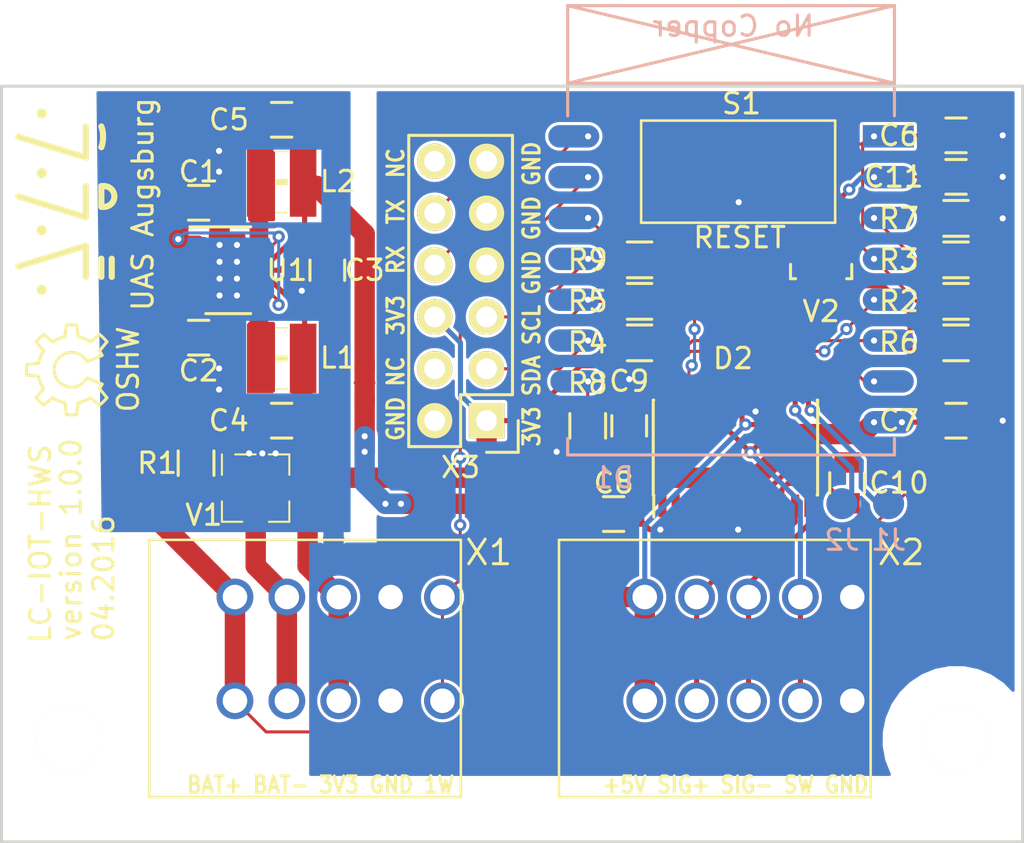
<source format=kicad_pcb>
(kicad_pcb (version 4) (host pcbnew "(2016-02-24 BZR 6585, Git 0829446)-product")

  (general
    (links 124)
    (no_connects 0)
    (area 98.6852 58.630455 150.075001 100.075001)
    (thickness 1.6)
    (drawings 8)
    (tracks 399)
    (zones 0)
    (modules 43)
    (nets 33)
  )

  (page A4)
  (layers
    (0 F.Cu signal)
    (31 B.Cu signal)
    (32 B.Adhes user)
    (33 F.Adhes user)
    (34 B.Paste user)
    (35 F.Paste user)
    (36 B.SilkS user)
    (37 F.SilkS user)
    (38 B.Mask user)
    (39 F.Mask user)
    (40 Dwgs.User user)
    (41 Cmts.User user)
    (42 Eco1.User user)
    (43 Eco2.User user)
    (44 Edge.Cuts user)
    (45 Margin user)
    (46 B.CrtYd user)
    (47 F.CrtYd user)
    (48 B.Fab user hide)
    (49 F.Fab user hide)
  )

  (setup
    (last_trace_width 0.15)
    (trace_clearance 0.15)
    (zone_clearance 0.15)
    (zone_45_only no)
    (trace_min 0.15)
    (segment_width 0.2)
    (edge_width 0.15)
    (via_size 0.6)
    (via_drill 0.3)
    (via_min_size 0.6)
    (via_min_drill 0.3)
    (uvia_size 0.3)
    (uvia_drill 0.1)
    (uvias_allowed no)
    (uvia_min_size 0.2)
    (uvia_min_drill 0.1)
    (pcb_text_width 0.3)
    (pcb_text_size 1.5 1.5)
    (mod_edge_width 0.15)
    (mod_text_size 1 1)
    (mod_text_width 0.15)
    (pad_size 3.2 3.2)
    (pad_drill 3.2)
    (pad_to_mask_clearance 0.2)
    (aux_axis_origin 100 100)
    (grid_origin 100 100)
    (visible_elements 7FFFFFFF)
    (pcbplotparams
      (layerselection 0x010f0_ffffffff)
      (usegerberextensions false)
      (excludeedgelayer true)
      (linewidth 0.150000)
      (plotframeref false)
      (viasonmask false)
      (mode 1)
      (useauxorigin false)
      (hpglpennumber 1)
      (hpglpenspeed 20)
      (hpglpendiameter 15)
      (psnegative false)
      (psa4output false)
      (plotreference true)
      (plotvalue false)
      (plotinvisibletext false)
      (padsonsilk false)
      (subtractmaskfromsilk false)
      (outputformat 1)
      (mirror false)
      (drillshape 0)
      (scaleselection 1)
      (outputdirectory Gerber/))
  )

  (net 0 "")
  (net 1 +12V)
  (net 2 GND)
  (net 3 "Net-(C3-Pad1)")
  (net 4 +3V3)
  (net 5 +5V)
  (net 6 "Net-(C10-Pad1)")
  (net 7 "Net-(C10-Pad2)")
  (net 8 "Net-(L1-Pad2)")
  (net 9 "Net-(L2-Pad1)")
  (net 10 /RX)
  (net 11 /TX)
  (net 12 /EXC-)
  (net 13 /Sig-)
  (net 14 /Sig+)
  (net 15 /BAT_MON)
  (net 16 /N_CS)
  (net 17 /SCLK)
  (net 18 /MISO)
  (net 19 /MOSI)
  (net 20 /N_PWDN)
  (net 21 GNDPWR)
  (net 22 /N_RST)
  (net 23 GNDREF)
  (net 24 /VCC2)
  (net 25 /VCC1)
  (net 26 /1Wire)
  (net 27 /SDA)
  (net 28 /SCL)
  (net 29 "Net-(D1-Pad3)")
  (net 30 "Net-(D2-Pad13)")
  (net 31 "Net-(D2-Pad14)")
  (net 32 "Net-(R1-Pad1)")

  (net_class Default "Dies ist die voreingestellte Netzklasse."
    (clearance 0.15)
    (trace_width 0.15)
    (via_dia 0.6)
    (via_drill 0.3)
    (uvia_dia 0.3)
    (uvia_drill 0.1)
    (add_net /1Wire)
    (add_net /BAT_MON)
    (add_net /EXC-)
    (add_net /MISO)
    (add_net /MOSI)
    (add_net /N_CS)
    (add_net /N_PWDN)
    (add_net /N_RST)
    (add_net /RX)
    (add_net /SCL)
    (add_net /SCLK)
    (add_net /SDA)
    (add_net /Sig+)
    (add_net /Sig-)
    (add_net /TX)
    (add_net /VCC1)
    (add_net /VCC2)
    (add_net GND)
    (add_net "Net-(C10-Pad1)")
    (add_net "Net-(C10-Pad2)")
    (add_net "Net-(C3-Pad1)")
    (add_net "Net-(D1-Pad3)")
    (add_net "Net-(D2-Pad13)")
    (add_net "Net-(D2-Pad14)")
    (add_net "Net-(L1-Pad2)")
    (add_net "Net-(L2-Pad1)")
    (add_net "Net-(R1-Pad1)")
  )

  (net_class PWR ""
    (clearance 0.15)
    (trace_width 1)
    (via_dia 0.6)
    (via_drill 0.3)
    (uvia_dia 0.3)
    (uvia_drill 0.1)
    (add_net +12V)
    (add_net +3V3)
    (add_net +5V)
    (add_net GNDPWR)
    (add_net GNDREF)
  )

  (module OSHW-LOGO-M (layer F.Cu) (tedit 56DD44A9) (tstamp 56DD4737)
    (at 103.429 76.886 90)
    (path /56D81213)
    (fp_text reference FLG2 (at 0 -3.302 90) (layer F.SilkS) hide
      (effects (font (thickness 0.15)))
    )
    (fp_text value SYMBOL (at 0 -3.302 90) (layer F.SilkS) hide
      (effects (font (thickness 0.15)))
    )
    (fp_text user OSHW (at 0.02286 2.77622 90) (layer F.SilkS)
      (effects (font (size 1 1) (thickness 0.15)))
    )
    (fp_arc (start -0.00254 0) (end -1.36906 1.73228) (angle 13.43327665) (layer F.SilkS) (width 0.15))
    (fp_arc (start 0 0) (end -2.19202 0.25654) (angle 13.3656968) (layer F.SilkS) (width 0.15))
    (fp_arc (start 0 0) (end -1.73228 -1.36906) (angle 13.34532045) (layer F.SilkS) (width 0.15))
    (fp_arc (start 0 0) (end -0.25908 -2.19202) (angle 13.45048815) (layer F.SilkS) (width 0.15))
    (fp_arc (start 0 0) (end 1.36906 -1.73228) (angle 13.38129248) (layer F.SilkS) (width 0.15))
    (fp_arc (start 0 0) (end 2.19202 -0.25908) (angle 13.48623099) (layer F.SilkS) (width 0.15))
    (fp_arc (start 0 0) (end 1.73228 1.36906) (angle 13.381528) (layer F.SilkS) (width 0.15))
    (fp_arc (start 0 0) (end 0.92456 1.36906) (angle 8.883997815) (layer F.SilkS) (width 0.15))
    (fp_arc (start 0 0) (end -0.70104 1.4986) (angle 8.969851095) (layer F.SilkS) (width 0.15))
    (fp_arc (start 0 0) (end -1.36906 0.92202) (angle 22.80941975) (layer F.SilkS) (width 0.15))
    (fp_arc (start 0 0) (end -1.62052 -0.3175) (angle 22.87233129) (layer F.SilkS) (width 0.15))
    (fp_arc (start 0 0) (end -0.92202 -1.36906) (angle 22.89264164) (layer F.SilkS) (width 0.15))
    (fp_arc (start 0 0) (end 0.3175 -1.62052) (angle 22.89764409) (layer F.SilkS) (width 0.15))
    (fp_arc (start 0 0) (end 1.36906 -0.91948) (angle 22.69075467) (layer F.SilkS) (width 0.15))
    (fp_arc (start 0 0) (end 1.62052 0.3175) (angle 22.92313941) (layer F.SilkS) (width 0.15))
    (fp_line (start -0.70104 1.4986) (end -0.3937 0.75692) (layer F.SilkS) (width 0.15))
    (fp_line (start -1.36906 1.73228) (end -0.9271 1.3716) (layer F.SilkS) (width 0.15))
    (fp_line (start -1.36906 0.92456) (end -1.73482 1.36652) (layer F.SilkS) (width 0.15))
    (fp_line (start -2.19202 0.25654) (end -1.62052 0.3175) (layer F.SilkS) (width 0.15))
    (fp_line (start -1.62052 -0.3175) (end -2.19202 -0.25654) (layer F.SilkS) (width 0.15))
    (fp_line (start -1.73228 -1.36906) (end -1.36906 -0.92202) (layer F.SilkS) (width 0.15))
    (fp_line (start -0.92202 -1.36906) (end -1.36906 -1.73228) (layer F.SilkS) (width 0.15))
    (fp_line (start -0.25908 -2.19202) (end -0.3175 -1.62052) (layer F.SilkS) (width 0.15))
    (fp_line (start 0.3175 -1.62052) (end 0.25908 -2.19202) (layer F.SilkS) (width 0.15))
    (fp_line (start 1.36906 -1.73228) (end 0.92202 -1.36906) (layer F.SilkS) (width 0.15))
    (fp_line (start 1.36906 -0.92202) (end 1.73228 -1.36906) (layer F.SilkS) (width 0.15))
    (fp_line (start 2.19456 -0.25908) (end 1.62052 -0.3175) (layer F.SilkS) (width 0.15))
    (fp_line (start 1.62052 0.3175) (end 2.191998 0.259269) (layer F.SilkS) (width 0.15))
    (fp_line (start 1.73228 1.36906) (end 1.36906 0.92202) (layer F.SilkS) (width 0.15))
    (fp_line (start 0.92456 1.36906) (end 1.36906 1.73228) (layer F.SilkS) (width 0.15))
    (fp_line (start 0.39878 0.75438) (end 0.70104 1.49606) (layer F.SilkS) (width 0.15))
    (fp_arc (start 0 0) (end -0.3937 0.75692) (angle 304.9846158) (layer F.SilkS) (width 0.15))
  )

  (module CustomLIB:TEXT (layer F.Cu) (tedit 56D96568) (tstamp 56D969A2)
    (at 103.4 85.6)
    (descr "Symbol, OSHW-Logo, Silk Screen,")
    (tags "Symbol, OSHW-Logo, Silk Screen,")
    (path /56D9780B)
    (fp_text reference FLG3 (at 0 -2.7 90) (layer F.SilkS) hide
      (effects (font (size 1 1) (thickness 0.15)))
    )
    (fp_text value "version 1.0.0" (at 0 -0.4 90) (layer F.SilkS)
      (effects (font (size 1 1) (thickness 0.15)))
    )
  )

  (module Housings_DFN_QFN:DFN-14-1EP_3x4mm_Pitch0.5mm (layer F.Cu) (tedit 56DD29C6) (tstamp 56CF0877)
    (at 111.102 72.012)
    (descr "DE Package; 14-Lead Plastic DFN (4mm x 3mm) (see Linear Technology DFN_14_05-08-1708.pdf)")
    (tags "DFN 0.5")
    (path /56CEC77C)
    (attr smd)
    (fp_text reference U1 (at 2.868 -0.0034) (layer F.SilkS)
      (effects (font (size 1 1) (thickness 0.15)))
    )
    (fp_text value LTC3622 (at 0 3.05) (layer F.Fab)
      (effects (font (size 1 1) (thickness 0.15)))
    )
    (fp_line (start -2.05 -2.3) (end -2.05 2.3) (layer F.CrtYd) (width 0.05))
    (fp_line (start 2.05 -2.3) (end 2.05 2.3) (layer F.CrtYd) (width 0.05))
    (fp_line (start -2.05 -2.3) (end 2.05 -2.3) (layer F.CrtYd) (width 0.05))
    (fp_line (start -2.05 2.3) (end 2.05 2.3) (layer F.CrtYd) (width 0.05))
    (fp_line (start -1.1 2.125) (end 1.1 2.125) (layer F.SilkS) (width 0.15))
    (fp_line (start -1.875 -2.125) (end 1.1 -2.125) (layer F.SilkS) (width 0.15))
    (pad 1 smd rect (at -1.45 -1.5) (size 0.7 0.25) (layers F.Cu F.Paste F.Mask)
      (net 1 +12V))
    (pad 2 smd rect (at -1.45 -1) (size 0.7 0.25) (layers F.Cu F.Paste F.Mask))
    (pad 3 smd rect (at -1.45 -0.5) (size 0.7 0.25) (layers F.Cu F.Paste F.Mask)
      (net 21 GNDPWR))
    (pad 4 smd rect (at -1.45 0) (size 0.7 0.25) (layers F.Cu F.Paste F.Mask)
      (net 21 GNDPWR))
    (pad 5 smd rect (at -1.45 0.5) (size 0.7 0.25) (layers F.Cu F.Paste F.Mask))
    (pad 6 smd rect (at -1.45 1) (size 0.7 0.25) (layers F.Cu F.Paste F.Mask)
      (net 21 GNDPWR))
    (pad 7 smd rect (at -1.45 1.5) (size 0.7 0.25) (layers F.Cu F.Paste F.Mask)
      (net 1 +12V))
    (pad 8 smd rect (at 1.45 1.5) (size 0.7 0.25) (layers F.Cu F.Paste F.Mask)
      (net 8 "Net-(L1-Pad2)"))
    (pad 9 smd rect (at 1.45 1) (size 0.7 0.25) (layers F.Cu F.Paste F.Mask)
      (net 1 +12V))
    (pad 10 smd rect (at 1.45 0.5) (size 0.7 0.25) (layers F.Cu F.Paste F.Mask)
      (net 24 /VCC2))
    (pad 11 smd rect (at 1.45 0) (size 0.7 0.25) (layers F.Cu F.Paste F.Mask)
      (net 3 "Net-(C3-Pad1)"))
    (pad 12 smd rect (at 1.45 -0.5) (size 0.7 0.25) (layers F.Cu F.Paste F.Mask)
      (net 25 /VCC1))
    (pad 13 smd rect (at 1.45 -1) (size 0.7 0.25) (layers F.Cu F.Paste F.Mask)
      (net 1 +12V))
    (pad 14 smd rect (at 1.45 -1.5) (size 0.7 0.25) (layers F.Cu F.Paste F.Mask)
      (net 9 "Net-(L2-Pad1)") (zone_connect 2))
    (pad 15 smd rect (at 0.425 1.2375) (size 0.85 0.825) (layers F.Cu F.Paste F.Mask)
      (net 21 GNDPWR) (solder_paste_margin_ratio -0.2))
    (pad 15 smd rect (at 0.425 0.4125) (size 0.85 0.825) (layers F.Cu F.Paste F.Mask)
      (net 21 GNDPWR) (solder_paste_margin_ratio -0.2))
    (pad 15 smd rect (at 0.425 -0.4125) (size 0.85 0.825) (layers F.Cu F.Paste F.Mask)
      (net 21 GNDPWR) (solder_paste_margin_ratio -0.2))
    (pad 15 smd rect (at 0.425 -1.2375) (size 0.85 0.825) (layers F.Cu F.Paste F.Mask)
      (net 21 GNDPWR) (solder_paste_margin_ratio -0.2) (zone_connect 2))
    (pad 15 smd rect (at -0.425 1.2375) (size 0.85 0.825) (layers F.Cu F.Paste F.Mask)
      (net 21 GNDPWR) (solder_paste_margin_ratio -0.2))
    (pad 15 smd rect (at -0.425 0.4125) (size 0.85 0.825) (layers F.Cu F.Paste F.Mask)
      (net 21 GNDPWR) (solder_paste_margin_ratio -0.2))
    (pad 15 smd rect (at -0.425 -0.4125) (size 0.85 0.825) (layers F.Cu F.Paste F.Mask)
      (net 21 GNDPWR) (solder_paste_margin_ratio -0.2))
    (pad 15 smd rect (at -0.425 -1.2375) (size 0.85 0.825) (layers F.Cu F.Paste F.Mask)
      (net 21 GNDPWR) (solder_paste_margin_ratio -0.2) (zone_connect 2))
    (model Housings_DFN_QFN.3dshapes/DFN-14-1EP_3x4mm_Pitch0.5mm.wrl
      (at (xyz 0 0 0))
      (scale (xyz 1 1 1))
      (rotate (xyz 0 0 0))
    )
  )

  (module Pin_Headers:Pin_Header_Straight_2x06 (layer F.Cu) (tedit 56DB42F2) (tstamp 56D49D4F)
    (at 123.749 79.378 180)
    (descr "Through hole pin header")
    (tags "pin header")
    (path /56D48BA2)
    (fp_text reference X3 (at 1.27 -2.286 180) (layer F.SilkS)
      (effects (font (size 1 1) (thickness 0.15)))
    )
    (fp_text value "FTDI I²C" (at 1.2446 3.6322 270) (layer F.Fab)
      (effects (font (size 1 1) (thickness 0.15)))
    )
    (fp_line (start -1.75 -1.75) (end -1.75 14.45) (layer F.CrtYd) (width 0.05))
    (fp_line (start 4.3 -1.75) (end 4.3 14.45) (layer F.CrtYd) (width 0.05))
    (fp_line (start -1.75 -1.75) (end 4.3 -1.75) (layer F.CrtYd) (width 0.05))
    (fp_line (start -1.75 14.45) (end 4.3 14.45) (layer F.CrtYd) (width 0.05))
    (fp_line (start 3.81 13.97) (end 3.81 -1.27) (layer F.SilkS) (width 0.15))
    (fp_line (start -1.27 1.27) (end -1.27 13.97) (layer F.SilkS) (width 0.15))
    (fp_line (start 3.81 13.97) (end -1.27 13.97) (layer F.SilkS) (width 0.15))
    (fp_line (start 3.81 -1.27) (end 1.27 -1.27) (layer F.SilkS) (width 0.15))
    (fp_line (start 0 -1.55) (end -1.55 -1.55) (layer F.SilkS) (width 0.15))
    (fp_line (start 1.27 -1.27) (end 1.27 1.27) (layer F.SilkS) (width 0.15))
    (fp_line (start 1.27 1.27) (end -1.27 1.27) (layer F.SilkS) (width 0.15))
    (fp_line (start -1.55 -1.55) (end -1.55 0) (layer F.SilkS) (width 0.15))
    (pad 1 thru_hole rect (at 0 0 180) (size 1.7272 1.7272) (drill 1.016) (layers *.Cu *.Mask F.SilkS)
      (net 4 +3V3))
    (pad 2 thru_hole oval (at 2.54 0 180) (size 1.7272 1.7272) (drill 1.016) (layers *.Cu *.Mask F.SilkS)
      (net 2 GND))
    (pad 3 thru_hole oval (at 0 2.54 180) (size 1.7272 1.7272) (drill 1.016) (layers *.Cu *.Mask F.SilkS)
      (net 27 /SDA))
    (pad 4 thru_hole oval (at 2.54 2.54 180) (size 1.7272 1.7272) (drill 1.016) (layers *.Cu *.Mask F.SilkS))
    (pad 5 thru_hole oval (at 0 5.08 180) (size 1.7272 1.7272) (drill 1.016) (layers *.Cu *.Mask F.SilkS)
      (net 28 /SCL))
    (pad 6 thru_hole oval (at 2.54 5.08 180) (size 1.7272 1.7272) (drill 1.016) (layers *.Cu *.Mask F.SilkS)
      (net 4 +3V3))
    (pad 7 thru_hole oval (at 0 7.62 180) (size 1.7272 1.7272) (drill 1.016) (layers *.Cu *.Mask F.SilkS)
      (net 2 GND))
    (pad 8 thru_hole oval (at 2.54 7.62 180) (size 1.7272 1.7272) (drill 1.016) (layers *.Cu *.Mask F.SilkS)
      (net 10 /RX))
    (pad 9 thru_hole oval (at 0 10.16 180) (size 1.7272 1.7272) (drill 1.016) (layers *.Cu *.Mask F.SilkS)
      (net 2 GND))
    (pad 10 thru_hole oval (at 2.54 10.16 180) (size 1.7272 1.7272) (drill 1.016) (layers *.Cu *.Mask F.SilkS)
      (net 11 /TX))
    (pad 11 thru_hole oval (at 0 12.7 180) (size 1.7272 1.7272) (drill 1.016) (layers *.Cu *.Mask F.SilkS)
      (net 2 GND))
    (pad 12 thru_hole oval (at 2.54 12.7 180) (size 1.7272 1.7272) (drill 1.016) (layers *.Cu *.Mask F.SilkS))
    (model Pin_Headers.3dshapes/Pin_Header_Straight_2x06.wrl
      (at (xyz 0.05 -0.25 0))
      (scale (xyz 1 1 1))
      (rotate (xyz 0 0 90))
    )
  )

  (module CustomLIB:WE-430181038816 (layer F.Cu) (tedit 56DB4219) (tstamp 56D20188)
    (at 136.068 67.186 180)
    (descr "WS-TSS-4.5x4.5 mm SMD Tact Switch,4 pins")
    (path /56CE3594)
    (fp_text reference S1 (at 0.889 2.746 180) (layer F.SilkS)
      (effects (font (size 1 1) (thickness 0.15)) (justify left bottom))
    )
    (fp_text value RESET (at 2.286 -3.81 180) (layer F.SilkS)
      (effects (font (size 1 1) (thickness 0.15)) (justify left bottom))
    )
    (fp_line (start -2.25 -2.25) (end -2.25 2.25) (layer Dwgs.User) (width 0.127))
    (fp_line (start -2.25 2.25) (end 2.25 2.25) (layer Dwgs.User) (width 0.127))
    (fp_line (start 2.25 2.25) (end 2.25 -2.25) (layer Dwgs.User) (width 0.127))
    (fp_line (start 2.25 -2.25) (end -2.25 -2.25) (layer Dwgs.User) (width 0.127))
    (fp_text user 1 (at -1.6764 -1.5212 180) (layer Dwgs.User)
      (effects (font (size 1.2065 1.2065) (thickness 0.1016)))
    )
    (fp_text user 4 (at 1.6764 1.3744 180) (layer Dwgs.User)
      (effects (font (size 1.2065 1.2065) (thickness 0.1016)))
    )
    (fp_line (start -4.75 -2.5) (end -4.75 2.5) (layer F.SilkS) (width 0.127))
    (fp_line (start -4.75 2.5) (end 4.75 2.5) (layer F.SilkS) (width 0.127))
    (fp_line (start 4.75 2.5) (end 4.75 -2.5) (layer F.SilkS) (width 0.127))
    (fp_line (start 4.75 -2.5) (end -4.75 -2.5) (layer F.SilkS) (width 0.127))
    (pad 1 smd rect (at -3.5 -1.5 180) (size 2 1.4) (layers F.Cu F.Paste F.Mask)
      (net 2 GND))
    (pad 3 smd rect (at -3.5 1.5 180) (size 2 1.4) (layers F.Cu F.Paste F.Mask)
      (net 22 /N_RST))
    (pad 4 smd rect (at 3.5 1.5 180) (size 2 1.4) (layers F.Cu F.Paste F.Mask)
      (net 22 /N_RST))
    (pad 2 smd rect (at 3.5 -1.5 180) (size 2 1.4) (layers F.Cu F.Paste F.Mask)
      (net 2 GND))
    (model ${KIPRJMOD}/CustomLIB/CustomLIB.3dshapes/Download_IGS_430181038816.wrl
      (at (xyz 0 0 0))
      (scale (xyz 0.396 0.396 0.396))
      (rotate (xyz 0 0 0))
    )
  )

  (module CustomLIB:ESP-07v2 (layer B.Cu) (tedit 56DD2A0D) (tstamp 56D0A0D3)
    (at 142.720624 65.455456 180)
    (descr "Module, ESP-8266, ESP-07v2, 16 pad, SMD")
    (tags "Module ESP-8266 ESP8266")
    (path /56CED5D8)
    (fp_text reference D1 (at 12.748624 -16.716544 180) (layer B.SilkS)
      (effects (font (size 1 1) (thickness 0.15)) (justify mirror))
    )
    (fp_text value s:ESP-07v2 (at 7.25 -2.25 180) (layer B.Fab)
      (effects (font (size 1 1) (thickness 0.15)) (justify mirror))
    )
    (fp_line (start -2.25 0.5) (end -2.25 6.65) (layer B.CrtYd) (width 0.05))
    (fp_line (start -2.25 6.65) (end 16.25 6.65) (layer B.CrtYd) (width 0.05))
    (fp_line (start 16.25 6.65) (end 16.25 -16) (layer B.CrtYd) (width 0.05))
    (fp_line (start 16.25 -16) (end -2.25 -16) (layer B.CrtYd) (width 0.05))
    (fp_line (start -2.25 -16) (end -2.25 0.5) (layer B.CrtYd) (width 0.05))
    (fp_line (start -1 6.4) (end 15 6.4) (layer B.SilkS) (width 0.1524))
    (fp_line (start 15 6.4) (end 15 1) (layer B.SilkS) (width 0.1524))
    (fp_line (start -1 6.4) (end -1 1) (layer B.SilkS) (width 0.1524))
    (fp_line (start -1 -14.8) (end -1 -15.6) (layer B.SilkS) (width 0.1524))
    (fp_line (start -1 -15.6) (end 15 -15.6) (layer B.SilkS) (width 0.1524))
    (fp_line (start 15 -15.6) (end 15 -14.8) (layer B.SilkS) (width 0.1524))
    (fp_line (start 15 6.4) (end -1 2.6) (layer B.SilkS) (width 0.1524))
    (fp_line (start -1 6.4) (end 15 2.6) (layer B.SilkS) (width 0.1524))
    (fp_text user "No Copper" (at 6.892 5.4 180) (layer B.SilkS)
      (effects (font (size 1 1) (thickness 0.15)) (justify mirror))
    )
    (fp_line (start -1.008 2.6) (end 14.992 2.6) (layer B.SilkS) (width 0.1524))
    (fp_line (start 15 6.4) (end 15 -15.6) (layer B.Fab) (width 0.05))
    (fp_line (start 15 -15.6) (end -1 -15.6) (layer B.Fab) (width 0.05))
    (fp_line (start -1.008 -15.6) (end -1.008 6.4) (layer B.Fab) (width 0.05))
    (fp_line (start -1 6.4) (end 15 6.4) (layer B.Fab) (width 0.05))
    (pad 1 smd rect (at 0 0 180) (size 2.5 1.1) (drill (offset -0.7 0)) (layers B.Cu B.Paste B.Mask)
      (net 22 /N_RST))
    (pad 2 smd oval (at 0 -2 180) (size 2.5 1.1) (drill (offset -0.7 0)) (layers B.Cu B.Paste B.Mask)
      (net 15 /BAT_MON))
    (pad 3 smd oval (at 0 -4 180) (size 2.5 1.1) (drill (offset -0.7 0)) (layers B.Cu B.Paste B.Mask)
      (net 29 "Net-(D1-Pad3)"))
    (pad 4 smd oval (at 0 -6 180) (size 2.5 1.1) (drill (offset -0.7 0)) (layers B.Cu B.Paste B.Mask)
      (net 22 /N_RST))
    (pad 5 smd oval (at 0 -8 180) (size 2.5 1.1) (drill (offset -0.7 0)) (layers B.Cu B.Paste B.Mask)
      (net 17 /SCLK))
    (pad 6 smd oval (at 0 -10 180) (size 2.5 1.1) (drill (offset -0.7 0)) (layers B.Cu B.Paste B.Mask)
      (net 18 /MISO))
    (pad 7 smd oval (at 0 -12 180) (size 2.5 1.1) (drill (offset -0.7 0)) (layers B.Cu B.Paste B.Mask)
      (net 19 /MOSI))
    (pad 8 smd oval (at 0 -14 180) (size 2.5 1.1) (drill (offset -0.7 0)) (layers B.Cu B.Paste B.Mask)
      (net 4 +3V3))
    (pad 9 smd oval (at 14 -14 180) (size 2.5 1.1) (drill (offset 0.7 0)) (layers B.Cu B.Paste B.Mask)
      (net 2 GND))
    (pad 10 smd oval (at 14 -12 180) (size 2.5 1.1) (drill (offset 0.6 0)) (layers B.Cu B.Paste B.Mask)
      (net 16 /N_CS))
    (pad 11 smd oval (at 14 -10 180) (size 2.5 1.1) (drill (offset 0.7 0)) (layers B.Cu B.Paste B.Mask)
      (net 27 /SDA))
    (pad 12 smd oval (at 14 -8 180) (size 2.5 1.1) (drill (offset 0.7 0)) (layers B.Cu B.Paste B.Mask)
      (net 28 /SCL))
    (pad 13 smd oval (at 14 -6 180) (size 2.5 1.1) (drill (offset 0.7 0)) (layers B.Cu B.Paste B.Mask)
      (net 26 /1Wire))
    (pad 14 smd oval (at 14 -4 180) (size 2.5 1.1) (drill (offset 0.7 0)) (layers B.Cu B.Paste B.Mask)
      (net 20 /N_PWDN))
    (pad 15 smd oval (at 14 -2 180) (size 2.5 1.1) (drill (offset 0.7 0)) (layers B.Cu B.Paste B.Mask)
      (net 10 /RX))
    (pad 16 smd oval (at 14 0 180) (size 2.5 1.1) (drill (offset 0.7 0)) (layers B.Cu B.Paste B.Mask)
      (net 11 /TX))
    (model ${KIPRJMOD}/CustomLIB/CustomLIB.3dshapes/ESP-07v2.wrl
      (at (xyz 0 0 0))
      (scale (xyz 0.3937 0.3937 0.3937))
      (rotate (xyz 0 0 0))
    )
  )

  (module Capacitors_SMD:C_0805 (layer F.Cu) (tedit 5415D6EA) (tstamp 56CF0712)
    (at 109.652 68.71)
    (descr "Capacitor SMD 0805, reflow soldering, AVX (see smccp.pdf)")
    (tags "capacitor 0805")
    (path /56CED06C)
    (attr smd)
    (fp_text reference C1 (at 0 -1.524 180) (layer F.SilkS)
      (effects (font (size 1 1) (thickness 0.15)))
    )
    (fp_text value 10u (at 0 2.1) (layer F.Fab)
      (effects (font (size 1 1) (thickness 0.15)))
    )
    (fp_line (start -1.8 -1) (end 1.8 -1) (layer F.CrtYd) (width 0.05))
    (fp_line (start -1.8 1) (end 1.8 1) (layer F.CrtYd) (width 0.05))
    (fp_line (start -1.8 -1) (end -1.8 1) (layer F.CrtYd) (width 0.05))
    (fp_line (start 1.8 -1) (end 1.8 1) (layer F.CrtYd) (width 0.05))
    (fp_line (start 0.5 -0.85) (end -0.5 -0.85) (layer F.SilkS) (width 0.15))
    (fp_line (start -0.5 0.85) (end 0.5 0.85) (layer F.SilkS) (width 0.15))
    (pad 1 smd rect (at -1 0) (size 1 1.25) (layers F.Cu F.Paste F.Mask)
      (net 1 +12V))
    (pad 2 smd rect (at 1 0) (size 1 1.25) (layers F.Cu F.Paste F.Mask)
      (net 21 GNDPWR))
    (model Capacitors_SMD.3dshapes/C_0805.wrl
      (at (xyz 0 0 0))
      (scale (xyz 1 1 1))
      (rotate (xyz 0 0 0))
    )
  )

  (module Capacitors_SMD:C_0805 (layer F.Cu) (tedit 5415D6EA) (tstamp 56CF071E)
    (at 109.652 75.314)
    (descr "Capacitor SMD 0805, reflow soldering, AVX (see smccp.pdf)")
    (tags "capacitor 0805")
    (path /56CECDEF)
    (attr smd)
    (fp_text reference C2 (at 0 1.6228 180) (layer F.SilkS)
      (effects (font (size 1 1) (thickness 0.15)))
    )
    (fp_text value 10u (at 0 2.1) (layer F.Fab)
      (effects (font (size 1 1) (thickness 0.15)))
    )
    (fp_line (start -1.8 -1) (end 1.8 -1) (layer F.CrtYd) (width 0.05))
    (fp_line (start -1.8 1) (end 1.8 1) (layer F.CrtYd) (width 0.05))
    (fp_line (start -1.8 -1) (end -1.8 1) (layer F.CrtYd) (width 0.05))
    (fp_line (start 1.8 -1) (end 1.8 1) (layer F.CrtYd) (width 0.05))
    (fp_line (start 0.5 -0.85) (end -0.5 -0.85) (layer F.SilkS) (width 0.15))
    (fp_line (start -0.5 0.85) (end 0.5 0.85) (layer F.SilkS) (width 0.15))
    (pad 1 smd rect (at -1 0) (size 1 1.25) (layers F.Cu F.Paste F.Mask)
      (net 1 +12V))
    (pad 2 smd rect (at 1 0) (size 1 1.25) (layers F.Cu F.Paste F.Mask)
      (net 21 GNDPWR))
    (model Capacitors_SMD.3dshapes/C_0805.wrl
      (at (xyz 0 0 0))
      (scale (xyz 1 1 1))
      (rotate (xyz 0 0 0))
    )
  )

  (module Capacitors_SMD:C_0805 (layer F.Cu) (tedit 5415D6EA) (tstamp 56CF0736)
    (at 113.716 79.378 180)
    (descr "Capacitor SMD 0805, reflow soldering, AVX (see smccp.pdf)")
    (tags "capacitor 0805")
    (path /56CD76AE)
    (attr smd)
    (fp_text reference C4 (at 2.5908 0.0028 360) (layer F.SilkS)
      (effects (font (size 1 1) (thickness 0.15)))
    )
    (fp_text value 22u (at 0 2.1 180) (layer F.Fab)
      (effects (font (size 1 1) (thickness 0.15)))
    )
    (fp_line (start -1.8 -1) (end 1.8 -1) (layer F.CrtYd) (width 0.05))
    (fp_line (start -1.8 1) (end 1.8 1) (layer F.CrtYd) (width 0.05))
    (fp_line (start -1.8 -1) (end -1.8 1) (layer F.CrtYd) (width 0.05))
    (fp_line (start 1.8 -1) (end 1.8 1) (layer F.CrtYd) (width 0.05))
    (fp_line (start 0.5 -0.85) (end -0.5 -0.85) (layer F.SilkS) (width 0.15))
    (fp_line (start -0.5 0.85) (end 0.5 0.85) (layer F.SilkS) (width 0.15))
    (pad 1 smd rect (at -1 0 180) (size 1 1.25) (layers F.Cu F.Paste F.Mask)
      (net 24 /VCC2))
    (pad 2 smd rect (at 1 0 180) (size 1 1.25) (layers F.Cu F.Paste F.Mask)
      (net 21 GNDPWR))
    (model Capacitors_SMD.3dshapes/C_0805.wrl
      (at (xyz 0 0 0))
      (scale (xyz 1 1 1))
      (rotate (xyz 0 0 0))
    )
  )

  (module Capacitors_SMD:C_0805 (layer F.Cu) (tedit 5415D6EA) (tstamp 56CF0742)
    (at 113.716 64.646 180)
    (descr "Capacitor SMD 0805, reflow soldering, AVX (see smccp.pdf)")
    (tags "capacitor 0805")
    (path /56CD7669)
    (attr smd)
    (fp_text reference C5 (at 2.58 0.0028 360) (layer F.SilkS)
      (effects (font (size 1 1) (thickness 0.15)))
    )
    (fp_text value 22u (at 0 2.1 180) (layer F.Fab)
      (effects (font (size 1 1) (thickness 0.15)))
    )
    (fp_line (start -1.8 -1) (end 1.8 -1) (layer F.CrtYd) (width 0.05))
    (fp_line (start -1.8 1) (end 1.8 1) (layer F.CrtYd) (width 0.05))
    (fp_line (start -1.8 -1) (end -1.8 1) (layer F.CrtYd) (width 0.05))
    (fp_line (start 1.8 -1) (end 1.8 1) (layer F.CrtYd) (width 0.05))
    (fp_line (start 0.5 -0.85) (end -0.5 -0.85) (layer F.SilkS) (width 0.15))
    (fp_line (start -0.5 0.85) (end 0.5 0.85) (layer F.SilkS) (width 0.15))
    (pad 1 smd rect (at -1 0 180) (size 1 1.25) (layers F.Cu F.Paste F.Mask)
      (net 25 /VCC1))
    (pad 2 smd rect (at 1 0 180) (size 1 1.25) (layers F.Cu F.Paste F.Mask)
      (net 21 GNDPWR))
    (model Capacitors_SMD.3dshapes/C_0805.wrl
      (at (xyz 0 0 0))
      (scale (xyz 1 1 1))
      (rotate (xyz 0 0 0))
    )
  )

  (module Housings_SSOP:TSSOP-24_4.4x7.8mm_Pitch0.65mm (layer F.Cu) (tedit 56DD297D) (tstamp 56CF33CB)
    (at 135.935 80.696 90)
    (descr "TSSOP24: plastic thin shrink small outline package; 24 leads; body width 4.4 mm; (see NXP SSOP-TSSOP-VSO-REFLOW.pdf and sot355-1_po.pdf)")
    (tags "SSOP 0.65")
    (path /56CF36FB)
    (attr smd)
    (fp_text reference D2 (at 4.366 -0.121 180) (layer F.SilkS)
      (effects (font (size 1 1) (thickness 0.15)))
    )
    (fp_text value s:ISL26102 (at 0 4.95 90) (layer F.Fab)
      (effects (font (size 1 1) (thickness 0.15)))
    )
    (fp_line (start -3.65 -4.2) (end -3.65 4.2) (layer F.CrtYd) (width 0.05))
    (fp_line (start 3.65 -4.2) (end 3.65 4.2) (layer F.CrtYd) (width 0.05))
    (fp_line (start -3.65 -4.2) (end 3.65 -4.2) (layer F.CrtYd) (width 0.05))
    (fp_line (start -3.65 4.2) (end 3.65 4.2) (layer F.CrtYd) (width 0.05))
    (fp_line (start -2.325 -4.025) (end -2.325 -4) (layer F.SilkS) (width 0.15))
    (fp_line (start 2.325 -4.025) (end 2.325 -4) (layer F.SilkS) (width 0.15))
    (fp_line (start 2.325 4.025) (end 2.325 4) (layer F.SilkS) (width 0.15))
    (fp_line (start -2.325 4.025) (end -2.325 4) (layer F.SilkS) (width 0.15))
    (fp_line (start -2.325 -4.025) (end 2.325 -4.025) (layer F.SilkS) (width 0.15))
    (fp_line (start -2.325 4.025) (end 2.325 4.025) (layer F.SilkS) (width 0.15))
    (fp_line (start -2.325 -4) (end -3.4 -4) (layer F.SilkS) (width 0.15))
    (pad 1 smd rect (at -2.85 -3.575 90) (size 1.1 0.4) (layers F.Cu F.Paste F.Mask)
      (net 4 +3V3))
    (pad 2 smd rect (at -2.85 -2.925 90) (size 1.1 0.4) (layers F.Cu F.Paste F.Mask)
      (net 2 GND))
    (pad 3 smd rect (at -2.85 -2.275 90) (size 1.1 0.4) (layers F.Cu F.Paste F.Mask))
    (pad 4 smd rect (at -2.85 -1.625 90) (size 1.1 0.4) (layers F.Cu F.Paste F.Mask))
    (pad 5 smd rect (at -2.85 -0.975 90) (size 1.1 0.4) (layers F.Cu F.Paste F.Mask)
      (net 2 GND))
    (pad 6 smd rect (at -2.85 -0.325 90) (size 1.1 0.4) (layers F.Cu F.Paste F.Mask)
      (net 4 +3V3))
    (pad 7 smd rect (at -2.85 0.325 90) (size 1.1 0.4) (layers F.Cu F.Paste F.Mask)
      (net 2 GND))
    (pad 8 smd rect (at -2.85 0.975 90) (size 1.1 0.4) (layers F.Cu F.Paste F.Mask)
      (net 2 GND))
    (pad 9 smd rect (at -2.85 1.625 90) (size 1.1 0.4) (layers F.Cu F.Paste F.Mask)
      (net 6 "Net-(C10-Pad1)"))
    (pad 10 smd rect (at -2.85 2.275 90) (size 1.1 0.4) (layers F.Cu F.Paste F.Mask)
      (net 7 "Net-(C10-Pad2)"))
    (pad 11 smd rect (at -2.85 2.925 90) (size 1.1 0.4) (layers F.Cu F.Paste F.Mask)
      (net 14 /Sig+))
    (pad 12 smd rect (at -2.85 3.575 90) (size 1.1 0.4) (layers F.Cu F.Paste F.Mask)
      (net 13 /Sig-))
    (pad 13 smd rect (at 2.85 3.575 90) (size 1.1 0.4) (layers F.Cu F.Paste F.Mask)
      (net 30 "Net-(D2-Pad13)"))
    (pad 14 smd rect (at 2.85 2.925 90) (size 1.1 0.4) (layers F.Cu F.Paste F.Mask)
      (net 31 "Net-(D2-Pad14)"))
    (pad 15 smd rect (at 2.85 2.275 90) (size 1.1 0.4) (layers F.Cu F.Paste F.Mask)
      (net 12 /EXC-))
    (pad 16 smd rect (at 2.85 1.625 90) (size 1.1 0.4) (layers F.Cu F.Paste F.Mask)
      (net 5 +5V))
    (pad 17 smd rect (at 2.85 0.975 90) (size 1.1 0.4) (layers F.Cu F.Paste F.Mask)
      (net 2 GND))
    (pad 18 smd rect (at 2.85 0.325 90) (size 1.1 0.4) (layers F.Cu F.Paste F.Mask)
      (net 5 +5V))
    (pad 19 smd rect (at 2.85 -0.325 90) (size 1.1 0.4) (layers F.Cu F.Paste F.Mask)
      (net 12 /EXC-))
    (pad 20 smd rect (at 2.85 -0.975 90) (size 1.1 0.4) (layers F.Cu F.Paste F.Mask)
      (net 16 /N_CS))
    (pad 21 smd rect (at 2.85 -1.625 90) (size 1.1 0.4) (layers F.Cu F.Paste F.Mask)
      (net 19 /MOSI))
    (pad 22 smd rect (at 2.85 -2.275 90) (size 1.1 0.4) (layers F.Cu F.Paste F.Mask)
      (net 20 /N_PWDN))
    (pad 23 smd rect (at 2.85 -2.925 90) (size 1.1 0.4) (layers F.Cu F.Paste F.Mask)
      (net 17 /SCLK))
    (pad 24 smd rect (at 2.85 -3.575 90) (size 1.1 0.4) (layers F.Cu F.Paste F.Mask)
      (net 18 /MISO))
    (model Housings_SSOP.3dshapes/TSSOP-24_4.4x7.8mm_Pitch0.65mm.wrl
      (at (xyz 0 0 0))
      (scale (xyz 1 1 1))
      (rotate (xyz 0 0 0))
    )
  )

  (module CustomLIB:WE-MAPI_3020 (layer F.Cu) (tedit 56D827C4) (tstamp 56D15F48)
    (at 113.716 76.33 180)
    (descr "<pre>\nSMD Multilayer\nSize 3015\nHeight:1.50 mm max")
    (path /56CD75D2)
    (fp_text reference L1 (at -1.778 -0.556 360) (layer F.SilkS)
      (effects (font (size 1 1) (thickness 0.15)) (justify left bottom))
    )
    (fp_text value 6.8u (at 0.328 0.955 360) (layer F.SilkS) hide
      (effects (font (size 0.57912 0.57912) (thickness 0.048768)) (justify left bottom))
    )
    (fp_line (start -0.975 0) (end 0.975 0) (layer F.Fab) (width 0.127))
    (fp_line (start -1.5 -1.5) (end 1.5 -1.5) (layer F.Fab) (width 0.07))
    (fp_line (start 1.5 -1.5) (end 1.5 1.5) (layer F.Fab) (width 0.07))
    (fp_line (start 1.5 1.5) (end -1.5 1.5) (layer F.Fab) (width 0.07))
    (fp_line (start -1.5 1.5) (end -1.5 -1.5) (layer F.Fab) (width 0.07))
    (fp_poly (pts (xy -0.3 0.15) (xy 0.3 0.15) (xy 0.3 -0.15) (xy -0.3 -0.15)) (layer F.SilkS) (width 0))
    (fp_poly (pts (xy -0.4 2) (xy 0.4 2) (xy 0.4 -2) (xy -0.4 -2)) (layer F.Mask) (width 0))
    (fp_line (start -0.3 -1.5) (end 0.3 -1.5) (layer F.SilkS) (width 0.07))
    (fp_line (start -0.3 1.5) (end 0.3 1.5) (layer F.SilkS) (width 0.07))
    (pad 1 smd rect (at -1.05 0 180) (size 1.3 3.4) (layers F.Cu F.Paste F.Mask)
      (net 24 /VCC2))
    (pad 2 smd rect (at 1.05 0 180) (size 1.3 3.4) (layers F.Cu F.Paste F.Mask)
      (net 8 "Net-(L1-Pad2)"))
    (model ${KIPRJMOD}/CustomLIB/CustomLIB.3dshapes/self_cms_we-tpc_XL.wrl
      (at (xyz 0 0 0))
      (scale (xyz 0.3 0.3 0.2))
      (rotate (xyz 0 0 0))
    )
  )

  (module CustomLIB:WE-MAPI_3020 (layer F.Cu) (tedit 56D827F7) (tstamp 56D15F56)
    (at 113.716 67.694)
    (descr "<pre>\nSMD Multilayer\nSize 3015\nHeight:1.50 mm max")
    (path /56CD755E)
    (fp_text reference L2 (at 1.778 0.556 180) (layer F.SilkS)
      (effects (font (size 1 1) (thickness 0.15)) (justify left bottom))
    )
    (fp_text value 3.3u (at -0.328 1.585 180) (layer F.SilkS) hide
      (effects (font (size 0.57912 0.57912) (thickness 0.048768)) (justify left bottom))
    )
    (fp_line (start -0.975 0) (end 0.975 0) (layer F.Fab) (width 0.127))
    (fp_line (start -1.5 -1.5) (end 1.5 -1.5) (layer F.Fab) (width 0.07))
    (fp_line (start 1.5 -1.5) (end 1.5 1.5) (layer F.Fab) (width 0.07))
    (fp_line (start 1.5 1.5) (end -1.5 1.5) (layer F.Fab) (width 0.07))
    (fp_line (start -1.5 1.5) (end -1.5 -1.5) (layer F.Fab) (width 0.07))
    (fp_poly (pts (xy -0.3 0.15) (xy 0.3 0.15) (xy 0.3 -0.15) (xy -0.3 -0.15)) (layer F.SilkS) (width 0))
    (fp_poly (pts (xy -0.4 2) (xy 0.4 2) (xy 0.4 -2) (xy -0.4 -2)) (layer F.Mask) (width 0))
    (fp_line (start -0.3 -1.5) (end 0.3 -1.5) (layer F.SilkS) (width 0.07))
    (fp_line (start -0.3 1.5) (end 0.3 1.5) (layer F.SilkS) (width 0.07))
    (pad 1 smd rect (at -1.05 0) (size 1.3 3.4) (layers F.Cu F.Paste F.Mask)
      (net 9 "Net-(L2-Pad1)"))
    (pad 2 smd rect (at 1.05 0) (size 1.3 3.4) (layers F.Cu F.Paste F.Mask)
      (net 25 /VCC1))
    (model ${KIPRJMOD}/CustomLIB/CustomLIB.3dshapes/self_cms_we-tpc_XL.wrl
      (at (xyz 0 0 0))
      (scale (xyz 0.3 0.3 0.2))
      (rotate (xyz 0 0 0))
    )
  )

  (module CustomLIB:WE-691403900005B (layer F.Cu) (tedit 56DB42E9) (tstamp 56D20177)
    (at 136.576 90.554 180)
    (descr "WR-TBL Terminal block - serie 4039B 2,54mm - Spring clamp/Screwless - Vertical wire entry - 05p;")
    (path /56CF8071)
    (fp_text reference X2 (at -6.223 4.016 180) (layer F.SilkS)
      (effects (font (size 1.2065 1.2065) (thickness 0.15)) (justify left bottom))
    )
    (fp_text value SENSOR (at 9.1186 -7.0612 180) (layer F.SilkS) hide
      (effects (font (size 1.2065 1.2065) (thickness 0.15)) (justify left bottom))
    )
    (fp_line (start -5.98 5.34) (end -5.98 -7.26) (layer F.SilkS) (width 0.127))
    (fp_line (start -5.98 -7.26) (end 9.28 -7.26) (layer F.SilkS) (width 0.127))
    (fp_line (start 9.28 -7.26) (end 9.28 5.34) (layer F.SilkS) (width 0.127))
    (fp_line (start 9.28 5.34) (end -5.98 5.34) (layer F.SilkS) (width 0.127))
    (pad 1 thru_hole circle (at -5.08 2.54 180) (size 1.8 1.8) (drill 1.2) (layers *.Cu *.Mask)
      (net 2 GND))
    (pad 1 thru_hole circle (at -5.08 -2.54 180) (size 1.8 1.8) (drill 1.2) (layers *.Cu *.Mask)
      (net 2 GND))
    (pad 2 thru_hole circle (at -2.54 2.54 180) (size 1.8 1.8) (drill 1.2) (layers *.Cu *.Mask)
      (net 12 /EXC-))
    (pad 2 thru_hole circle (at -2.54 -2.54 180) (size 1.8 1.8) (drill 1.2) (layers *.Cu *.Mask)
      (net 12 /EXC-))
    (pad 3 thru_hole circle (at 0 2.54 180) (size 1.8 1.8) (drill 1.2) (layers *.Cu *.Mask)
      (net 13 /Sig-))
    (pad 3 thru_hole circle (at 0 -2.54 180) (size 1.8 1.8) (drill 1.2) (layers *.Cu *.Mask)
      (net 13 /Sig-))
    (pad 4 thru_hole circle (at 2.54 2.54 180) (size 1.8 1.8) (drill 1.2) (layers *.Cu *.Mask)
      (net 14 /Sig+))
    (pad 4 thru_hole circle (at 2.54 -2.54 180) (size 1.8 1.8) (drill 1.2) (layers *.Cu *.Mask)
      (net 14 /Sig+))
    (pad 5 thru_hole circle (at 5.08 2.54 180) (size 1.8 1.8) (drill 1.2) (layers *.Cu *.Mask)
      (net 5 +5V))
    (pad 5 thru_hole circle (at 5.08 -2.54 180) (size 1.8 1.8) (drill 1.2) (layers *.Cu *.Mask)
      (net 5 +5V))
    (model ${KIPRJMOD}/CustomLIB/CustomLIB.3dshapes/Download_IGS_691403900005B.wrl
      (at (xyz 0.115 0 0.262))
      (scale (xyz 0.396 0.396 0.396))
      (rotate (xyz 0 0 0))
    )
  )

  (module CustomLIB:WE-691403900005B (layer F.Cu) (tedit 56DB42DD) (tstamp 56D5C478)
    (at 116.51 90.554 180)
    (descr "WR-TBL Terminal block - serie 4039B 2,54mm - Spring clamp/Screwless - Vertical wire entry - 05p;")
    (path /56D60DE8)
    (fp_text reference X1 (at -6.096 4.016 180) (layer F.SilkS)
      (effects (font (size 1.2065 1.2065) (thickness 0.15)) (justify left bottom))
    )
    (fp_text value BAT+1WIRE (at 9.1186 -7.024 180) (layer F.SilkS) hide
      (effects (font (size 1.2065 1.2065) (thickness 0.15)) (justify left bottom))
    )
    (fp_line (start -5.98 5.34) (end -5.98 -7.26) (layer F.SilkS) (width 0.127))
    (fp_line (start -5.98 -7.26) (end 9.28 -7.26) (layer F.SilkS) (width 0.127))
    (fp_line (start 9.28 -7.26) (end 9.28 5.34) (layer F.SilkS) (width 0.127))
    (fp_line (start 9.28 5.34) (end -5.98 5.34) (layer F.SilkS) (width 0.127))
    (pad 1 thru_hole circle (at -5.08 2.54 180) (size 1.8 1.8) (drill 1.2) (layers *.Cu *.Mask)
      (net 26 /1Wire))
    (pad 1 thru_hole circle (at -5.08 -2.54 180) (size 1.8 1.8) (drill 1.2) (layers *.Cu *.Mask)
      (net 26 /1Wire))
    (pad 2 thru_hole circle (at -2.54 2.54 180) (size 1.8 1.8) (drill 1.2) (layers *.Cu *.Mask)
      (net 2 GND))
    (pad 2 thru_hole circle (at -2.54 -2.54 180) (size 1.8 1.8) (drill 1.2) (layers *.Cu *.Mask)
      (net 2 GND))
    (pad 3 thru_hole circle (at 0 2.54 180) (size 1.8 1.8) (drill 1.2) (layers *.Cu *.Mask)
      (net 4 +3V3))
    (pad 3 thru_hole circle (at 0 -2.54 180) (size 1.8 1.8) (drill 1.2) (layers *.Cu *.Mask)
      (net 4 +3V3))
    (pad 4 thru_hole circle (at 2.54 2.54 180) (size 1.8 1.8) (drill 1.2) (layers *.Cu *.Mask)
      (net 23 GNDREF))
    (pad 4 thru_hole circle (at 2.54 -2.54 180) (size 1.8 1.8) (drill 1.2) (layers *.Cu *.Mask)
      (net 23 GNDREF))
    (pad 5 thru_hole circle (at 5.08 2.54 180) (size 1.8 1.8) (drill 1.2) (layers *.Cu *.Mask)
      (net 1 +12V))
    (pad 5 thru_hole circle (at 5.08 -2.54 180) (size 1.8 1.8) (drill 1.2) (layers *.Cu *.Mask)
      (net 1 +12V))
    (model ${KIPRJMOD}/CustomLIB/CustomLIB.3dshapes/Download_IGS_691403900005B.wrl
      (at (xyz 0.115 0 0.262))
      (scale (xyz 0.396 0.396 0.396))
      (rotate (xyz 0 0 0))
    )
  )

  (module CustomLIB:TSDSON (layer F.Cu) (tedit 56DD2941) (tstamp 56D5CDDB)
    (at 112.446 82.68 180)
    (descr "SOT-23, Standard")
    (tags SOT-23)
    (path /56D09A9C)
    (attr smd)
    (fp_text reference V1 (at 2.54 -1.318 180) (layer F.SilkS)
      (effects (font (size 1 1) (thickness 0.15)))
    )
    (fp_text value Q_NMOS_DSG (at 2.0418 0.1546 270) (layer F.Fab)
      (effects (font (size 1 1) (thickness 0.15)))
    )
    (fp_line (start -1.8054 -2.1902) (end -1.8054 2.204) (layer F.CrtYd) (width 0.05))
    (fp_line (start 1.8014 -2.1902) (end -1.8054 -2.1902) (layer F.CrtYd) (width 0.05))
    (fp_line (start 1.8014 2.204) (end 1.8014 -2.1902) (layer F.CrtYd) (width 0.05))
    (fp_line (start -1.8054 2.204) (end 1.8014 2.204) (layer F.CrtYd) (width 0.05))
    (fp_line (start 0.655 -1.65) (end 1.655 -1.65) (layer F.SilkS) (width 0.1))
    (fp_line (start 1.655 1.65) (end 1.655 0.65) (layer F.SilkS) (width 0.1))
    (fp_line (start -1.645 1.65) (end -0.645 1.65) (layer F.SilkS) (width 0.1))
    (fp_line (start -1.645 -1.65) (end -1.645 -0.65) (layer F.SilkS) (width 0.1))
    (fp_line (start 1.655 -0.65) (end 1.655 -1.65) (layer F.SilkS) (width 0.1))
    (fp_line (start 0.005 1.65) (end 1.005 1.65) (layer F.SilkS) (width 0.1))
    (fp_line (start -1.645 1.65) (end -1.645 0.65) (layer F.SilkS) (width 0.1))
    (fp_line (start -1.645 -1.65) (end -0.645 -1.65) (layer F.SilkS) (width 0.1))
    (pad 3 smd rect (at 0.975 1.45 180) (size 0.34 1) (layers F.Cu F.Paste F.Mask)
      (net 32 "Net-(R1-Pad1)"))
    (pad 2 smd rect (at -0.975 1.7 180) (size 0.34 0.5) (layers F.Cu F.Paste F.Mask)
      (net 21 GNDPWR))
    (pad 1 smd rect (at -0.975 -1.55 180) (size 0.34 0.8) (layers F.Cu F.Paste F.Mask)
      (net 23 GNDREF))
    (pad 2 smd rect (at -0.325 1.7 180) (size 0.34 0.5) (layers F.Cu F.Paste F.Mask)
      (net 21 GNDPWR))
    (pad 2 smd rect (at 0.325 1.7 180) (size 0.34 0.5) (layers F.Cu F.Paste F.Mask)
      (net 21 GNDPWR))
    (pad 1 smd rect (at -0.325 -1.55 180) (size 0.34 0.8) (layers F.Cu F.Paste F.Mask)
      (net 23 GNDREF))
    (pad 1 smd rect (at 0.325 -1.55 180) (size 0.34 0.8) (layers F.Cu F.Paste F.Mask)
      (net 23 GNDREF))
    (pad 1 smd rect (at 0.975 -1.55 180) (size 0.34 0.8) (layers F.Cu F.Paste F.Mask)
      (net 23 GNDREF))
    (pad 1 smd rect (at 0 -0.295 180) (size 2.29 1.71) (layers F.Cu F.Paste F.Mask)
      (net 23 GNDREF))
    (pad 2 smd rect (at -0.325 1.2 180) (size 1.64 0.5) (layers F.Cu F.Paste F.Mask)
      (net 21 GNDPWR))
    (model ${KIPRJMOD}/CustomLIB/CustomLIB.3dshapes/DFN-8-1EP_3x3mm_Pitch0.65mm.wrl
      (at (xyz 0 0 0))
      (scale (xyz 1 1 1))
      (rotate (xyz 0 0 90))
    )
  )

  (module Capacitors_SMD:C_0805 (layer F.Cu) (tedit 5415D6EA) (tstamp 56D81094)
    (at 115.9512 72.012 270)
    (descr "Capacitor SMD 0805, reflow soldering, AVX (see smccp.pdf)")
    (tags "capacitor 0805")
    (path /56CD732D)
    (attr smd)
    (fp_text reference C3 (at -0.0028 -1.8288 360) (layer F.SilkS)
      (effects (font (size 1 1) (thickness 0.15)))
    )
    (fp_text value 1u (at 0 2.1 270) (layer F.Fab)
      (effects (font (size 1 1) (thickness 0.15)))
    )
    (fp_line (start -1.8 -1) (end 1.8 -1) (layer F.CrtYd) (width 0.05))
    (fp_line (start -1.8 1) (end 1.8 1) (layer F.CrtYd) (width 0.05))
    (fp_line (start -1.8 -1) (end -1.8 1) (layer F.CrtYd) (width 0.05))
    (fp_line (start 1.8 -1) (end 1.8 1) (layer F.CrtYd) (width 0.05))
    (fp_line (start 0.5 -0.85) (end -0.5 -0.85) (layer F.SilkS) (width 0.15))
    (fp_line (start -0.5 0.85) (end 0.5 0.85) (layer F.SilkS) (width 0.15))
    (pad 1 smd rect (at -1 0 270) (size 1 1.25) (layers F.Cu F.Paste F.Mask)
      (net 3 "Net-(C3-Pad1)"))
    (pad 2 smd rect (at 1 0 270) (size 1 1.25) (layers F.Cu F.Paste F.Mask)
      (net 21 GNDPWR))
    (model Capacitors_SMD.3dshapes/C_0805.wrl
      (at (xyz 0 0 0))
      (scale (xyz 1 1 1))
      (rotate (xyz 0 0 0))
    )
  )

  (module Capacitors_SMD:C_0805 (layer F.Cu) (tedit 5415D6EA) (tstamp 56D8109F)
    (at 146.736 65.408 180)
    (descr "Capacitor SMD 0805, reflow soldering, AVX (see smccp.pdf)")
    (tags "capacitor 0805")
    (path /56CEA79B)
    (attr smd)
    (fp_text reference C6 (at 2.794 0 180) (layer F.SilkS)
      (effects (font (size 1 1) (thickness 0.15)))
    )
    (fp_text value 100n (at 0 2.1 180) (layer F.Fab)
      (effects (font (size 1 1) (thickness 0.15)))
    )
    (fp_line (start -1.8 -1) (end 1.8 -1) (layer F.CrtYd) (width 0.05))
    (fp_line (start -1.8 1) (end 1.8 1) (layer F.CrtYd) (width 0.05))
    (fp_line (start -1.8 -1) (end -1.8 1) (layer F.CrtYd) (width 0.05))
    (fp_line (start 1.8 -1) (end 1.8 1) (layer F.CrtYd) (width 0.05))
    (fp_line (start 0.5 -0.85) (end -0.5 -0.85) (layer F.SilkS) (width 0.15))
    (fp_line (start -0.5 0.85) (end 0.5 0.85) (layer F.SilkS) (width 0.15))
    (pad 1 smd rect (at -1 0 180) (size 1 1.25) (layers F.Cu F.Paste F.Mask)
      (net 2 GND))
    (pad 2 smd rect (at 1 0 180) (size 1 1.25) (layers F.Cu F.Paste F.Mask)
      (net 22 /N_RST))
    (model Capacitors_SMD.3dshapes/C_0805.wrl
      (at (xyz 0 0 0))
      (scale (xyz 1 1 1))
      (rotate (xyz 0 0 0))
    )
  )

  (module Capacitors_SMD:C_0805 (layer F.Cu) (tedit 5415D6EA) (tstamp 56D810AA)
    (at 146.736 79.378)
    (descr "Capacitor SMD 0805, reflow soldering, AVX (see smccp.pdf)")
    (tags "capacitor 0805")
    (path /56CF0A8F)
    (attr smd)
    (fp_text reference C7 (at -2.794 0) (layer F.SilkS)
      (effects (font (size 1 1) (thickness 0.15)))
    )
    (fp_text value 100n (at 0 2.1) (layer F.Fab)
      (effects (font (size 1 1) (thickness 0.15)))
    )
    (fp_line (start -1.8 -1) (end 1.8 -1) (layer F.CrtYd) (width 0.05))
    (fp_line (start -1.8 1) (end 1.8 1) (layer F.CrtYd) (width 0.05))
    (fp_line (start -1.8 -1) (end -1.8 1) (layer F.CrtYd) (width 0.05))
    (fp_line (start 1.8 -1) (end 1.8 1) (layer F.CrtYd) (width 0.05))
    (fp_line (start 0.5 -0.85) (end -0.5 -0.85) (layer F.SilkS) (width 0.15))
    (fp_line (start -0.5 0.85) (end 0.5 0.85) (layer F.SilkS) (width 0.15))
    (pad 1 smd rect (at -1 0) (size 1 1.25) (layers F.Cu F.Paste F.Mask)
      (net 4 +3V3))
    (pad 2 smd rect (at 1 0) (size 1 1.25) (layers F.Cu F.Paste F.Mask)
      (net 2 GND))
    (model Capacitors_SMD.3dshapes/C_0805.wrl
      (at (xyz 0 0 0))
      (scale (xyz 1 1 1))
      (rotate (xyz 0 0 0))
    )
  )

  (module Capacitors_SMD:C_0805 (layer F.Cu) (tedit 5415D6EA) (tstamp 56D810B5)
    (at 129.972 83.95 180)
    (descr "Capacitor SMD 0805, reflow soldering, AVX (see smccp.pdf)")
    (tags "capacitor 0805")
    (path /56CEF728)
    (attr smd)
    (fp_text reference C8 (at 0 1.524 180) (layer F.SilkS)
      (effects (font (size 1 1) (thickness 0.15)))
    )
    (fp_text value 1u (at 0 2.1 180) (layer F.Fab)
      (effects (font (size 1 1) (thickness 0.15)))
    )
    (fp_line (start -1.8 -1) (end 1.8 -1) (layer F.CrtYd) (width 0.05))
    (fp_line (start -1.8 1) (end 1.8 1) (layer F.CrtYd) (width 0.05))
    (fp_line (start -1.8 -1) (end -1.8 1) (layer F.CrtYd) (width 0.05))
    (fp_line (start 1.8 -1) (end 1.8 1) (layer F.CrtYd) (width 0.05))
    (fp_line (start 0.5 -0.85) (end -0.5 -0.85) (layer F.SilkS) (width 0.15))
    (fp_line (start -0.5 0.85) (end 0.5 0.85) (layer F.SilkS) (width 0.15))
    (pad 1 smd rect (at -1 0 180) (size 1 1.25) (layers F.Cu F.Paste F.Mask)
      (net 2 GND))
    (pad 2 smd rect (at 1 0 180) (size 1 1.25) (layers F.Cu F.Paste F.Mask)
      (net 5 +5V))
    (model Capacitors_SMD.3dshapes/C_0805.wrl
      (at (xyz 0 0 0))
      (scale (xyz 1 1 1))
      (rotate (xyz 0 0 0))
    )
  )

  (module Capacitors_SMD:C_0805 (layer F.Cu) (tedit 5415D6EA) (tstamp 56D810C0)
    (at 130.734 79.632 270)
    (descr "Capacitor SMD 0805, reflow soldering, AVX (see smccp.pdf)")
    (tags "capacitor 0805")
    (path /56CEFAA2)
    (attr smd)
    (fp_text reference C9 (at -2.1872 0 360) (layer F.SilkS)
      (effects (font (size 1 1) (thickness 0.15)))
    )
    (fp_text value 1u (at 0 2.1 270) (layer F.Fab)
      (effects (font (size 1 1) (thickness 0.15)))
    )
    (fp_line (start -1.8 -1) (end 1.8 -1) (layer F.CrtYd) (width 0.05))
    (fp_line (start -1.8 1) (end 1.8 1) (layer F.CrtYd) (width 0.05))
    (fp_line (start -1.8 -1) (end -1.8 1) (layer F.CrtYd) (width 0.05))
    (fp_line (start 1.8 -1) (end 1.8 1) (layer F.CrtYd) (width 0.05))
    (fp_line (start 0.5 -0.85) (end -0.5 -0.85) (layer F.SilkS) (width 0.15))
    (fp_line (start -0.5 0.85) (end 0.5 0.85) (layer F.SilkS) (width 0.15))
    (pad 1 smd rect (at -1 0 270) (size 1 1.25) (layers F.Cu F.Paste F.Mask)
      (net 2 GND))
    (pad 2 smd rect (at 1 0 270) (size 1 1.25) (layers F.Cu F.Paste F.Mask)
      (net 4 +3V3))
    (model Capacitors_SMD.3dshapes/C_0805.wrl
      (at (xyz 0 0 0))
      (scale (xyz 1 1 1))
      (rotate (xyz 0 0 0))
    )
  )

  (module Capacitors_SMD:C_0805 (layer F.Cu) (tedit 5415D6EA) (tstamp 56D810CB)
    (at 141.402 82.426 270)
    (descr "Capacitor SMD 0805, reflow soldering, AVX (see smccp.pdf)")
    (tags "capacitor 0805")
    (path /56CE86A4)
    (attr smd)
    (fp_text reference C10 (at 0 -2.54 360) (layer F.SilkS)
      (effects (font (size 1 1) (thickness 0.15)))
    )
    (fp_text value 100n (at 0 2.1 270) (layer F.Fab)
      (effects (font (size 1 1) (thickness 0.15)))
    )
    (fp_line (start -1.8 -1) (end 1.8 -1) (layer F.CrtYd) (width 0.05))
    (fp_line (start -1.8 1) (end 1.8 1) (layer F.CrtYd) (width 0.05))
    (fp_line (start -1.8 -1) (end -1.8 1) (layer F.CrtYd) (width 0.05))
    (fp_line (start 1.8 -1) (end 1.8 1) (layer F.CrtYd) (width 0.05))
    (fp_line (start 0.5 -0.85) (end -0.5 -0.85) (layer F.SilkS) (width 0.15))
    (fp_line (start -0.5 0.85) (end 0.5 0.85) (layer F.SilkS) (width 0.15))
    (pad 1 smd rect (at -1 0 270) (size 1 1.25) (layers F.Cu F.Paste F.Mask)
      (net 6 "Net-(C10-Pad1)"))
    (pad 2 smd rect (at 1 0 270) (size 1 1.25) (layers F.Cu F.Paste F.Mask)
      (net 7 "Net-(C10-Pad2)"))
    (model Capacitors_SMD.3dshapes/C_0805.wrl
      (at (xyz 0 0 0))
      (scale (xyz 1 1 1))
      (rotate (xyz 0 0 0))
    )
  )

  (module Capacitors_SMD:C_0805 (layer F.Cu) (tedit 5415D6EA) (tstamp 56D810D6)
    (at 146.736 67.44 180)
    (descr "Capacitor SMD 0805, reflow soldering, AVX (see smccp.pdf)")
    (tags "capacitor 0805")
    (path /56D453CB)
    (attr smd)
    (fp_text reference C11 (at 3.048 0 180) (layer F.SilkS)
      (effects (font (size 1 1) (thickness 0.15)))
    )
    (fp_text value 100n (at 0 2.1 180) (layer F.Fab)
      (effects (font (size 1 1) (thickness 0.15)))
    )
    (fp_line (start -1.8 -1) (end 1.8 -1) (layer F.CrtYd) (width 0.05))
    (fp_line (start -1.8 1) (end 1.8 1) (layer F.CrtYd) (width 0.05))
    (fp_line (start -1.8 -1) (end -1.8 1) (layer F.CrtYd) (width 0.05))
    (fp_line (start 1.8 -1) (end 1.8 1) (layer F.CrtYd) (width 0.05))
    (fp_line (start 0.5 -0.85) (end -0.5 -0.85) (layer F.SilkS) (width 0.15))
    (fp_line (start -0.5 0.85) (end 0.5 0.85) (layer F.SilkS) (width 0.15))
    (pad 1 smd rect (at -1 0 180) (size 1 1.25) (layers F.Cu F.Paste F.Mask)
      (net 2 GND))
    (pad 2 smd rect (at 1 0 180) (size 1 1.25) (layers F.Cu F.Paste F.Mask)
      (net 15 /BAT_MON))
    (model Capacitors_SMD.3dshapes/C_0805.wrl
      (at (xyz 0 0 0))
      (scale (xyz 1 1 1))
      (rotate (xyz 0 0 0))
    )
  )

  (module Resistors_SMD:R_0805 (layer F.Cu) (tedit 5415CDEB) (tstamp 56D81131)
    (at 109.525 81.458 90)
    (descr "Resistor SMD 0805, reflow soldering, Vishay (see dcrcw.pdf)")
    (tags "resistor 0805")
    (path /56CF28CB)
    (attr smd)
    (fp_text reference R1 (at 0 -1.905 180) (layer F.SilkS)
      (effects (font (size 1 1) (thickness 0.15)))
    )
    (fp_text value 68k (at 0 2.1 90) (layer F.Fab)
      (effects (font (size 1 1) (thickness 0.15)))
    )
    (fp_line (start -1.6 -1) (end 1.6 -1) (layer F.CrtYd) (width 0.05))
    (fp_line (start -1.6 1) (end 1.6 1) (layer F.CrtYd) (width 0.05))
    (fp_line (start -1.6 -1) (end -1.6 1) (layer F.CrtYd) (width 0.05))
    (fp_line (start 1.6 -1) (end 1.6 1) (layer F.CrtYd) (width 0.05))
    (fp_line (start 0.6 0.875) (end -0.6 0.875) (layer F.SilkS) (width 0.15))
    (fp_line (start -0.6 -0.875) (end 0.6 -0.875) (layer F.SilkS) (width 0.15))
    (pad 1 smd rect (at -0.95 0 90) (size 0.7 1.3) (layers F.Cu F.Paste F.Mask)
      (net 32 "Net-(R1-Pad1)"))
    (pad 2 smd rect (at 0.95 0 90) (size 0.7 1.3) (layers F.Cu F.Paste F.Mask)
      (net 1 +12V))
    (model Resistors_SMD.3dshapes/R_0805.wrl
      (at (xyz 0 0 0))
      (scale (xyz 1 1 1))
      (rotate (xyz 0 0 0))
    )
  )

  (module Resistors_SMD:R_0805 (layer F.Cu) (tedit 5415CDEB) (tstamp 56D8113C)
    (at 146.736 73.536)
    (descr "Resistor SMD 0805, reflow soldering, Vishay (see dcrcw.pdf)")
    (tags "resistor 0805")
    (path /56CD9AC6)
    (attr smd)
    (fp_text reference R2 (at -2.794 0) (layer F.SilkS)
      (effects (font (size 1 1) (thickness 0.15)))
    )
    (fp_text value 10k (at 0 2.1) (layer F.Fab)
      (effects (font (size 1 1) (thickness 0.15)))
    )
    (fp_line (start -1.6 -1) (end 1.6 -1) (layer F.CrtYd) (width 0.05))
    (fp_line (start -1.6 1) (end 1.6 1) (layer F.CrtYd) (width 0.05))
    (fp_line (start -1.6 -1) (end -1.6 1) (layer F.CrtYd) (width 0.05))
    (fp_line (start 1.6 -1) (end 1.6 1) (layer F.CrtYd) (width 0.05))
    (fp_line (start 0.6 0.875) (end -0.6 0.875) (layer F.SilkS) (width 0.15))
    (fp_line (start -0.6 -0.875) (end 0.6 -0.875) (layer F.SilkS) (width 0.15))
    (pad 1 smd rect (at -0.95 0) (size 0.7 1.3) (layers F.Cu F.Paste F.Mask)
      (net 22 /N_RST))
    (pad 2 smd rect (at 0.95 0) (size 0.7 1.3) (layers F.Cu F.Paste F.Mask)
      (net 4 +3V3))
    (model Resistors_SMD.3dshapes/R_0805.wrl
      (at (xyz 0 0 0))
      (scale (xyz 1 1 1))
      (rotate (xyz 0 0 0))
    )
  )

  (module Resistors_SMD:R_0805 (layer F.Cu) (tedit 5415CDEB) (tstamp 56D81147)
    (at 146.736 71.504)
    (descr "Resistor SMD 0805, reflow soldering, Vishay (see dcrcw.pdf)")
    (tags "resistor 0805")
    (path /56CE4B5D)
    (attr smd)
    (fp_text reference R3 (at -2.794 0) (layer F.SilkS)
      (effects (font (size 1 1) (thickness 0.15)))
    )
    (fp_text value 10k (at 0 2.1) (layer F.Fab)
      (effects (font (size 1 1) (thickness 0.15)))
    )
    (fp_line (start -1.6 -1) (end 1.6 -1) (layer F.CrtYd) (width 0.05))
    (fp_line (start -1.6 1) (end 1.6 1) (layer F.CrtYd) (width 0.05))
    (fp_line (start -1.6 -1) (end -1.6 1) (layer F.CrtYd) (width 0.05))
    (fp_line (start 1.6 -1) (end 1.6 1) (layer F.CrtYd) (width 0.05))
    (fp_line (start 0.6 0.875) (end -0.6 0.875) (layer F.SilkS) (width 0.15))
    (fp_line (start -0.6 -0.875) (end 0.6 -0.875) (layer F.SilkS) (width 0.15))
    (pad 1 smd rect (at -0.95 0) (size 0.7 1.3) (layers F.Cu F.Paste F.Mask)
      (net 29 "Net-(D1-Pad3)"))
    (pad 2 smd rect (at 0.95 0) (size 0.7 1.3) (layers F.Cu F.Paste F.Mask)
      (net 4 +3V3))
    (model Resistors_SMD.3dshapes/R_0805.wrl
      (at (xyz 0 0 0))
      (scale (xyz 1 1 1))
      (rotate (xyz 0 0 0))
    )
  )

  (module Resistors_SMD:R_0805 (layer F.Cu) (tedit 5415CDEB) (tstamp 56D81152)
    (at 131.242 75.568 180)
    (descr "Resistor SMD 0805, reflow soldering, Vishay (see dcrcw.pdf)")
    (tags "resistor 0805")
    (path /56D46459)
    (attr smd)
    (fp_text reference R4 (at 2.54 0 180) (layer F.SilkS)
      (effects (font (size 1 1) (thickness 0.15)))
    )
    (fp_text value 10k (at 0 2.1 180) (layer F.Fab)
      (effects (font (size 1 1) (thickness 0.15)))
    )
    (fp_line (start -1.6 -1) (end 1.6 -1) (layer F.CrtYd) (width 0.05))
    (fp_line (start -1.6 1) (end 1.6 1) (layer F.CrtYd) (width 0.05))
    (fp_line (start -1.6 -1) (end -1.6 1) (layer F.CrtYd) (width 0.05))
    (fp_line (start 1.6 -1) (end 1.6 1) (layer F.CrtYd) (width 0.05))
    (fp_line (start 0.6 0.875) (end -0.6 0.875) (layer F.SilkS) (width 0.15))
    (fp_line (start -0.6 -0.875) (end 0.6 -0.875) (layer F.SilkS) (width 0.15))
    (pad 1 smd rect (at -0.95 0 180) (size 0.7 1.3) (layers F.Cu F.Paste F.Mask)
      (net 4 +3V3))
    (pad 2 smd rect (at 0.95 0 180) (size 0.7 1.3) (layers F.Cu F.Paste F.Mask)
      (net 27 /SDA))
    (model Resistors_SMD.3dshapes/R_0805.wrl
      (at (xyz 0 0 0))
      (scale (xyz 1 1 1))
      (rotate (xyz 0 0 0))
    )
  )

  (module Resistors_SMD:R_0805 (layer F.Cu) (tedit 5415CDEB) (tstamp 56D8115D)
    (at 131.242 73.536 180)
    (descr "Resistor SMD 0805, reflow soldering, Vishay (see dcrcw.pdf)")
    (tags "resistor 0805")
    (path /56CD9816)
    (attr smd)
    (fp_text reference R5 (at 2.54 0 180) (layer F.SilkS)
      (effects (font (size 1 1) (thickness 0.15)))
    )
    (fp_text value 10k (at 0 2.1 180) (layer F.Fab)
      (effects (font (size 1 1) (thickness 0.15)))
    )
    (fp_line (start -1.6 -1) (end 1.6 -1) (layer F.CrtYd) (width 0.05))
    (fp_line (start -1.6 1) (end 1.6 1) (layer F.CrtYd) (width 0.05))
    (fp_line (start -1.6 -1) (end -1.6 1) (layer F.CrtYd) (width 0.05))
    (fp_line (start 1.6 -1) (end 1.6 1) (layer F.CrtYd) (width 0.05))
    (fp_line (start 0.6 0.875) (end -0.6 0.875) (layer F.SilkS) (width 0.15))
    (fp_line (start -0.6 -0.875) (end 0.6 -0.875) (layer F.SilkS) (width 0.15))
    (pad 1 smd rect (at -0.95 0 180) (size 0.7 1.3) (layers F.Cu F.Paste F.Mask)
      (net 4 +3V3))
    (pad 2 smd rect (at 0.95 0 180) (size 0.7 1.3) (layers F.Cu F.Paste F.Mask)
      (net 28 /SCL))
    (model Resistors_SMD.3dshapes/R_0805.wrl
      (at (xyz 0 0 0))
      (scale (xyz 1 1 1))
      (rotate (xyz 0 0 0))
    )
  )

  (module Resistors_SMD:R_0805 (layer F.Cu) (tedit 5415CDEB) (tstamp 56D81168)
    (at 146.736 75.568)
    (descr "Resistor SMD 0805, reflow soldering, Vishay (see dcrcw.pdf)")
    (tags "resistor 0805")
    (path /56CF6105)
    (attr smd)
    (fp_text reference R6 (at -2.794 0) (layer F.SilkS)
      (effects (font (size 1 1) (thickness 0.15)))
    )
    (fp_text value 1M (at 0 2.1) (layer F.Fab)
      (effects (font (size 1 1) (thickness 0.15)))
    )
    (fp_line (start -1.6 -1) (end 1.6 -1) (layer F.CrtYd) (width 0.05))
    (fp_line (start -1.6 1) (end 1.6 1) (layer F.CrtYd) (width 0.05))
    (fp_line (start -1.6 -1) (end -1.6 1) (layer F.CrtYd) (width 0.05))
    (fp_line (start 1.6 -1) (end 1.6 1) (layer F.CrtYd) (width 0.05))
    (fp_line (start 0.6 0.875) (end -0.6 0.875) (layer F.SilkS) (width 0.15))
    (fp_line (start -0.6 -0.875) (end 0.6 -0.875) (layer F.SilkS) (width 0.15))
    (pad 1 smd rect (at -0.95 0) (size 0.7 1.3) (layers F.Cu F.Paste F.Mask)
      (net 15 /BAT_MON))
    (pad 2 smd rect (at 0.95 0) (size 0.7 1.3) (layers F.Cu F.Paste F.Mask)
      (net 1 +12V))
    (model Resistors_SMD.3dshapes/R_0805.wrl
      (at (xyz 0 0 0))
      (scale (xyz 1 1 1))
      (rotate (xyz 0 0 0))
    )
  )

  (module Resistors_SMD:R_0805 (layer F.Cu) (tedit 5415CDEB) (tstamp 56D81173)
    (at 146.736 69.472 180)
    (descr "Resistor SMD 0805, reflow soldering, Vishay (see dcrcw.pdf)")
    (tags "resistor 0805")
    (path /56CF62A6)
    (attr smd)
    (fp_text reference R7 (at 2.794 0 180) (layer F.SilkS)
      (effects (font (size 1 1) (thickness 0.15)))
    )
    (fp_text value 68k (at 0 2.1 180) (layer F.Fab)
      (effects (font (size 1 1) (thickness 0.15)))
    )
    (fp_line (start -1.6 -1) (end 1.6 -1) (layer F.CrtYd) (width 0.05))
    (fp_line (start -1.6 1) (end 1.6 1) (layer F.CrtYd) (width 0.05))
    (fp_line (start -1.6 -1) (end -1.6 1) (layer F.CrtYd) (width 0.05))
    (fp_line (start 1.6 -1) (end 1.6 1) (layer F.CrtYd) (width 0.05))
    (fp_line (start 0.6 0.875) (end -0.6 0.875) (layer F.SilkS) (width 0.15))
    (fp_line (start -0.6 -0.875) (end 0.6 -0.875) (layer F.SilkS) (width 0.15))
    (pad 1 smd rect (at -0.95 0 180) (size 0.7 1.3) (layers F.Cu F.Paste F.Mask)
      (net 2 GND))
    (pad 2 smd rect (at 0.95 0 180) (size 0.7 1.3) (layers F.Cu F.Paste F.Mask)
      (net 15 /BAT_MON))
    (model Resistors_SMD.3dshapes/R_0805.wrl
      (at (xyz 0 0 0))
      (scale (xyz 1 1 1))
      (rotate (xyz 0 0 0))
    )
  )

  (module Resistors_SMD:R_0805 (layer F.Cu) (tedit 5415CDEB) (tstamp 56D8117E)
    (at 128.702 79.632 270)
    (descr "Resistor SMD 0805, reflow soldering, Vishay (see dcrcw.pdf)")
    (tags "resistor 0805")
    (path /56CD9C50)
    (attr smd)
    (fp_text reference R8 (at -2.0856 0 360) (layer F.SilkS)
      (effects (font (size 1 1) (thickness 0.15)))
    )
    (fp_text value 10k (at 0 2.1 270) (layer F.Fab)
      (effects (font (size 1 1) (thickness 0.15)))
    )
    (fp_line (start -1.6 -1) (end 1.6 -1) (layer F.CrtYd) (width 0.05))
    (fp_line (start -1.6 1) (end 1.6 1) (layer F.CrtYd) (width 0.05))
    (fp_line (start -1.6 -1) (end -1.6 1) (layer F.CrtYd) (width 0.05))
    (fp_line (start 1.6 -1) (end 1.6 1) (layer F.CrtYd) (width 0.05))
    (fp_line (start 0.6 0.875) (end -0.6 0.875) (layer F.SilkS) (width 0.15))
    (fp_line (start -0.6 -0.875) (end 0.6 -0.875) (layer F.SilkS) (width 0.15))
    (pad 1 smd rect (at -0.95 0 270) (size 0.7 1.3) (layers F.Cu F.Paste F.Mask)
      (net 16 /N_CS))
    (pad 2 smd rect (at 0.95 0 270) (size 0.7 1.3) (layers F.Cu F.Paste F.Mask)
      (net 2 GND))
    (model Resistors_SMD.3dshapes/R_0805.wrl
      (at (xyz 0 0 0))
      (scale (xyz 1 1 1))
      (rotate (xyz 0 0 0))
    )
  )

  (module Resistors_SMD:R_0805 (layer F.Cu) (tedit 5415CDEB) (tstamp 56D81189)
    (at 131.242 71.504 180)
    (descr "Resistor SMD 0805, reflow soldering, Vishay (see dcrcw.pdf)")
    (tags "resistor 0805")
    (path /56D5BE5F)
    (attr smd)
    (fp_text reference R9 (at 2.54 0 180) (layer F.SilkS)
      (effects (font (size 1 1) (thickness 0.15)))
    )
    (fp_text value 10k (at 0 2.1 180) (layer F.Fab)
      (effects (font (size 1 1) (thickness 0.15)))
    )
    (fp_line (start -1.6 -1) (end 1.6 -1) (layer F.CrtYd) (width 0.05))
    (fp_line (start -1.6 1) (end 1.6 1) (layer F.CrtYd) (width 0.05))
    (fp_line (start -1.6 -1) (end -1.6 1) (layer F.CrtYd) (width 0.05))
    (fp_line (start 1.6 -1) (end 1.6 1) (layer F.CrtYd) (width 0.05))
    (fp_line (start 0.6 0.875) (end -0.6 0.875) (layer F.SilkS) (width 0.15))
    (fp_line (start -0.6 -0.875) (end 0.6 -0.875) (layer F.SilkS) (width 0.15))
    (pad 1 smd rect (at -0.95 0 180) (size 0.7 1.3) (layers F.Cu F.Paste F.Mask)
      (net 4 +3V3))
    (pad 2 smd rect (at 0.95 0 180) (size 0.7 1.3) (layers F.Cu F.Paste F.Mask)
      (net 26 /1Wire))
    (model Resistors_SMD.3dshapes/R_0805.wrl
      (at (xyz 0 0 0))
      (scale (xyz 1 1 1))
      (rotate (xyz 0 0 0))
    )
  )

  (module TO_SOT_Packages_SMD:SOT-23 (layer F.Cu) (tedit 56DD2949) (tstamp 56D84119)
    (at 140.132 71.77578 180)
    (descr "SOT-23, Standard")
    (tags SOT-23)
    (path /56D84CE5)
    (attr smd)
    (fp_text reference V2 (at 0 -2.25 180) (layer F.SilkS)
      (effects (font (size 1 1) (thickness 0.15)))
    )
    (fp_text value BAT54C (at 0 2.3 180) (layer F.Fab)
      (effects (font (size 1 1) (thickness 0.15)))
    )
    (fp_line (start -1.65 -1.6) (end 1.65 -1.6) (layer F.CrtYd) (width 0.05))
    (fp_line (start 1.65 -1.6) (end 1.65 1.6) (layer F.CrtYd) (width 0.05))
    (fp_line (start 1.65 1.6) (end -1.65 1.6) (layer F.CrtYd) (width 0.05))
    (fp_line (start -1.65 1.6) (end -1.65 -1.6) (layer F.CrtYd) (width 0.05))
    (fp_line (start 1.29916 -0.65024) (end 1.2509 -0.65024) (layer F.SilkS) (width 0.15))
    (fp_line (start -1.49982 0.0508) (end -1.49982 -0.65024) (layer F.SilkS) (width 0.15))
    (fp_line (start -1.49982 -0.65024) (end -1.2509 -0.65024) (layer F.SilkS) (width 0.15))
    (fp_line (start 1.29916 -0.65024) (end 1.49982 -0.65024) (layer F.SilkS) (width 0.15))
    (fp_line (start 1.49982 -0.65024) (end 1.49982 0.0508) (layer F.SilkS) (width 0.15))
    (pad 1 smd rect (at -0.95 1.00076 180) (size 0.8001 0.8001) (layers F.Cu F.Paste F.Mask)
      (net 15 /BAT_MON))
    (pad 2 smd rect (at 0.95 1.00076 180) (size 0.8001 0.8001) (layers F.Cu F.Paste F.Mask))
    (pad 3 smd rect (at 0 -0.99822 180) (size 0.8001 0.8001) (layers F.Cu F.Paste F.Mask)
      (net 4 +3V3))
    (model TO_SOT_Packages_SMD.3dshapes/SOT-23.wrl
      (at (xyz 0 0 0))
      (scale (xyz 1 1 1))
      (rotate (xyz 0 0 0))
    )
  )

  (module CustomLIB:NET_TIE_1mm (layer B.Cu) (tedit 56DB42C2) (tstamp 56D93762)
    (at 116.256 85.1438 270)
    (descr "Resistor SMD 0603, reflow soldering, Vishay (see dcrcw.pdf)")
    (tags "resistor 0603")
    (path /56D25B87)
    (attr smd)
    (fp_text reference N1 (at 0 1.9 270) (layer B.SilkS) hide
      (effects (font (size 1 1) (thickness 0.15)) (justify mirror))
    )
    (fp_text value NET_TIE (at 0 -1.9 270) (layer B.Fab) hide
      (effects (font (size 1 1) (thickness 0.15)) (justify mirror))
    )
    (fp_line (start 0 0.4064) (end 0 -0.4064) (layer B.Cu) (width 0.25))
    (fp_line (start -1.3208 0.7366) (end 1.3208 0.7366) (layer B.CrtYd) (width 0.05))
    (fp_line (start -1.3208 -0.7366) (end 1.3208 -0.7366) (layer B.CrtYd) (width 0.05))
    (fp_line (start -1.3208 0.7366) (end -1.3208 -0.7366) (layer B.CrtYd) (width 0.05))
    (fp_line (start 1.3208 0.7366) (end 1.3208 -0.7366) (layer B.CrtYd) (width 0.05))
    (pad 1 smd rect (at -0.5842 0 270) (size 1 1) (layers B.Cu B.Paste B.Mask)
      (net 21 GNDPWR))
    (pad 2 smd rect (at 0.5842 0 270) (size 1 1) (layers B.Cu B.Paste B.Mask)
      (net 2 GND))
  )

  (module CustomLIB:NET_TIE_1mm (layer F.Cu) (tedit 56DB42D6) (tstamp 56D9376D)
    (at 114.986 81.7 90)
    (descr "Resistor SMD 0603, reflow soldering, Vishay (see dcrcw.pdf)")
    (tags "resistor 0603")
    (path /56D931D8)
    (attr smd)
    (fp_text reference N2 (at 0 -1.9 90) (layer F.SilkS) hide
      (effects (font (size 1 1) (thickness 0.15)))
    )
    (fp_text value NET_TIE (at 0 1.9 90) (layer F.Fab) hide
      (effects (font (size 1 1) (thickness 0.15)))
    )
    (fp_line (start 0 -0.4064) (end 0 0.4064) (layer F.Cu) (width 0.25))
    (fp_line (start -1.3208 -0.7366) (end 1.3208 -0.7366) (layer F.CrtYd) (width 0.05))
    (fp_line (start -1.3208 0.7366) (end 1.3208 0.7366) (layer F.CrtYd) (width 0.05))
    (fp_line (start -1.3208 -0.7366) (end -1.3208 0.7366) (layer F.CrtYd) (width 0.05))
    (fp_line (start 1.3208 -0.7366) (end 1.3208 0.7366) (layer F.CrtYd) (width 0.05))
    (pad 1 smd rect (at -0.5842 0 90) (size 1 1) (layers F.Cu F.Paste F.Mask)
      (net 4 +3V3))
    (pad 2 smd rect (at 0.5842 0 90) (size 1 1) (layers F.Cu F.Paste F.Mask)
      (net 24 /VCC2))
  )

  (module CustomLIB:NET_TIE_1mm (layer F.Cu) (tedit 56DB42C8) (tstamp 56D93778)
    (at 117.78 77.5238 90)
    (descr "Resistor SMD 0603, reflow soldering, Vishay (see dcrcw.pdf)")
    (tags "resistor 0603")
    (path /56D932C1)
    (attr smd)
    (fp_text reference N3 (at 0 -1.9 90) (layer F.SilkS) hide
      (effects (font (size 1 1) (thickness 0.15)))
    )
    (fp_text value NET_TIE (at 0 1.9 90) (layer F.Fab) hide
      (effects (font (size 1 1) (thickness 0.15)))
    )
    (fp_line (start 0 -0.4064) (end 0 0.4064) (layer F.Cu) (width 0.25))
    (fp_line (start -1.3208 -0.7366) (end 1.3208 -0.7366) (layer F.CrtYd) (width 0.05))
    (fp_line (start -1.3208 0.7366) (end 1.3208 0.7366) (layer F.CrtYd) (width 0.05))
    (fp_line (start -1.3208 -0.7366) (end -1.3208 0.7366) (layer F.CrtYd) (width 0.05))
    (fp_line (start 1.3208 -0.7366) (end 1.3208 0.7366) (layer F.CrtYd) (width 0.05))
    (pad 1 smd rect (at -0.5842 0 90) (size 1 1) (layers F.Cu F.Paste F.Mask)
      (net 5 +5V))
    (pad 2 smd rect (at 0.5842 0 90) (size 1 1) (layers F.Cu F.Paste F.Mask)
      (net 25 /VCC1))
  )

  (module Measurement_Points:Measurement_Point_Round-SMD-Pad_Small (layer B.Cu) (tedit 56DD2915) (tstamp 56D93C7A)
    (at 143.434 83.442 180)
    (descr "Mesurement Point, Round, SMD Pad, DM 1.5mm,")
    (tags "Mesurement Point, Round, SMD Pad, DM 1.5mm,")
    (path /56D93FB3)
    (fp_text reference J1 (at 0 -1.778 180) (layer B.SilkS)
      (effects (font (size 1 1) (thickness 0.15)) (justify mirror))
    )
    (fp_text value TST (at 1.27 -2.54 180) (layer B.Fab)
      (effects (font (size 1 1) (thickness 0.15)) (justify mirror))
    )
    (pad 1 smd circle (at 0 0 180) (size 1.524 1.524) (layers B.Cu B.Mask)
      (net 30 "Net-(D2-Pad13)"))
  )

  (module Measurement_Points:Measurement_Point_Round-SMD-Pad_Small (layer B.Cu) (tedit 56DD290D) (tstamp 56D93C7F)
    (at 141.148 83.442 180)
    (descr "Mesurement Point, Round, SMD Pad, DM 1.5mm,")
    (tags "Mesurement Point, Round, SMD Pad, DM 1.5mm,")
    (path /56D941B9)
    (fp_text reference J2 (at 0 -1.778 180) (layer B.SilkS)
      (effects (font (size 1 1) (thickness 0.15)) (justify mirror))
    )
    (fp_text value TST (at 1.27 -2.54 180) (layer B.Fab)
      (effects (font (size 1 1) (thickness 0.15)) (justify mirror))
    )
    (pad 1 smd circle (at 0 0 180) (size 1.524 1.524) (layers B.Cu B.Mask)
      (net 31 "Net-(D2-Pad14)"))
  )

  (module CustomLIB:FH-Logo (layer F.Cu) (tedit 56D94509) (tstamp 56D9695A)
    (at 104 68.4 90)
    (descr "Symbol, OSHW-Logo, Silk Screen,")
    (tags "Symbol, OSHW-Logo, Silk Screen,")
    (path /56D755AA)
    (fp_text reference FLG1 (at 0 3 90) (layer F.SilkS) hide
      (effects (font (size 1 1) (thickness 0.15)))
    )
    (fp_text value SYMBOL (at 0.30988 6.56082 90) (layer F.Fab)
      (effects (font (size 1 1) (thickness 0.15)))
    )
    (fp_text user "UAS Augsburg" (at -0.381 2.921 90) (layer F.SilkS)
      (effects (font (size 1 1) (thickness 0.15)))
    )
    (fp_arc (start 2.921 -0.635) (end 3.429 0.889) (angle 36.86987509) (layer F.SilkS) (width 0.3))
    (fp_line (start 0.508 0.889) (end 0.508 1.016) (layer F.SilkS) (width 0.3))
    (fp_line (start -0.508 0.889) (end 0.508 0.889) (layer F.SilkS) (width 0.3))
    (fp_line (start -0.508 1.016) (end -0.508 0.889) (layer F.SilkS) (width 0.3))
    (fp_arc (start 0 1.016) (end 0.508 1.016) (angle 180) (layer F.SilkS) (width 0.3))
    (fp_line (start -3.937 1.397) (end -3.048 1.397) (layer F.SilkS) (width 0.3))
    (fp_line (start -3.937 0.889) (end -3.048 0.889) (layer F.SilkS) (width 0.3))
    (fp_line (start -4.572 -2.032) (end -4.572 -2.032) (layer F.SilkS) (width 0.5))
    (fp_line (start -1.651 -2.032) (end -1.651 -2.032) (layer F.SilkS) (width 0.5))
    (fp_line (start 1.143 -2.032) (end 1.143 -2.032) (layer F.SilkS) (width 0.5))
    (fp_line (start 4.064 -2.032) (end 4.064 -2.032) (layer F.SilkS) (width 0.5))
    (fp_line (start 1.905 0.127) (end 2.921 -3.175) (layer F.SilkS) (width 0.3))
    (fp_line (start 3.429 0.127) (end 1.905 0.127) (layer F.SilkS) (width 0.3))
    (fp_line (start -1.016 0.127) (end 0 -3.175) (layer F.SilkS) (width 0.3))
    (fp_line (start 0.508 0.127) (end -1.016 0.127) (layer F.SilkS) (width 0.3))
    (fp_line (start -2.413 0.127) (end -3.429 -3.175) (layer F.SilkS) (width 0.3))
    (fp_line (start -3.937 0.127) (end -2.413 0.127) (layer F.SilkS) (width 0.3))
  )

  (module CustomLIB:TEXT (layer F.Cu) (tedit 56D96568) (tstamp 56D96A8C)
    (at 105 87.6 90)
    (descr "Symbol, OSHW-Logo, Silk Screen,")
    (tags "Symbol, OSHW-Logo, Silk Screen,")
    (path /56D98778)
    (fp_text reference FLG4 (at 2.3 0 90) (layer F.SilkS) hide
      (effects (font (size 1 1) (thickness 0.15)))
    )
    (fp_text value 04.2016 (at 0.5 0 90) (layer F.SilkS)
      (effects (font (size 1 1) (thickness 0.15)))
    )
  )

  (module CustomLIB:TEXT (layer F.Cu) (tedit 56D96568) (tstamp 56D96A90)
    (at 101.8 86.8 90)
    (descr "Symbol, OSHW-Logo, Silk Screen,")
    (tags "Symbol, OSHW-Logo, Silk Screen,")
    (path /56D98A97)
    (fp_text reference FLG5 (at 3 0 90) (layer F.SilkS) hide
      (effects (font (size 1 1) (thickness 0.15)))
    )
    (fp_text value LC-IOT-HWS (at 1.4 0.1 90) (layer F.SilkS)
      (effects (font (size 1 1) (thickness 0.15)))
    )
  )

  (module CustomLIB:HOLE_M3 (layer F.Cu) (tedit 56DB0B65) (tstamp 56D808F9)
    (at 103.25 95)
    (path /56D80C7A)
    (fp_text reference DRL1 (at 0 2.54) (layer F.SilkS) hide
      (effects (font (size 1 1) (thickness 0.15)))
    )
    (fp_text value HOLE (at 0 -2.3368) (layer F.Fab)
      (effects (font (size 1 1) (thickness 0.15)))
    )
    (pad "" np_thru_hole circle (at 0 0) (size 3.2 3.2) (drill 3.2) (layers *.Cu *.Mask F.SilkS)
      (solder_mask_margin 2) (clearance 2))
  )

  (module CustomLIB:HOLE_M3 (layer F.Cu) (tedit 56DB0B65) (tstamp 56D80B27)
    (at 146.75 95)
    (path /56D81197)
    (fp_text reference DRL2 (at 0 2.54) (layer F.SilkS) hide
      (effects (font (size 1 1) (thickness 0.15)))
    )
    (fp_text value HOLE (at 0 -2.3368) (layer F.Fab)
      (effects (font (size 1 1) (thickness 0.15)))
    )
    (pad "" np_thru_hole circle (at 0 0) (size 3.2 3.2) (drill 3.2) (layers *.Cu *.Mask F.SilkS)
      (solder_mask_margin 2) (clearance 2))
  )

  (gr_text "+5V SIG+ SIG- SW GND" (at 135.941 97.206) (layer F.SilkS) (tstamp 56D982FF)
    (effects (font (size 0.8 0.7) (thickness 0.15)))
  )
  (gr_text "BAT+ BAT- 3V3 GND 1W" (at 115.621 97.206) (layer F.SilkS) (tstamp 56D98287)
    (effects (font (size 0.8 0.7) (thickness 0.15)))
  )
  (gr_text "GND NC  3V3  RX  TX  NC" (at 119.304 73.203 90) (layer F.SilkS) (tstamp 56D97E53)
    (effects (font (size 0.8 0.7) (thickness 0.15)))
  )
  (gr_text "3V3 SDA SCL GND GND GND" (at 125.9588 73.1776 90) (layer F.SilkS)
    (effects (font (size 0.8 0.7) (thickness 0.15)))
  )
  (gr_line (start 100 63) (end 150 63) (layer Edge.Cuts) (width 0.15))
  (gr_line (start 100 63) (end 100 100) (layer Edge.Cuts) (width 0.15) (tstamp 56CF0DEB))
  (gr_line (start 150 63) (end 150 100) (layer Edge.Cuts) (width 0.15) (tstamp 56CF0DEA))
  (gr_line (start 100 100) (end 150 100) (layer Edge.Cuts) (width 0.15))

  (segment (start 109.525 80.508) (end 109.525 81.008) (width 0.15) (layer F.Cu) (net 1))
  (segment (start 109.006503 81.526497) (end 108.125503 81.526497) (width 0.15) (layer F.Cu) (net 1))
  (segment (start 109.525 81.008) (end 109.006503 81.526497) (width 0.15) (layer F.Cu) (net 1))
  (segment (start 108.125503 81.526497) (end 107.94 81.712) (width 0.15) (layer F.Cu) (net 1))
  (segment (start 107.94 81.156) (end 107.94 81.712) (width 1) (layer F.Cu) (net 1))
  (segment (start 107.94 81.712) (end 107.94 84.524) (width 1) (layer F.Cu) (net 1))
  (segment (start 113.565864 73.525864) (end 113.565864 73.704877) (width 0.15) (layer F.Cu) (net 1))
  (segment (start 113.052 73.012) (end 113.565864 73.525864) (width 0.15) (layer F.Cu) (net 1))
  (segment (start 113.571502 73.699239) (end 113.565864 73.704877) (width 0.15) (layer B.Cu) (net 1))
  (segment (start 113.571502 70.36898) (end 113.571502 73.699239) (width 0.15) (layer B.Cu) (net 1))
  (segment (start 112.552 73.012) (end 113.052 73.012) (width 0.15) (layer F.Cu) (net 1))
  (via (at 113.565864 73.704877) (size 0.6) (drill 0.3) (layers F.Cu B.Cu) (net 1))
  (segment (start 113.390523 70.188001) (end 113.571502 70.36898) (width 0.15) (layer B.Cu) (net 1))
  (segment (start 108.951999 70.188001) (end 113.390523 70.188001) (width 0.15) (layer B.Cu) (net 1))
  (segment (start 108.652 70.488) (end 108.951999 70.188001) (width 0.15) (layer B.Cu) (net 1))
  (segment (start 113.571502 70.492498) (end 113.571502 70.36898) (width 0.15) (layer F.Cu) (net 1))
  (segment (start 112.552 71.012) (end 113.052 71.012) (width 0.15) (layer F.Cu) (net 1))
  (segment (start 113.052 71.012) (end 113.571502 70.492498) (width 0.15) (layer F.Cu) (net 1))
  (via (at 113.571502 70.36898) (size 0.6) (drill 0.3) (layers F.Cu B.Cu) (net 1))
  (segment (start 111.43 93.094) (end 112.954 94.618) (width 0.15) (layer F.Cu) (net 1) (status 10))
  (segment (start 139.644677 94.618) (end 140.37188 93.890797) (width 0.15) (layer F.Cu) (net 1))
  (segment (start 112.954 94.618) (end 139.644677 94.618) (width 0.15) (layer F.Cu) (net 1))
  (segment (start 140.37188 93.890797) (end 140.37188 86.83696) (width 0.15) (layer F.Cu) (net 1))
  (segment (start 140.37188 86.83696) (end 146.736 80.47284) (width 0.15) (layer F.Cu) (net 1))
  (segment (start 146.736 80.47284) (end 146.736 77.320881) (width 0.15) (layer F.Cu) (net 1))
  (segment (start 146.736 77.320881) (end 147.686 76.370881) (width 0.15) (layer F.Cu) (net 1))
  (segment (start 147.686 76.370881) (end 147.686 75.568) (width 0.15) (layer F.Cu) (net 1) (status 20))
  (segment (start 107.94 84.524) (end 111.43 88.014) (width 1) (layer F.Cu) (net 1) (status 20))
  (segment (start 109.652 73.512) (end 108.628 73.512) (width 0.4) (layer F.Cu) (net 1) (status 10))
  (segment (start 108.628 73.512) (end 108.531789 73.415789) (width 0.4) (layer F.Cu) (net 1))
  (segment (start 109.652 70.512) (end 108.676 70.512) (width 0.4) (layer F.Cu) (net 1) (status 10))
  (segment (start 108.676 70.512) (end 108.652 70.488) (width 0.4) (layer F.Cu) (net 1))
  (segment (start 108.652 70.488) (end 108.531789 70.608211) (width 1) (layer F.Cu) (net 1))
  (segment (start 108.531789 70.608211) (end 108.531789 73.415789) (width 1) (layer F.Cu) (net 1))
  (segment (start 108.531789 73.415789) (end 108.652 73.536) (width 1) (layer F.Cu) (net 1))
  (via (at 108.652 70.488) (size 0.6) (drill 0.3) (layers F.Cu B.Cu) (net 1))
  (segment (start 107.94386 79.395387) (end 107.964324 79.374923) (width 1) (layer F.Cu) (net 1))
  (segment (start 107.964324 79.374923) (end 107.94 79.399247) (width 1) (layer F.Cu) (net 1))
  (segment (start 107.94 79.399247) (end 107.94 81.156) (width 1) (layer F.Cu) (net 1) (status 20))
  (segment (start 107.964324 79.374923) (end 108.644352 78.694895) (width 1) (layer F.Cu) (net 1))
  (segment (start 108.644352 78.694895) (end 108.644352 75.321648) (width 1) (layer F.Cu) (net 1) (status 20))
  (segment (start 108.644352 75.321648) (end 108.652 75.314) (width 1) (layer F.Cu) (net 1) (status 30))
  (segment (start 108.652 68.71) (end 108.652 70.488) (width 1) (layer F.Cu) (net 1) (status 10))
  (segment (start 108.652 73.536) (end 108.652 75.314) (width 1) (layer F.Cu) (net 1) (status 20))
  (segment (start 111.43 93.094) (end 111.43 88.014) (width 1) (layer F.Cu) (net 1) (status 30))
  (segment (start 136.0932 68.6816) (end 139.5636 68.6816) (width 0.15) (layer F.Cu) (net 2))
  (segment (start 139.5636 68.6816) (end 139.568 68.686) (width 0.15) (layer F.Cu) (net 2))
  (segment (start 132.568 68.686) (end 136.0888 68.686) (width 0.15) (layer F.Cu) (net 2))
  (segment (start 136.0888 68.686) (end 136.0932 68.6816) (width 0.15) (layer F.Cu) (net 2))
  (via (at 136.0932 68.6816) (size 0.6) (drill 0.3) (layers F.Cu B.Cu) (net 2))
  (segment (start 136.26 83.546) (end 136.26 83.825664) (width 0.25) (layer F.Cu) (net 2) (status 30))
  (segment (start 136.26 83.825664) (end 136.183057 83.902607) (width 0.25) (layer F.Cu) (net 2) (status 30))
  (segment (start 136.183057 83.902607) (end 136.183057 84.596943) (width 0.25) (layer F.Cu) (net 2) (status 10))
  (segment (start 136.183057 84.596943) (end 136.068 84.712) (width 0.25) (layer F.Cu) (net 2))
  (segment (start 136.91 83.546) (end 136.91 84.321449) (width 0.25) (layer F.Cu) (net 2) (status 10))
  (segment (start 136.91 84.321449) (end 136.519449 84.712) (width 0.25) (layer F.Cu) (net 2))
  (segment (start 136.519449 84.712) (end 136.068 84.712) (width 0.25) (layer F.Cu) (net 2))
  (segment (start 134.96 83.546) (end 134.96 84.203264) (width 0.25) (layer F.Cu) (net 2) (status 10))
  (segment (start 134.96 84.203264) (end 135.468736 84.712) (width 0.25) (layer F.Cu) (net 2))
  (segment (start 135.468736 84.712) (end 136.068 84.712) (width 0.25) (layer F.Cu) (net 2))
  (segment (start 133.01 84.384264) (end 133.01 83.546) (width 0.25) (layer F.Cu) (net 2) (status 20))
  (segment (start 132.682264 84.712) (end 133.01 84.384264) (width 0.25) (layer F.Cu) (net 2))
  (segment (start 132.258 84.712) (end 132.682264 84.712) (width 0.25) (layer F.Cu) (net 2))
  (via (at 136.068 84.712) (size 0.6) (drill 0.3) (layers F.Cu B.Cu) (net 2))
  (segment (start 131.734 84.712) (end 132.258 84.712) (width 0.25) (layer F.Cu) (net 2))
  (via (at 132.258 84.712) (size 0.6) (drill 0.3) (layers F.Cu B.Cu) (net 2))
  (segment (start 136.91 78.917787) (end 136.921061 78.928848) (width 0.25) (layer F.Cu) (net 2))
  (segment (start 136.91 77.846) (end 136.91 78.917787) (width 0.25) (layer F.Cu) (net 2) (status 10))
  (via (at 136.921061 78.928848) (size 0.6) (drill 0.3) (layers F.Cu B.Cu) (net 2))
  (segment (start 130.734 78.632) (end 130.734 77.346) (width 0.25) (layer F.Cu) (net 2) (status 10))
  (via (at 130.734 77.346) (size 0.6) (drill 0.3) (layers F.Cu B.Cu) (net 2))
  (segment (start 131.734 84.712) (end 130.972 83.95) (width 0.25) (layer F.Cu) (net 2) (status 20))
  (segment (start 147.736 79.378) (end 149.022 79.378) (width 0.25) (layer F.Cu) (net 2) (status 10))
  (via (at 149.022 79.378) (size 0.6) (drill 0.3) (layers F.Cu B.Cu) (net 2))
  (segment (start 147.686 69.472) (end 149.022 69.472) (width 0.15) (layer F.Cu) (net 2) (status 10))
  (via (at 149.022 69.472) (size 0.6) (drill 0.3) (layers F.Cu B.Cu) (net 2))
  (segment (start 147.736 67.44) (end 149.022 67.44) (width 0.15) (layer F.Cu) (net 2) (status 10))
  (via (at 149.022 67.44) (size 0.6) (drill 0.3) (layers F.Cu B.Cu) (net 2))
  (segment (start 147.736 65.408) (end 149.022 65.408) (width 0.15) (layer F.Cu) (net 2) (status 10))
  (via (at 149.022 65.408) (size 0.6) (drill 0.3) (layers F.Cu B.Cu) (net 2))
  (segment (start 128.448 80.582) (end 127.498 80.582) (width 0.15) (layer F.Cu) (net 2) (status 10))
  (segment (start 127.498 80.582) (end 127.178 80.902) (width 0.15) (layer F.Cu) (net 2))
  (via (at 127.178 80.902) (size 0.6) (drill 0.3) (layers F.Cu B.Cu) (net 2))
  (segment (start 114.648998 71.012) (end 115.748 71.012) (width 0.25) (layer F.Cu) (net 3) (status 20))
  (segment (start 113.648998 72.012) (end 114.648998 71.012) (width 0.25) (layer F.Cu) (net 3))
  (segment (start 112.552 72.012) (end 113.648998 72.012) (width 0.25) (layer F.Cu) (net 3) (status 10))
  (segment (start 123.749 79.378) (end 123.731278 79.378) (width 0.25) (layer B.Cu) (net 4))
  (segment (start 123.731278 79.378) (end 122.471794 78.118516) (width 0.25) (layer B.Cu) (net 4))
  (segment (start 122.471794 75.560794) (end 122.072599 75.161599) (width 0.25) (layer B.Cu) (net 4))
  (segment (start 122.471794 78.118516) (end 122.471794 75.560794) (width 0.25) (layer B.Cu) (net 4))
  (segment (start 122.072599 75.161599) (end 121.209 74.298) (width 0.25) (layer B.Cu) (net 4))
  (segment (start 116.8162 82.172) (end 123.749 82.172) (width 1) (layer F.Cu) (net 4))
  (segment (start 123.749 82.172) (end 130.48 82.172) (width 1) (layer F.Cu) (net 4))
  (segment (start 123.749 79.378) (end 123.749 81.2416) (width 1) (layer F.Cu) (net 4))
  (segment (start 123.749 81.2416) (end 123.749 82.172) (width 1) (layer F.Cu) (net 4))
  (segment (start 116.704 82.2842) (end 116.8162 82.172) (width 1) (layer F.Cu) (net 4))
  (segment (start 114.986 82.2842) (end 116.704 82.2842) (width 1) (layer F.Cu) (net 4) (status 10))
  (segment (start 114.986 86.489018) (end 114.986 82.2842) (width 1) (layer F.Cu) (net 4) (status 20))
  (segment (start 140.132 72.774) (end 143.18 72.774) (width 0.25) (layer F.Cu) (net 4) (status 10))
  (segment (start 143.18 72.774) (end 144.484473 74.078473) (width 0.25) (layer F.Cu) (net 4))
  (segment (start 144.484473 74.078473) (end 144.484473 76.519851) (width 0.25) (layer F.Cu) (net 4))
  (segment (start 144.484473 76.519851) (end 145.736 77.771378) (width 0.25) (layer F.Cu) (net 4))
  (segment (start 145.736 77.771378) (end 145.736 77.854) (width 0.25) (layer F.Cu) (net 4))
  (segment (start 114.985509 86.489509) (end 114.986 86.489018) (width 1) (layer F.Cu) (net 4))
  (segment (start 142.720624 79.455456) (end 142.140079 80.036001) (width 1) (layer F.Cu) (net 4))
  (segment (start 142.140079 80.036001) (end 139.09265 80.036001) (width 1) (layer F.Cu) (net 4))
  (segment (start 139.09265 80.036001) (end 136.956651 82.172) (width 1) (layer F.Cu) (net 4))
  (segment (start 136.956651 82.172) (end 135.56 82.172) (width 1) (layer F.Cu) (net 4))
  (segment (start 116.51 88.014) (end 114.985509 86.489509) (width 1) (layer F.Cu) (net 4) (status 10))
  (segment (start 145.736 77.763) (end 145.736 77.854) (width 0.25) (layer F.Cu) (net 4))
  (segment (start 145.736 77.854) (end 145.736 79.378) (width 0.25) (layer F.Cu) (net 4) (status 20))
  (segment (start 147.686 71.504) (end 147.086 71.504) (width 0.25) (layer F.Cu) (net 4) (status 10))
  (segment (start 147.086 71.504) (end 146.914739 71.675261) (width 0.25) (layer F.Cu) (net 4))
  (segment (start 146.914739 71.675261) (end 146.914739 73.707261) (width 0.25) (layer F.Cu) (net 4))
  (segment (start 147.686 73.536) (end 147.086 73.536) (width 0.25) (layer F.Cu) (net 4) (status 10))
  (segment (start 147.086 73.536) (end 146.914739 73.707261) (width 0.25) (layer F.Cu) (net 4))
  (segment (start 146.914739 73.707261) (end 146.914739 76.584261) (width 0.25) (layer F.Cu) (net 4))
  (segment (start 146.914739 76.584261) (end 145.736 77.763) (width 0.25) (layer F.Cu) (net 4))
  (segment (start 147.686 71.804) (end 147.686 71.504) (width 0.25) (layer F.Cu) (net 4) (status 30))
  (segment (start 147.686 73.836) (end 147.686 73.536) (width 0.25) (layer F.Cu) (net 4) (status 30))
  (segment (start 123.302249 79.378) (end 123.368 79.378) (width 0.25) (layer B.Cu) (net 4) (status 30))
  (segment (start 123.368 79.378) (end 125.654 79.378) (width 0.25) (layer F.Cu) (net 4) (status 10))
  (segment (start 125.654 79.378) (end 128.342189 76.689811) (width 0.25) (layer F.Cu) (net 4))
  (segment (start 128.342189 76.689811) (end 131.370189 76.689811) (width 0.25) (layer F.Cu) (net 4))
  (segment (start 131.370189 76.689811) (end 132.192 75.868) (width 0.25) (layer F.Cu) (net 4) (status 20))
  (segment (start 132.192 75.868) (end 132.192 75.568) (width 0.25) (layer F.Cu) (net 4) (status 30))
  (segment (start 147.686 71.504) (end 147.686 71.682419) (width 0.25) (layer F.Cu) (net 4) (status 30))
  (segment (start 142.720624 79.455456) (end 144.083383 79.455456) (width 1) (layer F.Cu) (net 4))
  (segment (start 144.083383 79.455456) (end 144.085637 79.453202) (width 1) (layer F.Cu) (net 4))
  (segment (start 144.085637 79.453202) (end 145.660798 79.453202) (width 0.25) (layer F.Cu) (net 4) (status 20))
  (segment (start 145.660798 79.453202) (end 145.736 79.378) (width 0.25) (layer F.Cu) (net 4) (status 30))
  (segment (start 132.192 71.504) (end 132.192 73.536) (width 0.15) (layer F.Cu) (net 4) (status 30))
  (segment (start 132.192 75.568) (end 132.192 73.536) (width 0.15) (layer F.Cu) (net 4) (status 30))
  (segment (start 123.329327 79.378) (end 123.368 79.378) (width 0.25) (layer F.Cu) (net 4) (status 30))
  (segment (start 130.734 80.632) (end 130.734 81.918) (width 0.25) (layer F.Cu) (net 4) (status 10))
  (segment (start 130.734 81.918) (end 130.48 82.172) (width 0.25) (layer F.Cu) (net 4))
  (segment (start 135.56 82.172) (end 132.258 82.172) (width 1) (layer F.Cu) (net 4))
  (segment (start 135.61 83.546) (end 135.61 82.222) (width 0.25) (layer F.Cu) (net 4) (status 10))
  (segment (start 135.61 82.222) (end 135.56 82.172) (width 0.25) (layer F.Cu) (net 4))
  (segment (start 132.258 82.172) (end 130.48 82.172) (width 1) (layer F.Cu) (net 4))
  (segment (start 132.258 82.172) (end 132.36 82.274) (width 0.25) (layer F.Cu) (net 4))
  (segment (start 132.36 82.274) (end 132.36 83.546) (width 0.25) (layer F.Cu) (net 4) (status 20))
  (via (at 144.085637 79.453202) (size 0.6) (drill 0.3) (layers F.Cu B.Cu) (net 4))
  (via (at 142.720624 79.455456) (size 0.6) (drill 0.3) (layers F.Cu B.Cu) (net 4) (status 30))
  (segment (start 116.51 93.094) (end 116.51 88.014) (width 1) (layer F.Cu) (net 4) (status 30))
  (segment (start 131.496 88.014) (end 130.35598 88.014) (width 1) (layer F.Cu) (net 5) (status 10))
  (segment (start 130.35598 88.014) (end 127.598133 85.256153) (width 1) (layer F.Cu) (net 5))
  (segment (start 127.598133 85.256153) (end 127.598133 83.95) (width 1) (layer F.Cu) (net 5))
  (segment (start 119.558 83.45) (end 127.098133 83.45) (width 1) (layer F.Cu) (net 5))
  (segment (start 127.098133 83.45) (end 127.598133 83.95) (width 1) (layer F.Cu) (net 5))
  (segment (start 117.78 80.14) (end 117.78 80.902) (width 1) (layer B.Cu) (net 5))
  (segment (start 117.78 80.902) (end 117.78 80.14) (width 1) (layer F.Cu) (net 5))
  (segment (start 117.78 80.902) (end 117.78 82.434) (width 1) (layer B.Cu) (net 5))
  (segment (start 117.78 82.434) (end 118.796 83.45) (width 1) (layer B.Cu) (net 5))
  (segment (start 137.106923 79.56752) (end 136.425662 79.56752) (width 0.25) (layer F.Cu) (net 5))
  (segment (start 136.26 77.846) (end 136.26 79.401858) (width 0.25) (layer F.Cu) (net 5) (status 10))
  (segment (start 137.56 79.114443) (end 137.106923 79.56752) (width 0.25) (layer F.Cu) (net 5))
  (segment (start 131.496 84.497182) (end 136.425662 79.56752) (width 0.25) (layer B.Cu) (net 5))
  (segment (start 137.56 77.846) (end 137.56 79.114443) (width 0.25) (layer F.Cu) (net 5) (status 10))
  (segment (start 136.26 79.401858) (end 136.425662 79.56752) (width 0.25) (layer F.Cu) (net 5))
  (segment (start 131.496 88.014) (end 131.496 84.497182) (width 0.25) (layer B.Cu) (net 5) (status 10))
  (via (at 136.425662 79.56752) (size 0.6) (drill 0.3) (layers F.Cu B.Cu) (net 5))
  (segment (start 117.78 80.14) (end 117.78 78.241201) (width 1) (layer F.Cu) (net 5) (status 20))
  (via (at 117.78 80.902) (size 0.6) (drill 0.3) (layers F.Cu B.Cu) (net 5))
  (via (at 117.78 80.14) (size 0.6) (drill 0.3) (layers F.Cu B.Cu) (net 5))
  (segment (start 119.558 83.45) (end 118.796 83.45) (width 1) (layer B.Cu) (net 5))
  (via (at 118.796 83.45) (size 0.6) (drill 0.3) (layers F.Cu B.Cu) (net 5))
  (via (at 119.558 83.45) (size 0.6) (drill 0.3) (layers F.Cu B.Cu) (net 5))
  (segment (start 128.972 83.95) (end 129.21 83.95) (width 0.25) (layer F.Cu) (net 5) (status 30))
  (segment (start 128.972 83.95) (end 127.598133 83.95) (width 0.25) (layer F.Cu) (net 5) (status 10))
  (segment (start 127.598133 83.95) (end 127.432 83.783867) (width 0.25) (layer F.Cu) (net 5))
  (segment (start 127.432 83.783867) (end 127.432 83.442) (width 0.25) (layer F.Cu) (net 5))
  (segment (start 118.796 83.45) (end 119.558 83.45) (width 1) (layer F.Cu) (net 5))
  (segment (start 131.496 93.094) (end 131.496 88.014) (width 1) (layer F.Cu) (net 5) (status 30))
  (segment (start 137.56 83.546) (end 137.56 82.746) (width 0.25) (layer F.Cu) (net 6) (status 10))
  (segment (start 137.56 82.746) (end 138.88 81.426) (width 0.25) (layer F.Cu) (net 6))
  (segment (start 138.88 81.426) (end 141.402 81.426) (width 0.25) (layer F.Cu) (net 6) (status 20))
  (segment (start 138.21 83.546) (end 138.21 82.746) (width 0.25) (layer F.Cu) (net 7) (status 10))
  (segment (start 140.304259 82.453259) (end 141.277 83.426) (width 0.25) (layer F.Cu) (net 7) (status 20))
  (segment (start 138.21 82.746) (end 138.502741 82.453259) (width 0.25) (layer F.Cu) (net 7))
  (segment (start 138.502741 82.453259) (end 140.304259 82.453259) (width 0.25) (layer F.Cu) (net 7))
  (segment (start 141.277 83.426) (end 141.402 83.426) (width 0.25) (layer F.Cu) (net 7) (status 30))
  (segment (start 121.209 71.758) (end 122.493369 70.473631) (width 0.15) (layer F.Cu) (net 10))
  (segment (start 122.493369 70.473631) (end 125.702449 70.473631) (width 0.15) (layer F.Cu) (net 10))
  (segment (start 125.702449 70.473631) (end 128.720624 67.455456) (width 0.15) (layer F.Cu) (net 10))
  (via (at 128.720624 67.455456) (size 0.6) (drill 0.3) (layers F.Cu B.Cu) (net 10) (status 30))
  (segment (start 121.209 69.218) (end 122.49248 67.93452) (width 0.15) (layer F.Cu) (net 11))
  (segment (start 122.49248 67.93452) (end 125.75461 67.93452) (width 0.15) (layer F.Cu) (net 11))
  (segment (start 125.75461 67.93452) (end 128.233674 65.455456) (width 0.15) (layer F.Cu) (net 11))
  (segment (start 128.233674 65.455456) (end 128.720624 65.455456) (width 0.15) (layer F.Cu) (net 11))
  (via (at 128.720624 65.455456) (size 0.6) (drill 0.3) (layers F.Cu B.Cu) (net 11) (status 30))
  (segment (start 138.21 79.394794) (end 136.672582 80.932212) (width 0.25) (layer F.Cu) (net 12))
  (segment (start 138.21 77.846) (end 138.21 79.394794) (width 0.25) (layer F.Cu) (net 12) (status 10))
  (segment (start 135.61 79.86963) (end 136.672582 80.932212) (width 0.25) (layer F.Cu) (net 12))
  (segment (start 139.116 83.37563) (end 136.672582 80.932212) (width 0.25) (layer B.Cu) (net 12))
  (segment (start 139.116 88.014) (end 139.116 83.37563) (width 0.25) (layer B.Cu) (net 12) (status 10))
  (segment (start 135.61 77.846) (end 135.61 79.86963) (width 0.25) (layer F.Cu) (net 12) (status 10))
  (via (at 136.672582 80.932212) (size 0.6) (drill 0.3) (layers F.Cu B.Cu) (net 12))
  (segment (start 139.116 93.094) (end 139.116 88.014) (width 0.25) (layer F.Cu) (net 12) (status 30))
  (segment (start 136.576 93.094) (end 136.576 88.014) (width 0.25) (layer F.Cu) (net 13) (status 30))
  (segment (start 136.576 87.39262) (end 139.51 84.45862) (width 0.25) (layer F.Cu) (net 13) (status 10))
  (segment (start 136.576 88.014) (end 136.576 87.39262) (width 0.25) (layer F.Cu) (net 13) (status 30))
  (segment (start 139.51 84.45862) (end 139.51 83.546) (width 0.25) (layer F.Cu) (net 13) (status 20))
  (segment (start 134.036 88.014) (end 134.036 93.094) (width 0.25) (layer F.Cu) (net 14) (status 30))
  (segment (start 134.036 88.014) (end 135.430702 86.619298) (width 0.25) (layer F.Cu) (net 14) (status 10))
  (segment (start 135.430702 86.619298) (end 136.586702 86.619298) (width 0.25) (layer F.Cu) (net 14))
  (segment (start 136.586702 86.619298) (end 138.86 84.346) (width 0.25) (layer F.Cu) (net 14))
  (segment (start 138.86 84.346) (end 138.86 83.546) (width 0.25) (layer F.Cu) (net 14) (status 20))
  (segment (start 142.11519 67.455456) (end 141.808742 67.761904) (width 0.25) (layer B.Cu) (net 15))
  (segment (start 142.720624 67.455456) (end 142.11519 67.455456) (width 0.25) (layer B.Cu) (net 15))
  (segment (start 141.208744 68.361902) (end 141.508743 68.061903) (width 0.25) (layer F.Cu) (net 15))
  (segment (start 141.808742 67.761904) (end 141.508743 68.061903) (width 0.25) (layer B.Cu) (net 15))
  (segment (start 141.082 68.488646) (end 141.208744 68.361902) (width 0.25) (layer F.Cu) (net 15))
  (segment (start 141.082 70.77502) (end 141.082 68.488646) (width 0.25) (layer F.Cu) (net 15))
  (via (at 141.508743 68.061903) (size 0.6) (drill 0.3) (layers F.Cu B.Cu) (net 15))
  (segment (start 146.279856 68.719203) (end 146.279856 68.131009) (width 0.15) (layer F.Cu) (net 15))
  (segment (start 145.786 75.568) (end 145.786 75.289752) (width 0.15) (layer F.Cu) (net 15) (status 30))
  (segment (start 145.786 75.289752) (end 146.48371 74.592042) (width 0.15) (layer F.Cu) (net 15) (status 10))
  (segment (start 146.48371 74.592042) (end 146.48371 70.46971) (width 0.15) (layer F.Cu) (net 15))
  (segment (start 146.48371 70.46971) (end 145.786 69.772) (width 0.15) (layer F.Cu) (net 15) (status 20))
  (segment (start 145.786 69.772) (end 145.786 69.472) (width 0.15) (layer F.Cu) (net 15) (status 30))
  (segment (start 145.786 69.472) (end 145.786 69.213059) (width 0.15) (layer F.Cu) (net 15) (status 30))
  (segment (start 145.786 69.213059) (end 146.279856 68.719203) (width 0.15) (layer F.Cu) (net 15) (status 10))
  (segment (start 146.279856 68.131009) (end 145.736 67.587153) (width 0.15) (layer F.Cu) (net 15) (status 20))
  (segment (start 145.736 67.587153) (end 145.736 67.44) (width 0.15) (layer F.Cu) (net 15) (status 30))
  (segment (start 145.736 67.44) (end 142.73608 67.44) (width 0.15) (layer F.Cu) (net 15) (status 10))
  (segment (start 142.73608 67.44) (end 142.720624 67.455456) (width 0.15) (layer F.Cu) (net 15))
  (via (at 142.720624 67.455456) (size 0.6) (drill 0.3) (layers F.Cu B.Cu) (net 15) (status 30))
  (segment (start 128.702 78.682) (end 128.702 77.47408) (width 0.15) (layer F.Cu) (net 16))
  (segment (start 128.702 77.47408) (end 128.720624 77.455456) (width 0.15) (layer F.Cu) (net 16))
  (segment (start 134.96 77.846) (end 134.96 78.546) (width 0.15) (layer F.Cu) (net 16))
  (segment (start 134.96 78.546) (end 133.874 79.632) (width 0.15) (layer F.Cu) (net 16))
  (segment (start 133.874 79.632) (end 128.823658 79.632) (width 0.15) (layer F.Cu) (net 16))
  (segment (start 128.823658 79.632) (end 128.702 79.510342) (width 0.15) (layer F.Cu) (net 16))
  (segment (start 128.702 79.510342) (end 128.702 78.682) (width 0.15) (layer F.Cu) (net 16))
  (segment (start 128.719523 77.456557) (end 128.720624 77.455456) (width 0.15) (layer F.Cu) (net 16))
  (via (at 128.720624 77.455456) (size 0.6) (drill 0.3) (layers F.Cu B.Cu) (net 16) (status 30))
  (segment (start 133.01 77.846) (end 133.01 76.711867) (width 0.15) (layer F.Cu) (net 17))
  (segment (start 133.01 76.711867) (end 133.737934 75.983933) (width 0.15) (layer F.Cu) (net 17))
  (segment (start 133.737934 75.983933) (end 139.871998 75.983933) (width 0.15) (layer F.Cu) (net 17))
  (segment (start 139.871998 75.983933) (end 140.296262 75.983933) (width 0.15) (layer F.Cu) (net 17))
  (segment (start 140.296262 75.965018) (end 140.296262 75.983933) (width 0.15) (layer B.Cu) (net 17))
  (segment (start 141.369009 74.892271) (end 140.296262 75.965018) (width 0.15) (layer B.Cu) (net 17))
  (via (at 140.296262 75.983933) (size 0.6) (drill 0.3) (layers F.Cu B.Cu) (net 17))
  (segment (start 142.720624 73.540656) (end 141.669008 74.592272) (width 0.15) (layer F.Cu) (net 17))
  (segment (start 142.720624 73.455456) (end 142.720624 73.540656) (width 0.15) (layer F.Cu) (net 17))
  (segment (start 141.669008 74.592272) (end 141.369009 74.892271) (width 0.15) (layer F.Cu) (net 17))
  (via (at 141.369009 74.892271) (size 0.6) (drill 0.3) (layers F.Cu B.Cu) (net 17))
  (via (at 142.720624 73.455456) (size 0.6) (drill 0.3) (layers F.Cu B.Cu) (net 17) (status 30))
  (segment (start 132.36 77.846) (end 132.36 76.937493) (width 0.15) (layer F.Cu) (net 18))
  (segment (start 132.36 76.937493) (end 133.83858 75.458913) (width 0.15) (layer F.Cu) (net 18))
  (segment (start 133.83858 75.458913) (end 142.717167 75.458913) (width 0.15) (layer F.Cu) (net 18))
  (segment (start 142.717167 75.458913) (end 142.720624 75.455456) (width 0.15) (layer F.Cu) (net 18))
  (via (at 142.720624 75.455456) (size 0.6) (drill 0.3) (layers F.Cu B.Cu) (net 18) (status 30))
  (segment (start 142.720624 77.455456) (end 142.258452 77.455456) (width 0.15) (layer F.Cu) (net 19))
  (segment (start 142.258452 77.455456) (end 141.315744 76.512748) (width 0.15) (layer F.Cu) (net 19))
  (segment (start 141.315744 76.512748) (end 134.943252 76.512748) (width 0.15) (layer F.Cu) (net 19))
  (segment (start 134.943252 76.512748) (end 134.31 77.146) (width 0.15) (layer F.Cu) (net 19))
  (segment (start 134.31 77.146) (end 134.31 77.846) (width 0.15) (layer F.Cu) (net 19))
  (via (at 142.720624 77.455456) (size 0.6) (drill 0.3) (layers F.Cu B.Cu) (net 19) (status 30))
  (segment (start 133.792733 76.672949) (end 133.932975 76.532707) (width 0.15) (layer B.Cu) (net 20))
  (segment (start 133.932975 76.532707) (end 133.932975 74.901221) (width 0.15) (layer B.Cu) (net 20))
  (segment (start 129.499168 70.234) (end 132.327002 70.234) (width 0.15) (layer F.Cu) (net 20))
  (segment (start 132.327002 70.234) (end 133.932975 71.839973) (width 0.15) (layer F.Cu) (net 20))
  (segment (start 128.720624 69.455456) (end 129.499168 70.234) (width 0.15) (layer F.Cu) (net 20))
  (segment (start 133.932975 74.476957) (end 133.932975 74.901221) (width 0.15) (layer F.Cu) (net 20))
  (segment (start 133.932975 71.839973) (end 133.932975 74.476957) (width 0.15) (layer F.Cu) (net 20))
  (via (at 133.932975 74.901221) (size 0.6) (drill 0.3) (layers F.Cu B.Cu) (net 20))
  (segment (start 133.66 76.805682) (end 133.792733 76.672949) (width 0.15) (layer F.Cu) (net 20))
  (segment (start 133.66 77.846) (end 133.66 76.805682) (width 0.15) (layer F.Cu) (net 20))
  (via (at 133.792733 76.672949) (size 0.6) (drill 0.3) (layers F.Cu B.Cu) (net 20))
  (via (at 128.720624 69.455456) (size 0.6) (drill 0.3) (layers F.Cu B.Cu) (net 20) (status 30))
  (segment (start 115.741654 73.018346) (end 115.125373 73.018346) (width 0.25) (layer F.Cu) (net 21))
  (segment (start 115.125373 73.018346) (end 114.701109 73.018346) (width 0.25) (layer F.Cu) (net 21))
  (segment (start 115.748 73.012) (end 115.741654 73.018346) (width 0.25) (layer F.Cu) (net 21))
  (via (at 114.701109 73.018346) (size 0.6) (drill 0.3) (layers F.Cu B.Cu) (net 21))
  (via (at 113.421 80.98) (size 0.6) (drill 0.3) (layers F.Cu B.Cu) (net 21))
  (via (at 112.121 80.98) (size 0.6) (drill 0.3) (layers F.Cu B.Cu) (net 21))
  (via (at 112.771 80.98) (size 0.6) (drill 0.3) (layers F.Cu B.Cu) (net 21))
  (segment (start 110.4395 73.012) (end 110.677 73.2495) (width 0.4) (layer F.Cu) (net 21) (status 30))
  (segment (start 110.5895 71.512) (end 110.677 71.5995) (width 0.4) (layer F.Cu) (net 21) (status 30))
  (segment (start 110.677 70.7745) (end 110.677 68.735) (width 1) (layer F.Cu) (net 21) (status 30))
  (segment (start 110.677 68.735) (end 110.652 68.71) (width 1) (layer F.Cu) (net 21) (status 30))
  (segment (start 110.677 73.2495) (end 110.677 75.289) (width 1) (layer F.Cu) (net 21) (status 30))
  (segment (start 110.677 75.289) (end 110.652 75.314) (width 1) (layer F.Cu) (net 21) (status 30))
  (segment (start 112.716 64.646) (end 111.216 64.646) (width 1) (layer F.Cu) (net 21) (status 10))
  (segment (start 111.216 64.646) (end 110.652 65.21) (width 1) (layer F.Cu) (net 21))
  (segment (start 110.652 65.21) (end 110.652 66.17) (width 1) (layer F.Cu) (net 21))
  (via (at 110.677 73.2495) (size 0.6) (drill 0.3) (layers F.Cu B.Cu) (net 21) (status 30))
  (via (at 110.677 70.7745) (size 0.6) (drill 0.3) (layers F.Cu B.Cu) (net 21) (status 30))
  (via (at 111.527 70.7745) (size 0.6) (drill 0.3) (layers F.Cu B.Cu) (net 21) (status 30))
  (via (at 111.527 73.2495) (size 0.6) (drill 0.3) (layers F.Cu B.Cu) (net 21) (status 30))
  (via (at 111.527 72.4245) (size 0.6) (drill 0.3) (layers F.Cu B.Cu) (net 21) (status 30))
  (via (at 111.527 71.5995) (size 0.6) (drill 0.3) (layers F.Cu B.Cu) (net 21) (status 30))
  (via (at 110.677 72.4245) (size 0.6) (drill 0.3) (layers F.Cu B.Cu) (net 21) (status 30))
  (via (at 110.677 71.5995) (size 0.6) (drill 0.3) (layers F.Cu B.Cu) (net 21) (status 30))
  (via (at 110.652 66.17) (size 0.6) (drill 0.3) (layers F.Cu B.Cu) (net 21))
  (segment (start 110.652 67.186) (end 110.652 66.17) (width 1) (layer F.Cu) (net 21))
  (segment (start 110.652 68.71) (end 110.652 67.186) (width 1) (layer F.Cu) (net 21) (status 10))
  (via (at 110.652 67.186) (size 0.6) (drill 0.3) (layers F.Cu B.Cu) (net 21))
  (segment (start 110.652 76.822) (end 110.652 77.854) (width 1) (layer F.Cu) (net 21))
  (via (at 110.652 76.822) (size 0.6) (drill 0.3) (layers F.Cu B.Cu) (net 21))
  (segment (start 110.652 75.314) (end 110.652 76.822) (width 1) (layer F.Cu) (net 21) (status 10))
  (segment (start 110.652 78.602) (end 110.652 77.854) (width 1) (layer F.Cu) (net 21))
  (via (at 110.652 77.854) (size 0.6) (drill 0.3) (layers F.Cu B.Cu) (net 21))
  (segment (start 112.74 79.19) (end 111.24 79.19) (width 1) (layer F.Cu) (net 21) (status 10))
  (segment (start 111.24 79.19) (end 110.652 78.602) (width 1) (layer F.Cu) (net 21))
  (segment (start 112.74 79.19) (end 112.74 80.949) (width 1) (layer F.Cu) (net 21) (status 30))
  (segment (start 112.74 80.949) (end 112.771 80.98) (width 1) (layer F.Cu) (net 21) (status 30))
  (segment (start 132.568 65.686) (end 133.718 65.686) (width 0.15) (layer F.Cu) (net 22))
  (segment (start 133.718 65.686) (end 139.568 65.686) (width 0.15) (layer F.Cu) (net 22))
  (segment (start 142.164 65.916) (end 142.164 65.824861) (width 0.15) (layer F.Cu) (net 22))
  (segment (start 142.164 65.824861) (end 142.15714 65.831721) (width 0.15) (layer F.Cu) (net 22))
  (segment (start 142.15714 65.831721) (end 139.713721 65.831721) (width 0.15) (layer F.Cu) (net 22) (status 20))
  (segment (start 139.713721 65.831721) (end 139.568 65.686) (width 0.15) (layer F.Cu) (net 22) (status 30))
  (segment (start 142.720624 65.455456) (end 142.503488 65.455456) (width 0.15) (layer F.Cu) (net 22))
  (segment (start 142.503488 65.455456) (end 142.164 65.794944) (width 0.15) (layer F.Cu) (net 22))
  (segment (start 142.164 65.794944) (end 142.164 65.916) (width 0.15) (layer F.Cu) (net 22))
  (segment (start 142.164 65.916) (end 142.164 70.898832) (width 0.15) (layer F.Cu) (net 22))
  (segment (start 142.164 70.898832) (end 142.720624 71.455456) (width 0.15) (layer F.Cu) (net 22))
  (segment (start 145.786 73.536) (end 144.801168 73.536) (width 0.15) (layer F.Cu) (net 22) (status 10))
  (segment (start 144.801168 73.536) (end 142.720624 71.455456) (width 0.15) (layer F.Cu) (net 22))
  (via (at 142.720624 71.455456) (size 0.6) (drill 0.3) (layers F.Cu B.Cu) (net 22) (status 30))
  (segment (start 145.736 65.408) (end 142.76808 65.408) (width 0.15) (layer F.Cu) (net 22) (status 10))
  (segment (start 142.76808 65.408) (end 142.720624 65.455456) (width 0.15) (layer F.Cu) (net 22))
  (via (at 142.720624 65.455456) (size 0.6) (drill 0.3) (layers F.Cu B.Cu) (net 22) (status 30))
  (segment (start 113.421 84.23) (end 113.421 84) (width 0.15) (layer F.Cu) (net 23) (status 30))
  (segment (start 113.421 84) (end 112.446 83.025) (width 0.15) (layer F.Cu) (net 23) (status 30))
  (segment (start 112.446 83.025) (end 112.446 82.975) (width 0.15) (layer F.Cu) (net 23) (status 30))
  (segment (start 112.771 84.23) (end 113.421 84.23) (width 0.15) (layer F.Cu) (net 23) (status 30))
  (segment (start 112.121 84.23) (end 112.771 84.23) (width 0.15) (layer F.Cu) (net 23) (status 30))
  (segment (start 111.471 84.23) (end 112.121 84.23) (width 0.15) (layer F.Cu) (net 23) (status 30))
  (segment (start 112.446 82.467) (end 112.446 86.49) (width 1) (layer F.Cu) (net 23) (status 10))
  (segment (start 112.446 86.49) (end 113.97 88.014) (width 1) (layer F.Cu) (net 23) (status 20))
  (segment (start 113.97 93.094) (end 113.97 88.014) (width 1) (layer F.Cu) (net 23) (status 30))
  (segment (start 114.84 74.158158) (end 114.84 76.269) (width 0.25) (layer F.Cu) (net 24))
  (segment (start 113.193842 72.512) (end 114.84 74.158158) (width 0.25) (layer F.Cu) (net 24))
  (segment (start 112.552 72.512) (end 113.193842 72.512) (width 0.25) (layer F.Cu) (net 24))
  (segment (start 114.986 81.1158) (end 114.85304 80.98284) (width 1) (layer F.Cu) (net 24) (status 30))
  (segment (start 114.85304 80.98284) (end 114.85304 79.51504) (width 1) (layer F.Cu) (net 24) (status 30))
  (segment (start 114.85304 79.51504) (end 114.716 79.378) (width 1) (layer F.Cu) (net 24) (status 30))
  (segment (start 114.716 79.378) (end 114.716 76.38) (width 1) (layer F.Cu) (net 24) (status 30))
  (segment (start 114.716 76.38) (end 114.766 76.33) (width 1) (layer F.Cu) (net 24) (status 30))
  (segment (start 114.84 69.915488) (end 114.84 67.887) (width 0.25) (layer F.Cu) (net 25))
  (segment (start 112.552 71.512) (end 113.243488 71.512) (width 0.25) (layer F.Cu) (net 25))
  (segment (start 113.243488 71.512) (end 114.84 69.915488) (width 0.25) (layer F.Cu) (net 25))
  (segment (start 117.78 70.234) (end 117.78 76.907999) (width 1) (layer F.Cu) (net 25) (status 20))
  (segment (start 114.756 64.966) (end 114.756 67.803) (width 1) (layer F.Cu) (net 25) (status 30))
  (segment (start 114.756 67.803) (end 114.84 67.887) (width 1) (layer F.Cu) (net 25) (status 30))
  (segment (start 114.84 67.887) (end 115.433 67.887) (width 1) (layer F.Cu) (net 25) (status 10))
  (segment (start 115.433 67.887) (end 117.78 70.234) (width 1) (layer F.Cu) (net 25))
  (segment (start 128.720624 71.455456) (end 127.142675 73.033405) (width 0.15) (layer F.Cu) (net 26))
  (segment (start 127.142675 73.033405) (end 123.116775 73.033405) (width 0.15) (layer F.Cu) (net 26))
  (segment (start 123.116775 73.033405) (end 122.459249 73.690931) (width 0.15) (layer F.Cu) (net 26))
  (segment (start 122.459249 73.690931) (end 122.459249 80.766362) (width 0.15) (layer F.Cu) (net 26))
  (segment (start 122.459249 80.766362) (end 122.459249 81.190626) (width 0.15) (layer F.Cu) (net 26))
  (segment (start 122.457913 84.492296) (end 122.457913 87.146087) (width 0.15) (layer F.Cu) (net 26))
  (segment (start 122.457913 87.146087) (end 121.59 88.014) (width 0.15) (layer F.Cu) (net 26))
  (segment (start 122.459249 84.49096) (end 122.457913 84.492296) (width 0.15) (layer B.Cu) (net 26))
  (segment (start 122.459249 81.190626) (end 122.459249 84.49096) (width 0.15) (layer B.Cu) (net 26))
  (via (at 122.457913 84.492296) (size 0.6) (drill 0.3) (layers F.Cu B.Cu) (net 26))
  (via (at 122.459249 81.190626) (size 0.6) (drill 0.3) (layers F.Cu B.Cu) (net 26))
  (segment (start 121.59 93.094) (end 121.59 88.014) (width 0.15) (layer F.Cu) (net 26) (status 30))
  (segment (start 130.292 71.504) (end 128.769168 71.504) (width 0.15) (layer F.Cu) (net 26) (status 10))
  (segment (start 128.769168 71.504) (end 128.720624 71.455456) (width 0.15) (layer F.Cu) (net 26))
  (via (at 128.720624 71.455456) (size 0.6) (drill 0.3) (layers F.Cu B.Cu) (net 26) (status 30))
  (segment (start 123.749 76.838) (end 127.33808 76.838) (width 0.15) (layer F.Cu) (net 27))
  (segment (start 127.33808 76.838) (end 128.720624 75.455456) (width 0.15) (layer F.Cu) (net 27))
  (segment (start 128.720624 75.455456) (end 128.833168 75.568) (width 0.15) (layer F.Cu) (net 27))
  (segment (start 128.833168 75.568) (end 130.292 75.568) (width 0.15) (layer F.Cu) (net 27) (status 20))
  (via (at 128.720624 75.455456) (size 0.6) (drill 0.3) (layers F.Cu B.Cu) (net 27) (status 30))
  (segment (start 123.749 74.298) (end 127.87808 74.298) (width 0.15) (layer F.Cu) (net 28))
  (via (at 128.720624 73.455456) (size 0.6) (drill 0.3) (layers F.Cu B.Cu) (net 28) (status 30))
  (segment (start 127.87808 74.298) (end 128.720624 73.455456) (width 0.15) (layer F.Cu) (net 28))
  (segment (start 130.292 73.536) (end 128.801168 73.536) (width 0.15) (layer F.Cu) (net 28) (status 10))
  (segment (start 128.801168 73.536) (end 128.720624 73.455456) (width 0.15) (layer F.Cu) (net 28))
  (segment (start 145.786 71.504) (end 144.769168 71.504) (width 0.15) (layer F.Cu) (net 29) (status 10))
  (segment (start 144.769168 71.504) (end 142.720624 69.455456) (width 0.15) (layer F.Cu) (net 29))
  (via (at 142.720624 69.455456) (size 0.6) (drill 0.3) (layers F.Cu B.Cu) (net 29) (status 30))
  (segment (start 139.624 78.87) (end 142.094153 81.340153) (width 0.25) (layer B.Cu) (net 30))
  (segment (start 142.094153 81.340153) (end 142.094153 82.638504) (width 0.25) (layer B.Cu) (net 30))
  (segment (start 142.094153 82.638504) (end 142.897649 83.442) (width 0.25) (layer B.Cu) (net 30) (status 20))
  (segment (start 142.897649 83.442) (end 143.434 83.442) (width 0.25) (layer B.Cu) (net 30) (status 30))
  (segment (start 139.51 77.846) (end 139.51 78.756) (width 0.25) (layer F.Cu) (net 30) (status 10))
  (segment (start 139.51 78.756) (end 139.624 78.87) (width 0.25) (layer F.Cu) (net 30))
  (via (at 139.624 78.87) (size 0.6) (drill 0.3) (layers F.Cu B.Cu) (net 30))
  (segment (start 138.862 78.87) (end 138.862 78.953246) (width 0.25) (layer B.Cu) (net 31))
  (segment (start 138.862 78.953246) (end 141.629997 81.721243) (width 0.25) (layer B.Cu) (net 31))
  (segment (start 141.629997 81.721243) (end 141.629997 82.960003) (width 0.25) (layer B.Cu) (net 31) (status 20))
  (segment (start 141.629997 82.960003) (end 141.148 83.442) (width 0.25) (layer B.Cu) (net 31) (status 30))
  (segment (start 138.86 77.846) (end 138.86 78.868) (width 0.25) (layer F.Cu) (net 31) (status 10))
  (segment (start 138.86 78.868) (end 138.862 78.87) (width 0.25) (layer F.Cu) (net 31))
  (via (at 138.862 78.87) (size 0.6) (drill 0.3) (layers F.Cu B.Cu) (net 31))
  (segment (start 109.525 82.408) (end 109.525 81.908) (width 0.15) (layer F.Cu) (net 32))
  (segment (start 110.102502 81.330498) (end 111.447529 81.330498) (width 0.15) (layer F.Cu) (net 32))
  (segment (start 109.525 81.908) (end 110.102502 81.330498) (width 0.15) (layer F.Cu) (net 32))
  (segment (start 111.447529 81.330498) (end 111.471 81.307027) (width 0.15) (layer F.Cu) (net 32))
  (segment (start 111.471 81.307027) (end 111.471 81.23) (width 0.15) (layer F.Cu) (net 32))
  (segment (start 111.397 81.156) (end 111.471 81.23) (width 0.15) (layer F.Cu) (net 32) (status 30))

  (zone (net 0) (net_name "") (layer B.Cu) (tstamp 0) (hatch edge 0.508)
    (connect_pads yes (clearance 0.2))
    (min_thickness 0.2)
    (keepout (tracks allowed) (vias allowed) (copperpour not_allowed))
    (fill yes (arc_segments 16) (thermal_gap 0.254) (thermal_bridge_width 0.254))
    (polygon
      (pts
        (xy 115.661 66.109) (xy 111.978 66.109) (xy 111.978 69.665) (xy 115.661 69.665)
      )
    )
  )
  (zone (net 0) (net_name "") (layer B.Cu) (tstamp 0) (hatch edge 0.508)
    (connect_pads yes (clearance 0.2))
    (min_thickness 0.2)
    (keepout (tracks allowed) (vias allowed) (copperpour not_allowed))
    (fill yes (arc_segments 16) (thermal_gap 0.254) (thermal_bridge_width 0.254))
    (polygon
      (pts
        (xy 115.534 74.491) (xy 111.978 74.491) (xy 111.978 78.047) (xy 115.534 78.047)
      )
    )
  )
  (zone (net 21) (net_name GNDPWR) (layer B.Cu) (tstamp 0) (hatch edge 0.508)
    (connect_pads yes (clearance 0.15))
    (min_thickness 0.15)
    (fill yes (arc_segments 32) (thermal_gap 0.2) (thermal_bridge_width 0.2))
    (polygon
      (pts
        (xy 117.094 63.246) (xy 104.648 63.246) (xy 104.902 84.836) (xy 117.094 84.836)
      )
    )
    (filled_polygon
      (pts
        (xy 117.019 84.761) (xy 104.976123 84.761) (xy 104.8553 74.491) (xy 111.903 74.491) (xy 111.903 78.047)
        (xy 111.908709 78.075701) (xy 111.924967 78.100033) (xy 111.949299 78.116291) (xy 111.978 78.122) (xy 115.534 78.122)
        (xy 115.562701 78.116291) (xy 115.587033 78.100033) (xy 115.603291 78.075701) (xy 115.609 78.047) (xy 115.609 74.491)
        (xy 115.603291 74.462299) (xy 115.587033 74.437967) (xy 115.562701 74.421709) (xy 115.534 74.416) (xy 111.978 74.416)
        (xy 111.949299 74.421709) (xy 111.924967 74.437967) (xy 111.908709 74.462299) (xy 111.903 74.491) (xy 104.8553 74.491)
        (xy 104.808725 70.532143) (xy 108.12631 70.532143) (xy 108.144896 70.63341) (xy 108.182797 70.729137) (xy 108.23857 70.81568)
        (xy 108.310091 70.889742) (xy 108.394635 70.948501) (xy 108.488981 70.98972) (xy 108.589537 71.011829) (xy 108.692472 71.013985)
        (xy 108.793866 70.996107) (xy 108.889856 70.958875) (xy 108.976786 70.903707) (xy 109.051345 70.832706) (xy 109.110693 70.748574)
        (xy 109.15257 70.654517) (xy 109.17538 70.554118) (xy 109.176303 70.488001) (xy 113.059555 70.488001) (xy 113.064398 70.51439)
        (xy 113.102299 70.610117) (xy 113.158072 70.69666) (xy 113.229593 70.770722) (xy 113.271502 70.799849) (xy 113.271502 73.270058)
        (xy 113.235305 73.293745) (xy 113.161745 73.365781) (xy 113.103577 73.450733) (xy 113.063018 73.545365) (xy 113.041612 73.646073)
        (xy 113.040174 73.74902) (xy 113.05876 73.850287) (xy 113.096661 73.946014) (xy 113.152434 74.032557) (xy 113.223955 74.106619)
        (xy 113.308499 74.165378) (xy 113.402845 74.206597) (xy 113.503401 74.228706) (xy 113.606336 74.230862) (xy 113.70773 74.212984)
        (xy 113.80372 74.175752) (xy 113.89065 74.120584) (xy 113.965209 74.049583) (xy 114.024557 73.965451) (xy 114.066434 73.871394)
        (xy 114.089244 73.770995) (xy 114.090886 73.653398) (xy 114.070888 73.552401) (xy 114.031654 73.457212) (xy 113.974678 73.371456)
        (xy 113.902131 73.2984) (xy 113.871502 73.277741) (xy 113.871502 70.800417) (xy 113.896288 70.784687) (xy 113.970847 70.713686)
        (xy 114.030195 70.629554) (xy 114.072072 70.535497) (xy 114.094882 70.435098) (xy 114.096524 70.317501) (xy 114.076526 70.216504)
        (xy 114.037292 70.121315) (xy 113.980316 70.035559) (xy 113.907769 69.962503) (xy 113.822413 69.90493) (xy 113.7275 69.865032)
        (xy 113.626645 69.84433) (xy 113.52369 69.843611) (xy 113.422556 69.862904) (xy 113.360438 69.888001) (xy 108.951999 69.888001)
        (xy 108.924437 69.890703) (xy 108.896814 69.89312) (xy 108.895299 69.89356) (xy 108.893729 69.893714) (xy 108.867241 69.901711)
        (xy 108.840589 69.909454) (xy 108.839184 69.910182) (xy 108.837678 69.910637) (xy 108.813283 69.923608) (xy 108.788608 69.936399)
        (xy 108.787371 69.937386) (xy 108.785982 69.938125) (xy 108.764561 69.955596) (xy 108.74509 69.971139) (xy 108.707143 69.96335)
        (xy 108.604188 69.962631) (xy 108.503054 69.981924) (xy 108.407593 70.020492) (xy 108.321441 70.076868) (xy 108.247881 70.148904)
        (xy 108.189713 70.233856) (xy 108.149154 70.328488) (xy 108.127748 70.429196) (xy 108.12631 70.532143) (xy 104.808725 70.532143)
        (xy 104.756689 66.109) (xy 111.903 66.109) (xy 111.903 69.665) (xy 111.908709 69.693701) (xy 111.924967 69.718033)
        (xy 111.949299 69.734291) (xy 111.978 69.74) (xy 115.661 69.74) (xy 115.689701 69.734291) (xy 115.714033 69.718033)
        (xy 115.730291 69.693701) (xy 115.736 69.665) (xy 115.736 66.109) (xy 115.730291 66.080299) (xy 115.714033 66.055967)
        (xy 115.689701 66.039709) (xy 115.661 66.034) (xy 111.978 66.034) (xy 111.949299 66.039709) (xy 111.924967 66.055967)
        (xy 111.908709 66.080299) (xy 111.903 66.109) (xy 104.756689 66.109) (xy 104.723888 63.321) (xy 117.019 63.321)
      )
    )
  )
  (zone (net 8) (net_name "Net-(L1-Pad2)") (layer F.Cu) (tstamp 0) (hatch edge 0.508)
    (connect_pads yes (clearance 0.15))
    (min_thickness 0.15)
    (fill yes (arc_segments 32) (thermal_gap 0.2) (thermal_bridge_width 0.2))
    (polygon
      (pts
        (xy 113.0606 73.4206) (xy 112.1462 73.4206) (xy 112.1462 74.5382) (xy 112.07 74.5382) (xy 112.07 77.9926)
        (xy 113.3908 77.9926) (xy 113.3908 74.5382) (xy 113.0606 74.5382)
      )
    )
    (filled_polygon
      (pts
        (xy 112.9856 74.5382) (xy 112.987041 74.552832) (xy 112.991309 74.566901) (xy 112.99824 74.579868) (xy 113.007567 74.591233)
        (xy 113.018932 74.60056) (xy 113.031899 74.607491) (xy 113.045968 74.611759) (xy 113.0606 74.6132) (xy 113.3158 74.6132)
        (xy 113.3158 77.9176) (xy 112.145 77.9176) (xy 112.145 74.6132) (xy 112.1462 74.6132) (xy 112.160832 74.611759)
        (xy 112.174901 74.607491) (xy 112.187868 74.60056) (xy 112.199233 74.591233) (xy 112.20856 74.579868) (xy 112.215491 74.566901)
        (xy 112.219759 74.552832) (xy 112.2212 74.5382) (xy 112.2212 73.4956) (xy 112.9856 73.4956)
      )
    )
  )
  (zone (net 9) (net_name "Net-(L2-Pad1)") (layer F.Cu) (tstamp 0) (hatch edge 0.508)
    (connect_pads yes (clearance 0.15))
    (min_thickness 0.15)
    (fill yes (arc_segments 32) (thermal_gap 0.2) (thermal_bridge_width 0.2))
    (polygon
      (pts
        (xy 112.1462 70.779) (xy 112.1462 69.6106) (xy 112.07 69.6106) (xy 112.07 66.1816) (xy 113.3908 66.1816)
        (xy 113.3908 69.6106) (xy 113.0606 69.6106) (xy 113.0606 70.779)
      )
    )
    (filled_polygon
      (pts
        (xy 113.3158 69.5356) (xy 113.0606 69.5356) (xy 113.045968 69.537041) (xy 113.031899 69.541309) (xy 113.018932 69.54824)
        (xy 113.007567 69.557567) (xy 112.99824 69.568932) (xy 112.991309 69.581899) (xy 112.987041 69.595968) (xy 112.9856 69.6106)
        (xy 112.9856 70.654136) (xy 112.967876 70.67186) (xy 112.946108 70.665256) (xy 112.902 70.660912) (xy 112.2212 70.660912)
        (xy 112.2212 69.6106) (xy 112.219759 69.595968) (xy 112.215491 69.581899) (xy 112.20856 69.568932) (xy 112.199233 69.557567)
        (xy 112.187868 69.54824) (xy 112.174901 69.541309) (xy 112.160832 69.537041) (xy 112.1462 69.5356) (xy 112.145 69.5356)
        (xy 112.145 66.2566) (xy 113.3158 66.2566)
      )
    )
  )
  (zone (net 2) (net_name GND) (layer B.Cu) (tstamp 0) (hatch edge 0.508)
    (connect_pads yes (clearance 0.15))
    (min_thickness 0.15)
    (fill yes (arc_segments 32) (thermal_gap 0.2) (thermal_bridge_width 0.2))
    (polygon
      (pts
        (xy 115.062 85.344) (xy 115.062 96.774) (xy 149.606 96.774) (xy 149.606 63.246) (xy 118.364 63.246)
        (xy 118.364 85.344)
      )
    )
    (filled_polygon
      (pts
        (xy 149.531 92.584788) (xy 149.103868 92.154663) (xy 148.506377 91.75165) (xy 147.841985 91.472365) (xy 147.136001 91.327447)
        (xy 146.415314 91.322416) (xy 145.707375 91.457463) (xy 145.039149 91.727443) (xy 144.436089 92.122075) (xy 143.921165 92.626325)
        (xy 143.51399 93.220989) (xy 143.230075 93.883414) (xy 143.080232 94.58837) (xy 143.070169 95.309004) (xy 143.20027 96.017869)
        (xy 143.465579 96.687963) (xy 143.472692 96.699) (xy 115.137 96.699) (xy 115.137 93.188593) (xy 115.383522 93.188593)
        (xy 115.423348 93.405592) (xy 115.504565 93.610723) (xy 115.624079 93.796172) (xy 115.777337 93.954876) (xy 115.958502 94.080789)
        (xy 116.160674 94.169115) (xy 116.376151 94.216491) (xy 116.596726 94.221111) (xy 116.813999 94.1828) (xy 117.019691 94.103017)
        (xy 117.20597 93.984801) (xy 117.36574 93.832655) (xy 117.492914 93.652373) (xy 117.58265 93.450823) (xy 117.631529 93.235682)
        (xy 117.632186 93.188593) (xy 120.463522 93.188593) (xy 120.503348 93.405592) (xy 120.584565 93.610723) (xy 120.704079 93.796172)
        (xy 120.857337 93.954876) (xy 121.038502 94.080789) (xy 121.240674 94.169115) (xy 121.456151 94.216491) (xy 121.676726 94.221111)
        (xy 121.893999 94.1828) (xy 122.099691 94.103017) (xy 122.28597 93.984801) (xy 122.44574 93.832655) (xy 122.572914 93.652373)
        (xy 122.66265 93.450823) (xy 122.711529 93.235682) (xy 122.712186 93.188593) (xy 130.369522 93.188593) (xy 130.409348 93.405592)
        (xy 130.490565 93.610723) (xy 130.610079 93.796172) (xy 130.763337 93.954876) (xy 130.944502 94.080789) (xy 131.146674 94.169115)
        (xy 131.362151 94.216491) (xy 131.582726 94.221111) (xy 131.799999 94.1828) (xy 132.005691 94.103017) (xy 132.19197 93.984801)
        (xy 132.35174 93.832655) (xy 132.478914 93.652373) (xy 132.56865 93.450823) (xy 132.617529 93.235682) (xy 132.618186 93.188593)
        (xy 132.909522 93.188593) (xy 132.949348 93.405592) (xy 133.030565 93.610723) (xy 133.150079 93.796172) (xy 133.303337 93.954876)
        (xy 133.484502 94.080789) (xy 133.686674 94.169115) (xy 133.902151 94.216491) (xy 134.122726 94.221111) (xy 134.339999 94.1828)
        (xy 134.545691 94.103017) (xy 134.73197 93.984801) (xy 134.89174 93.832655) (xy 135.018914 93.652373) (xy 135.10865 93.450823)
        (xy 135.157529 93.235682) (xy 135.158186 93.188593) (xy 135.449522 93.188593) (xy 135.489348 93.405592) (xy 135.570565 93.610723)
        (xy 135.690079 93.796172) (xy 135.843337 93.954876) (xy 136.024502 94.080789) (xy 136.226674 94.169115) (xy 136.442151 94.216491)
        (xy 136.662726 94.221111) (xy 136.879999 94.1828) (xy 137.085691 94.103017) (xy 137.27197 93.984801) (xy 137.43174 93.832655)
        (xy 137.558914 93.652373) (xy 137.64865 93.450823) (xy 137.697529 93.235682) (xy 137.698186 93.188593) (xy 137.989522 93.188593)
        (xy 138.029348 93.405592) (xy 138.110565 93.610723) (xy 138.230079 93.796172) (xy 138.383337 93.954876) (xy 138.564502 94.080789)
        (xy 138.766674 94.169115) (xy 138.982151 94.216491) (xy 139.202726 94.221111) (xy 139.419999 94.1828) (xy 139.625691 94.103017)
        (xy 139.81197 93.984801) (xy 139.97174 93.832655) (xy 140.098914 93.652373) (xy 140.18865 93.450823) (xy 140.237529 93.235682)
        (xy 140.241048 92.983688) (xy 140.198195 92.767266) (xy 140.114122 92.563289) (xy 139.992031 92.379527) (xy 139.836571 92.222979)
        (xy 139.653666 92.099607) (xy 139.450281 92.014112) (xy 139.234163 91.96975) (xy 139.013545 91.968209) (xy 138.796829 92.00955)
        (xy 138.59227 92.092197) (xy 138.40766 92.213003) (xy 138.25003 92.367365) (xy 138.125385 92.549405) (xy 138.038472 92.752188)
        (xy 137.992602 92.967991) (xy 137.989522 93.188593) (xy 137.698186 93.188593) (xy 137.701048 92.983688) (xy 137.658195 92.767266)
        (xy 137.574122 92.563289) (xy 137.452031 92.379527) (xy 137.296571 92.222979) (xy 137.113666 92.099607) (xy 136.910281 92.014112)
        (xy 136.694163 91.96975) (xy 136.473545 91.968209) (xy 136.256829 92.00955) (xy 136.05227 92.092197) (xy 135.86766 92.213003)
        (xy 135.71003 92.367365) (xy 135.585385 92.549405) (xy 135.498472 92.752188) (xy 135.452602 92.967991) (xy 135.449522 93.188593)
        (xy 135.158186 93.188593) (xy 135.161048 92.983688) (xy 135.118195 92.767266) (xy 135.034122 92.563289) (xy 134.912031 92.379527)
        (xy 134.756571 92.222979) (xy 134.573666 92.099607) (xy 134.370281 92.014112) (xy 134.154163 91.96975) (xy 133.933545 91.968209)
        (xy 133.716829 92.00955) (xy 133.51227 92.092197) (xy 133.32766 92.213003) (xy 133.17003 92.367365) (xy 133.045385 92.549405)
        (xy 132.958472 92.752188) (xy 132.912602 92.967991) (xy 132.909522 93.188593) (xy 132.618186 93.188593) (xy 132.621048 92.983688)
        (xy 132.578195 92.767266) (xy 132.494122 92.563289) (xy 132.372031 92.379527) (xy 132.216571 92.222979) (xy 132.033666 92.099607)
        (xy 131.830281 92.014112) (xy 131.614163 91.96975) (xy 131.393545 91.968209) (xy 131.176829 92.00955) (xy 130.97227 92.092197)
        (xy 130.78766 92.213003) (xy 130.63003 92.367365) (xy 130.505385 92.549405) (xy 130.418472 92.752188) (xy 130.372602 92.967991)
        (xy 130.369522 93.188593) (xy 122.712186 93.188593) (xy 122.715048 92.983688) (xy 122.672195 92.767266) (xy 122.588122 92.563289)
        (xy 122.466031 92.379527) (xy 122.310571 92.222979) (xy 122.127666 92.099607) (xy 121.924281 92.014112) (xy 121.708163 91.96975)
        (xy 121.487545 91.968209) (xy 121.270829 92.00955) (xy 121.06627 92.092197) (xy 120.88166 92.213003) (xy 120.72403 92.367365)
        (xy 120.599385 92.549405) (xy 120.512472 92.752188) (xy 120.466602 92.967991) (xy 120.463522 93.188593) (xy 117.632186 93.188593)
        (xy 117.635048 92.983688) (xy 117.592195 92.767266) (xy 117.508122 92.563289) (xy 117.386031 92.379527) (xy 117.230571 92.222979)
        (xy 117.047666 92.099607) (xy 116.844281 92.014112) (xy 116.628163 91.96975) (xy 116.407545 91.968209) (xy 116.190829 92.00955)
        (xy 115.98627 92.092197) (xy 115.80166 92.213003) (xy 115.64403 92.367365) (xy 115.519385 92.549405) (xy 115.432472 92.752188)
        (xy 115.386602 92.967991) (xy 115.383522 93.188593) (xy 115.137 93.188593) (xy 115.137 88.108593) (xy 115.383522 88.108593)
        (xy 115.423348 88.325592) (xy 115.504565 88.530723) (xy 115.624079 88.716172) (xy 115.777337 88.874876) (xy 115.958502 89.000789)
        (xy 116.160674 89.089115) (xy 116.376151 89.136491) (xy 116.596726 89.141111) (xy 116.813999 89.1028) (xy 117.019691 89.023017)
        (xy 117.20597 88.904801) (xy 117.36574 88.752655) (xy 117.492914 88.572373) (xy 117.58265 88.370823) (xy 117.631529 88.155682)
        (xy 117.632186 88.108593) (xy 120.463522 88.108593) (xy 120.503348 88.325592) (xy 120.584565 88.530723) (xy 120.704079 88.716172)
        (xy 120.857337 88.874876) (xy 121.038502 89.000789) (xy 121.240674 89.089115) (xy 121.456151 89.136491) (xy 121.676726 89.141111)
        (xy 121.893999 89.1028) (xy 122.099691 89.023017) (xy 122.28597 88.904801) (xy 122.44574 88.752655) (xy 122.572914 88.572373)
        (xy 122.66265 88.370823) (xy 122.711529 88.155682) (xy 122.712186 88.108593) (xy 130.369522 88.108593) (xy 130.409348 88.325592)
        (xy 130.490565 88.530723) (xy 130.610079 88.716172) (xy 130.763337 88.874876) (xy 130.944502 89.000789) (xy 131.146674 89.089115)
        (xy 131.362151 89.136491) (xy 131.582726 89.141111) (xy 131.799999 89.1028) (xy 132.005691 89.023017) (xy 132.19197 88.904801)
        (xy 132.35174 88.752655) (xy 132.478914 88.572373) (xy 132.56865 88.370823) (xy 132.617529 88.155682) (xy 132.618186 88.108593)
        (xy 132.909522 88.108593) (xy 132.949348 88.325592) (xy 133.030565 88.530723) (xy 133.150079 88.716172) (xy 133.303337 88.874876)
        (xy 133.484502 89.000789) (xy 133.686674 89.089115) (xy 133.902151 89.136491) (xy 134.122726 89.141111) (xy 134.339999 89.1028)
        (xy 134.545691 89.023017) (xy 134.73197 88.904801) (xy 134.89174 88.752655) (xy 135.018914 88.572373) (xy 135.10865 88.370823)
        (xy 135.157529 88.155682) (xy 135.158186 88.108593) (xy 135.449522 88.108593) (xy 135.489348 88.325592) (xy 135.570565 88.530723)
        (xy 135.690079 88.716172) (xy 135.843337 88.874876) (xy 136.024502 89.000789) (xy 136.226674 89.089115) (xy 136.442151 89.136491)
        (xy 136.662726 89.141111) (xy 136.879999 89.1028) (xy 137.085691 89.023017) (xy 137.27197 88.904801) (xy 137.43174 88.752655)
        (xy 137.558914 88.572373) (xy 137.64865 88.370823) (xy 137.697529 88.155682) (xy 137.701048 87.903688) (xy 137.658195 87.687266)
        (xy 137.574122 87.483289) (xy 137.452031 87.299527) (xy 137.296571 87.142979) (xy 137.113666 87.019607) (xy 136.910281 86.934112)
        (xy 136.694163 86.88975) (xy 136.473545 86.888209) (xy 136.256829 86.92955) (xy 136.05227 87.012197) (xy 135.86766 87.133003)
        (xy 135.71003 87.287365) (xy 135.585385 87.469405) (xy 135.498472 87.672188) (xy 135.452602 87.887991) (xy 135.449522 88.108593)
        (xy 135.158186 88.108593) (xy 135.161048 87.903688) (xy 135.118195 87.687266) (xy 135.034122 87.483289) (xy 134.912031 87.299527)
        (xy 134.756571 87.142979) (xy 134.573666 87.019607) (xy 134.370281 86.934112) (xy 134.154163 86.88975) (xy 133.933545 86.888209)
        (xy 133.716829 86.92955) (xy 133.51227 87.012197) (xy 133.32766 87.133003) (xy 133.17003 87.287365) (xy 133.045385 87.469405)
        (xy 132.958472 87.672188) (xy 132.912602 87.887991) (xy 132.909522 88.108593) (xy 132.618186 88.108593) (xy 132.621048 87.903688)
        (xy 132.578195 87.687266) (xy 132.494122 87.483289) (xy 132.372031 87.299527) (xy 132.216571 87.142979) (xy 132.033666 87.019607)
        (xy 131.846 86.94072) (xy 131.846 84.642156) (xy 135.511801 80.976355) (xy 136.146892 80.976355) (xy 136.165478 81.077622)
        (xy 136.203379 81.173349) (xy 136.259152 81.259892) (xy 136.330673 81.333954) (xy 136.415217 81.392713) (xy 136.509563 81.433932)
        (xy 136.610119 81.456041) (xy 136.703391 81.457995) (xy 138.766 83.520604) (xy 138.766 86.942006) (xy 138.59227 87.012197)
        (xy 138.40766 87.133003) (xy 138.25003 87.287365) (xy 138.125385 87.469405) (xy 138.038472 87.672188) (xy 137.992602 87.887991)
        (xy 137.989522 88.108593) (xy 138.029348 88.325592) (xy 138.110565 88.530723) (xy 138.230079 88.716172) (xy 138.383337 88.874876)
        (xy 138.564502 89.000789) (xy 138.766674 89.089115) (xy 138.982151 89.136491) (xy 139.202726 89.141111) (xy 139.419999 89.1028)
        (xy 139.625691 89.023017) (xy 139.81197 88.904801) (xy 139.97174 88.752655) (xy 140.098914 88.572373) (xy 140.18865 88.370823)
        (xy 140.237529 88.155682) (xy 140.241048 87.903688) (xy 140.198195 87.687266) (xy 140.114122 87.483289) (xy 139.992031 87.299527)
        (xy 139.836571 87.142979) (xy 139.653666 87.019607) (xy 139.466 86.94072) (xy 139.466 83.37563) (xy 139.462841 83.343414)
        (xy 139.460027 83.311247) (xy 139.459514 83.30948) (xy 139.459334 83.307648) (xy 139.449986 83.276685) (xy 139.44097 83.245652)
        (xy 139.440124 83.244019) (xy 139.439591 83.242255) (xy 139.424422 83.213726) (xy 139.409535 83.185006) (xy 139.408384 83.183564)
        (xy 139.407522 83.181943) (xy 139.387119 83.156926) (xy 139.366919 83.131622) (xy 139.364396 83.129065) (xy 139.36435 83.129008)
        (xy 139.364297 83.128964) (xy 139.363487 83.128143) (xy 137.196481 80.961137) (xy 137.197604 80.880733) (xy 137.177606 80.779736)
        (xy 137.138372 80.684547) (xy 137.081396 80.598791) (xy 137.008849 80.525735) (xy 136.923493 80.468162) (xy 136.82858 80.428264)
        (xy 136.727725 80.407562) (xy 136.62477 80.406843) (xy 136.523636 80.426136) (xy 136.428175 80.464704) (xy 136.342023 80.52108)
        (xy 136.268463 80.593116) (xy 136.210295 80.678068) (xy 136.169736 80.7727) (xy 136.14833 80.873408) (xy 136.146892 80.976355)
        (xy 135.511801 80.976355) (xy 136.396118 80.092038) (xy 136.466134 80.093505) (xy 136.567528 80.075627) (xy 136.663518 80.038395)
        (xy 136.750448 79.983227) (xy 136.825007 79.912226) (xy 136.884355 79.828094) (xy 136.926232 79.734037) (xy 136.949042 79.633638)
        (xy 136.950684 79.516041) (xy 136.930686 79.415044) (xy 136.891452 79.319855) (xy 136.834476 79.234099) (xy 136.761929 79.161043)
        (xy 136.676573 79.10347) (xy 136.58166 79.063572) (xy 136.480805 79.04287) (xy 136.37785 79.042151) (xy 136.276716 79.061444)
        (xy 136.181255 79.100012) (xy 136.095103 79.156388) (xy 136.021543 79.228424) (xy 135.963375 79.313376) (xy 135.922816 79.408008)
        (xy 135.90141 79.508716) (xy 135.900162 79.598046) (xy 131.248513 84.249695) (xy 131.228016 84.274649) (xy 131.20721 84.299444)
        (xy 131.206322 84.30106) (xy 131.205156 84.302479) (xy 131.189887 84.330954) (xy 131.174303 84.359302) (xy 131.173747 84.361055)
        (xy 131.172876 84.362679) (xy 131.16342 84.39361) (xy 131.153648 84.424413) (xy 131.153443 84.426243) (xy 131.152905 84.428002)
        (xy 131.149639 84.460156) (xy 131.146034 84.492295) (xy 131.146009 84.495891) (xy 131.146002 84.49596) (xy 131.146008 84.496024)
        (xy 131.146 84.497182) (xy 131.146 86.942006) (xy 130.97227 87.012197) (xy 130.78766 87.133003) (xy 130.63003 87.287365)
        (xy 130.505385 87.469405) (xy 130.418472 87.672188) (xy 130.372602 87.887991) (xy 130.369522 88.108593) (xy 122.712186 88.108593)
        (xy 122.715048 87.903688) (xy 122.672195 87.687266) (xy 122.588122 87.483289) (xy 122.466031 87.299527) (xy 122.310571 87.142979)
        (xy 122.127666 87.019607) (xy 121.924281 86.934112) (xy 121.708163 86.88975) (xy 121.487545 86.888209) (xy 121.270829 86.92955)
        (xy 121.06627 87.012197) (xy 120.88166 87.133003) (xy 120.72403 87.287365) (xy 120.599385 87.469405) (xy 120.512472 87.672188)
        (xy 120.466602 87.887991) (xy 120.463522 88.108593) (xy 117.632186 88.108593) (xy 117.635048 87.903688) (xy 117.592195 87.687266)
        (xy 117.508122 87.483289) (xy 117.386031 87.299527) (xy 117.230571 87.142979) (xy 117.047666 87.019607) (xy 116.844281 86.934112)
        (xy 116.628163 86.88975) (xy 116.407545 86.888209) (xy 116.190829 86.92955) (xy 115.98627 87.012197) (xy 115.80166 87.133003)
        (xy 115.64403 87.287365) (xy 115.519385 87.469405) (xy 115.432472 87.672188) (xy 115.386602 87.887991) (xy 115.383522 88.108593)
        (xy 115.137 88.108593) (xy 115.137 85.419) (xy 115.635666 85.419) (xy 115.651862 85.43259) (xy 115.71172 85.465497)
        (xy 115.776831 85.486152) (xy 115.844713 85.493766) (xy 115.8496 85.4938) (xy 116.6624 85.4938) (xy 116.730382 85.487134)
        (xy 116.795775 85.467391) (xy 116.856087 85.435322) (xy 116.8761 85.419) (xy 118.364 85.419) (xy 118.378632 85.417559)
        (xy 118.392701 85.413291) (xy 118.405668 85.40636) (xy 118.417033 85.397033) (xy 118.42636 85.385668) (xy 118.433291 85.372701)
        (xy 118.437559 85.358632) (xy 118.439 85.344) (xy 118.439 84.536439) (xy 121.932223 84.536439) (xy 121.950809 84.637706)
        (xy 121.98871 84.733433) (xy 122.044483 84.819976) (xy 122.116004 84.894038) (xy 122.200548 84.952797) (xy 122.294894 84.994016)
        (xy 122.39545 85.016125) (xy 122.498385 85.018281) (xy 122.599779 85.000403) (xy 122.695769 84.963171) (xy 122.782699 84.908003)
        (xy 122.857258 84.837002) (xy 122.916606 84.75287) (xy 122.958483 84.658813) (xy 122.981293 84.558414) (xy 122.982935 84.440817)
        (xy 122.962937 84.33982) (xy 122.923703 84.244631) (xy 122.866727 84.158875) (xy 122.79418 84.085819) (xy 122.759249 84.062258)
        (xy 122.759249 81.622063) (xy 122.784035 81.606333) (xy 122.858594 81.535332) (xy 122.917942 81.4512) (xy 122.959819 81.357143)
        (xy 122.982629 81.256744) (xy 122.984271 81.139147) (xy 122.964273 81.03815) (xy 122.925039 80.942961) (xy 122.868063 80.857205)
        (xy 122.795516 80.784149) (xy 122.71016 80.726576) (xy 122.615247 80.686678) (xy 122.514392 80.665976) (xy 122.411437 80.665257)
        (xy 122.310303 80.68455) (xy 122.214842 80.723118) (xy 122.12869 80.779494) (xy 122.05513 80.85153) (xy 121.996962 80.936482)
        (xy 121.956403 81.031114) (xy 121.934997 81.131822) (xy 121.933559 81.234769) (xy 121.952145 81.336036) (xy 121.990046 81.431763)
        (xy 122.045819 81.518306) (xy 122.11734 81.592368) (xy 122.159249 81.621495) (xy 122.159249 84.060293) (xy 122.127354 84.081164)
        (xy 122.053794 84.1532) (xy 121.995626 84.238152) (xy 121.955067 84.332784) (xy 121.933661 84.433492) (xy 121.932223 84.536439)
        (xy 118.439 84.536439) (xy 118.439 84.077296) (xy 118.451668 84.084089) (xy 118.510392 84.116373) (xy 118.514028 84.117526)
        (xy 118.517386 84.119327) (xy 118.581434 84.138909) (xy 118.645264 84.159157) (xy 118.64905 84.159582) (xy 118.652698 84.160697)
        (xy 118.719381 84.16747) (xy 118.785877 84.174929) (xy 118.793324 84.174981) (xy 118.793469 84.174996) (xy 118.793604 84.174983)
        (xy 118.796 84.175) (xy 119.558 84.175) (xy 119.69882 84.161192) (xy 119.834276 84.120296) (xy 119.959209 84.053868)
        (xy 120.06886 83.964439) (xy 120.159052 83.855415) (xy 120.226351 83.730949) (xy 120.268192 83.595781) (xy 120.282982 83.455061)
        (xy 120.270158 83.314149) (xy 120.230208 83.17841) (xy 120.164654 83.053017) (xy 120.075993 82.942744) (xy 119.967601 82.851793)
        (xy 119.843608 82.783627) (xy 119.708736 82.740843) (xy 119.568123 82.725071) (xy 119.558 82.725) (xy 119.096304 82.725)
        (xy 118.505 82.133696) (xy 118.505 80.14) (xy 118.491192 79.99918) (xy 118.450296 79.863724) (xy 118.439 79.842479)
        (xy 118.439 74.2904) (xy 120.11516 74.2904) (xy 120.134415 74.501983) (xy 120.194401 74.705797) (xy 120.292831 74.894077)
        (xy 120.425958 75.059654) (xy 120.58871 75.196219) (xy 120.774888 75.298571) (xy 120.9774 75.362811) (xy 121.188534 75.386494)
        (xy 121.203733 75.3866) (xy 121.214267 75.3866) (xy 121.425711 75.365868) (xy 121.6291 75.304461) (xy 121.688763 75.272738)
        (xy 121.825111 75.409086) (xy 121.825117 75.409091) (xy 122.121794 75.705768) (xy 122.121794 76.237725) (xy 121.992042 76.076346)
        (xy 121.82929 75.939781) (xy 121.643112 75.837429) (xy 121.4406 75.773189) (xy 121.229466 75.749506) (xy 121.214267 75.7494)
        (xy 121.203733 75.7494) (xy 120.992289 75.770132) (xy 120.7889 75.831539) (xy 120.601311 75.931282) (xy 120.436668 76.065561)
        (xy 120.301243 76.229263) (xy 120.200193 76.416151) (xy 120.137367 76.619107) (xy 120.11516 76.8304) (xy 120.134415 77.041983)
        (xy 120.194401 77.245797) (xy 120.292831 77.434077) (xy 120.425958 77.599654) (xy 120.58871 77.736219) (xy 120.774888 77.838571)
        (xy 120.9774 77.902811) (xy 121.188534 77.926494) (xy 121.203733 77.9266) (xy 121.214267 77.9266) (xy 121.425711 77.905868)
        (xy 121.6291 77.844461) (xy 121.816689 77.744718) (xy 121.981332 77.610439) (xy 122.116757 77.446737) (xy 122.121794 77.437421)
        (xy 122.121794 78.118516) (xy 122.124953 78.150732) (xy 122.127767 78.182899) (xy 122.12828 78.184666) (xy 122.12846 78.186498)
        (xy 122.137808 78.217461) (xy 122.146824 78.248494) (xy 122.14767 78.250127) (xy 122.148203 78.251891) (xy 122.163372 78.28042)
        (xy 122.178259 78.30914) (xy 122.17941 78.310582) (xy 122.180272 78.312203) (xy 122.200675 78.33722) (xy 122.220875 78.362524)
        (xy 122.223398 78.365081) (xy 122.223444 78.365138) (xy 122.223497 78.365182) (xy 122.224307 78.366003) (xy 122.659312 78.801008)
        (xy 122.659312 80.2416) (xy 122.663656 80.285708) (xy 122.676522 80.32812) (xy 122.697415 80.367208) (xy 122.725532 80.401468)
        (xy 122.759792 80.429585) (xy 122.79888 80.450478) (xy 122.841292 80.463344) (xy 122.8854 80.467688) (xy 124.6126 80.467688)
        (xy 124.656708 80.463344) (xy 124.69912 80.450478) (xy 124.738208 80.429585) (xy 124.772468 80.401468) (xy 124.800585 80.367208)
        (xy 124.821478 80.32812) (xy 124.834344 80.285708) (xy 124.838688 80.2416) (xy 124.838688 78.914143) (xy 138.33631 78.914143)
        (xy 138.354896 79.01541) (xy 138.392797 79.111137) (xy 138.44857 79.19768) (xy 138.520091 79.271742) (xy 138.604635 79.330501)
        (xy 138.698981 79.37172) (xy 138.799537 79.393829) (xy 138.807782 79.394002) (xy 141.279997 81.866217) (xy 141.279997 82.461472)
        (xy 141.251669 82.455657) (xy 141.058113 82.454306) (xy 140.867981 82.490575) (xy 140.688514 82.563085) (xy 140.526549 82.669071)
        (xy 140.388256 82.804499) (xy 140.2789 82.964208) (xy 140.202648 83.142117) (xy 140.162405 83.331448) (xy 140.159702 83.52499)
        (xy 140.194644 83.715371) (xy 140.265898 83.895339) (xy 140.370752 84.058039) (xy 140.50521 84.197275) (xy 140.664152 84.307743)
        (xy 140.841524 84.385235) (xy 141.03057 84.426799) (xy 141.224088 84.430853) (xy 141.414708 84.397242) (xy 141.59517 84.327245)
        (xy 141.758598 84.22353) (xy 141.89877 84.090047) (xy 142.010344 83.93188) (xy 142.089072 83.755053) (xy 142.131956 83.566302)
        (xy 142.135043 83.34522) (xy 142.097447 83.155345) (xy 142.084424 83.123749) (xy 142.446252 83.485577) (xy 142.445702 83.52499)
        (xy 142.480644 83.715371) (xy 142.551898 83.895339) (xy 142.656752 84.058039) (xy 142.79121 84.197275) (xy 142.950152 84.307743)
        (xy 143.127524 84.385235) (xy 143.31657 84.426799) (xy 143.510088 84.430853) (xy 143.700708 84.397242) (xy 143.88117 84.327245)
        (xy 144.044598 84.22353) (xy 144.18477 84.090047) (xy 144.296344 83.93188) (xy 144.375072 83.755053) (xy 144.417956 83.566302)
        (xy 144.421043 83.34522) (xy 144.383447 83.155345) (xy 144.309686 82.976389) (xy 144.202571 82.815169) (xy 144.066182 82.677823)
        (xy 143.905713 82.569586) (xy 143.727276 82.494578) (xy 143.537669 82.455657) (xy 143.344113 82.454306) (xy 143.153981 82.490575)
        (xy 142.974514 82.563085) (xy 142.812549 82.669071) (xy 142.715112 82.764489) (xy 142.444153 82.49353) (xy 142.444153 81.340153)
        (xy 142.440994 81.307937) (xy 142.43818 81.27577) (xy 142.437667 81.274003) (xy 142.437487 81.272171) (xy 142.428139 81.241208)
        (xy 142.419123 81.210175) (xy 142.418277 81.208542) (xy 142.417744 81.206778) (xy 142.402575 81.178249) (xy 142.387688 81.149529)
        (xy 142.386537 81.148087) (xy 142.385675 81.146466) (xy 142.365272 81.121449) (xy 142.345072 81.096145) (xy 142.342549 81.093588)
        (xy 142.342503 81.093531) (xy 142.34245 81.093487) (xy 142.34164 81.092666) (xy 140.69902 79.450046) (xy 141.938506 79.450046)
        (xy 141.952214 79.600677) (xy 141.99492 79.745776) (xy 142.064995 79.879817) (xy 142.159771 79.997695) (xy 142.275638 80.094919)
        (xy 142.408182 80.167786) (xy 142.552355 80.21352) (xy 142.702666 80.23038) (xy 142.713487 80.230456) (xy 144.127761 80.230456)
        (xy 144.278293 80.215696) (xy 144.423091 80.171979) (xy 144.556639 80.10097) (xy 144.673853 80.005373) (xy 144.770265 79.888831)
        (xy 144.842205 79.755781) (xy 144.886932 79.611291) (xy 144.902742 79.460866) (xy 144.889034 79.310235) (xy 144.846328 79.165136)
        (xy 144.776253 79.031095) (xy 144.681477 78.913217) (xy 144.56561 78.815993) (xy 144.433066 78.743126) (xy 144.288893 78.697392)
        (xy 144.138582 78.680532) (xy 144.127761 78.680456) (xy 142.713487 78.680456) (xy 142.562955 78.695216) (xy 142.418157 78.738933)
        (xy 142.284609 78.809942) (xy 142.167395 78.905539) (xy 142.070983 79.022081) (xy 141.999043 79.155131) (xy 141.954316 79.299621)
        (xy 141.938506 79.450046) (xy 140.69902 79.450046) (xy 140.147899 78.898925) (xy 140.149022 78.818521) (xy 140.129024 78.717524)
        (xy 140.08979 78.622335) (xy 140.032814 78.536579) (xy 139.960267 78.463523) (xy 139.874911 78.40595) (xy 139.779998 78.366052)
        (xy 139.679143 78.34535) (xy 139.576188 78.344631) (xy 139.475054 78.363924) (xy 139.379593 78.402492) (xy 139.293441 78.458868)
        (xy 139.242846 78.508415) (xy 139.198267 78.463523) (xy 139.112911 78.40595) (xy 139.017998 78.366052) (xy 138.917143 78.34535)
        (xy 138.814188 78.344631) (xy 138.713054 78.363924) (xy 138.617593 78.402492) (xy 138.531441 78.458868) (xy 138.457881 78.530904)
        (xy 138.399713 78.615856) (xy 138.359154 78.710488) (xy 138.337748 78.811196) (xy 138.33631 78.914143) (xy 124.838688 78.914143)
        (xy 124.838688 78.5144) (xy 124.834344 78.470292) (xy 124.821478 78.42788) (xy 124.800585 78.388792) (xy 124.772468 78.354532)
        (xy 124.738208 78.326415) (xy 124.69912 78.305522) (xy 124.656708 78.292656) (xy 124.6126 78.288312) (xy 123.136564 78.288312)
        (xy 122.821794 77.973542) (xy 122.821794 77.412965) (xy 122.832831 77.434077) (xy 122.965958 77.599654) (xy 123.12871 77.736219)
        (xy 123.314888 77.838571) (xy 123.5174 77.902811) (xy 123.728534 77.926494) (xy 123.743733 77.9266) (xy 123.754267 77.9266)
        (xy 123.965711 77.905868) (xy 124.1691 77.844461) (xy 124.356689 77.744718) (xy 124.521332 77.610439) (xy 124.654019 77.450046)
        (xy 126.638506 77.450046) (xy 126.652214 77.600677) (xy 126.69492 77.745776) (xy 126.764995 77.879817) (xy 126.859771 77.997695)
        (xy 126.975638 78.094919) (xy 127.108182 78.167786) (xy 127.252355 78.21352) (xy 127.402666 78.23038) (xy 127.413487 78.230456)
        (xy 128.827761 78.230456) (xy 128.978293 78.215696) (xy 129.123091 78.171979) (xy 129.256639 78.10097) (xy 129.373853 78.005373)
        (xy 129.470265 77.888831) (xy 129.542205 77.755781) (xy 129.586932 77.611291) (xy 129.602742 77.460866) (xy 129.601758 77.450046)
        (xy 141.938506 77.450046) (xy 141.952214 77.600677) (xy 141.99492 77.745776) (xy 142.064995 77.879817) (xy 142.159771 77.997695)
        (xy 142.275638 78.094919) (xy 142.408182 78.167786) (xy 142.552355 78.21352) (xy 142.702666 78.23038) (xy 142.713487 78.230456)
        (xy 144.127761 78.230456) (xy 144.278293 78.215696) (xy 144.423091 78.171979) (xy 144.556639 78.10097) (xy 144.673853 78.005373)
        (xy 144.770265 77.888831) (xy 144.842205 77.755781) (xy 144.886932 77.611291) (xy 144.902742 77.460866) (xy 144.889034 77.310235)
        (xy 144.846328 77.165136) (xy 144.776253 77.031095) (xy 144.681477 76.913217) (xy 144.56561 76.815993) (xy 144.433066 76.743126)
        (xy 144.288893 76.697392) (xy 144.138582 76.680532) (xy 144.127761 76.680456) (xy 142.713487 76.680456) (xy 142.562955 76.695216)
        (xy 142.418157 76.738933) (xy 142.284609 76.809942) (xy 142.167395 76.905539) (xy 142.070983 77.022081) (xy 141.999043 77.155131)
        (xy 141.954316 77.299621) (xy 141.938506 77.450046) (xy 129.601758 77.450046) (xy 129.589034 77.310235) (xy 129.546328 77.165136)
        (xy 129.476253 77.031095) (xy 129.381477 76.913217) (xy 129.26561 76.815993) (xy 129.133066 76.743126) (xy 129.050996 76.717092)
        (xy 133.267043 76.717092) (xy 133.285629 76.818359) (xy 133.32353 76.914086) (xy 133.379303 77.000629) (xy 133.450824 77.074691)
        (xy 133.535368 77.13345) (xy 133.629714 77.174669) (xy 133.73027 77.196778) (xy 133.833205 77.198934) (xy 133.934599 77.181056)
        (xy 134.030589 77.143824) (xy 134.117519 77.088656) (xy 134.192078 77.017655) (xy 134.251426 76.933523) (xy 134.293303 76.839466)
        (xy 134.316113 76.739067) (xy 134.317755 76.62147) (xy 134.297757 76.520473) (xy 134.258523 76.425284) (xy 134.232975 76.386831)
        (xy 134.232975 76.028076) (xy 139.770572 76.028076) (xy 139.789158 76.129343) (xy 139.827059 76.22507) (xy 139.882832 76.311613)
        (xy 139.954353 76.385675) (xy 140.038897 76.444434) (xy 140.133243 76.485653) (xy 140.233799 76.507762) (xy 140.336734 76.509918)
        (xy 140.438128 76.49204) (xy 140.534118 76.454808) (xy 140.621048 76.39964) (xy 140.695607 76.328639) (xy 140.754955 76.244507)
        (xy 140.796832 76.15045) (xy 140.819642 76.050051) (xy 140.821284 75.932454) (xy 140.810013 75.875531) (xy 141.235498 75.450046)
        (xy 141.938506 75.450046) (xy 141.952214 75.600677) (xy 141.99492 75.745776) (xy 142.064995 75.879817) (xy 142.159771 75.997695)
        (xy 142.275638 76.094919) (xy 142.408182 76.167786) (xy 142.552355 76.21352) (xy 142.702666 76.23038) (xy 142.713487 76.230456)
        (xy 144.127761 76.230456) (xy 144.278293 76.215696) (xy 144.423091 76.171979) (xy 144.556639 76.10097) (xy 144.673853 76.005373)
        (xy 144.770265 75.888831) (xy 144.842205 75.755781) (xy 144.886932 75.611291) (xy 144.902742 75.460866) (xy 144.889034 75.310235)
        (xy 144.846328 75.165136) (xy 144.776253 75.031095) (xy 144.681477 74.913217) (xy 144.56561 74.815993) (xy 144.433066 74.743126)
        (xy 144.288893 74.697392) (xy 144.138582 74.680532) (xy 144.127761 74.680456) (xy 142.713487 74.680456) (xy 142.562955 74.695216)
        (xy 142.418157 74.738933) (xy 142.284609 74.809942) (xy 142.167395 74.905539) (xy 142.070983 75.022081) (xy 141.999043 75.155131)
        (xy 141.954316 75.299621) (xy 141.938506 75.450046) (xy 141.235498 75.450046) (xy 141.276131 75.409413) (xy 141.306546 75.4161)
        (xy 141.409481 75.418256) (xy 141.510875 75.400378) (xy 141.606865 75.363146) (xy 141.693795 75.307978) (xy 141.768354 75.236977)
        (xy 141.827702 75.152845) (xy 141.869579 75.058788) (xy 141.892389 74.958389) (xy 141.894031 74.840792) (xy 141.874033 74.739795)
        (xy 141.834799 74.644606) (xy 141.777823 74.55885) (xy 141.705276 74.485794) (xy 141.61992 74.428221) (xy 141.525007 74.388323)
        (xy 141.424152 74.367621) (xy 141.321197 74.366902) (xy 141.220063 74.386195) (xy 141.124602 74.424763) (xy 141.03845 74.481139)
        (xy 140.96489 74.553175) (xy 140.906722 74.638127) (xy 140.866163 74.732759) (xy 140.844757 74.833467) (xy 140.843319 74.936414)
        (xy 140.852202 74.984814) (xy 140.373249 75.463767) (xy 140.351405 75.459283) (xy 140.24845 75.458564) (xy 140.147316 75.477857)
        (xy 140.051855 75.516425) (xy 139.965703 75.572801) (xy 139.892143 75.644837) (xy 139.833975 75.729789) (xy 139.793416 75.824421)
        (xy 139.77201 75.925129) (xy 139.770572 76.028076) (xy 134.232975 76.028076) (xy 134.232975 75.332658) (xy 134.257761 75.316928)
        (xy 134.33232 75.245927) (xy 134.391668 75.161795) (xy 134.433545 75.067738) (xy 134.456355 74.967339) (xy 134.457997 74.849742)
        (xy 134.437999 74.748745) (xy 134.398765 74.653556) (xy 134.341789 74.5678) (xy 134.269242 74.494744) (xy 134.183886 74.437171)
        (xy 134.088973 74.397273) (xy 133.988118 74.376571) (xy 133.885163 74.375852) (xy 133.784029 74.395145) (xy 133.688568 74.433713)
        (xy 133.602416 74.490089) (xy 133.528856 74.562125) (xy 133.470688 74.647077) (xy 133.430129 74.741709) (xy 133.408723 74.842417)
        (xy 133.407285 74.945364) (xy 133.425871 75.046631) (xy 133.463772 75.142358) (xy 133.519545 75.228901) (xy 133.591066 75.302963)
        (xy 133.632975 75.33209) (xy 133.632975 76.171241) (xy 133.548326 76.205441) (xy 133.462174 76.261817) (xy 133.388614 76.333853)
        (xy 133.330446 76.418805) (xy 133.289887 76.513437) (xy 133.268481 76.614145) (xy 133.267043 76.717092) (xy 129.050996 76.717092)
        (xy 128.988893 76.697392) (xy 128.838582 76.680532) (xy 128.827761 76.680456) (xy 127.413487 76.680456) (xy 127.262955 76.695216)
        (xy 127.118157 76.738933) (xy 126.984609 76.809942) (xy 126.867395 76.905539) (xy 126.770983 77.022081) (xy 126.699043 77.155131)
        (xy 126.654316 77.299621) (xy 126.638506 77.450046) (xy 124.654019 77.450046) (xy 124.656757 77.446737) (xy 124.757807 77.259849)
        (xy 124.820633 77.056893) (xy 124.84284 76.8456) (xy 124.823585 76.634017) (xy 124.763599 76.430203) (xy 124.665169 76.241923)
        (xy 124.532042 76.076346) (xy 124.36929 75.939781) (xy 124.183112 75.837429) (xy 123.9806 75.773189) (xy 123.769466 75.749506)
        (xy 123.754267 75.7494) (xy 123.743733 75.7494) (xy 123.532289 75.770132) (xy 123.3289 75.831539) (xy 123.141311 75.931282)
        (xy 122.976668 76.065561) (xy 122.841243 76.229263) (xy 122.821794 76.265233) (xy 122.821794 75.560794) (xy 122.818635 75.528578)
        (xy 122.815821 75.496411) (xy 122.815308 75.494644) (xy 122.815128 75.492812) (xy 122.80578 75.461849) (xy 122.802351 75.450046)
        (xy 126.538506 75.450046) (xy 126.552214 75.600677) (xy 126.59492 75.745776) (xy 126.664995 75.879817) (xy 126.759771 75.997695)
        (xy 126.875638 76.094919) (xy 127.008182 76.167786) (xy 127.152355 76.21352) (xy 127.302666 76.23038) (xy 127.313487 76.230456)
        (xy 128.727761 76.230456) (xy 128.878293 76.215696) (xy 129.023091 76.171979) (xy 129.156639 76.10097) (xy 129.273853 76.005373)
        (xy 129.370265 75.888831) (xy 129.442205 75.755781) (xy 129.486932 75.611291) (xy 129.502742 75.460866) (xy 129.489034 75.310235)
        (xy 129.446328 75.165136) (xy 129.376253 75.031095) (xy 129.281477 74.913217) (xy 129.16561 74.815993) (xy 129.033066 74.743126)
        (xy 128.888893 74.697392) (xy 128.738582 74.680532) (xy 128.727761 74.680456) (xy 127.313487 74.680456) (xy 127.162955 74.695216)
        (xy 127.018157 74.738933) (xy 126.884609 74.809942) (xy 126.767395 74.905539) (xy 126.670983 75.022081) (xy 126.599043 75.155131)
        (xy 126.554316 75.299621) (xy 126.538506 75.450046) (xy 122.802351 75.450046) (xy 122.796764 75.430816) (xy 122.795918 75.429183)
        (xy 122.795385 75.427419) (xy 122.780216 75.39889) (xy 122.765329 75.37017) (xy 122.764178 75.368728) (xy 122.763316 75.367107)
        (xy 122.742913 75.34209) (xy 122.722713 75.316786) (xy 122.72019 75.314229) (xy 122.720144 75.314172) (xy 122.720091 75.314128)
        (xy 122.719281 75.313307) (xy 122.320157 74.914183) (xy 122.320086 74.914111) (xy 122.185526 74.779551) (xy 122.217807 74.719849)
        (xy 122.280633 74.516893) (xy 122.30284 74.3056) (xy 122.301457 74.2904) (xy 122.65516 74.2904) (xy 122.674415 74.501983)
        (xy 122.734401 74.705797) (xy 122.832831 74.894077) (xy 122.965958 75.059654) (xy 123.12871 75.196219) (xy 123.314888 75.298571)
        (xy 123.5174 75.362811) (xy 123.728534 75.386494) (xy 123.743733 75.3866) (xy 123.754267 75.3866) (xy 123.965711 75.365868)
        (xy 124.1691 75.304461) (xy 124.356689 75.204718) (xy 124.521332 75.070439) (xy 124.656757 74.906737) (xy 124.757807 74.719849)
        (xy 124.820633 74.516893) (xy 124.84284 74.3056) (xy 124.823585 74.094017) (xy 124.763599 73.890203) (xy 124.665169 73.701923)
        (xy 124.532042 73.536346) (xy 124.429194 73.450046) (xy 126.538506 73.450046) (xy 126.552214 73.600677) (xy 126.59492 73.745776)
        (xy 126.664995 73.879817) (xy 126.759771 73.997695) (xy 126.875638 74.094919) (xy 127.008182 74.167786) (xy 127.152355 74.21352)
        (xy 127.302666 74.23038) (xy 127.313487 74.230456) (xy 128.727761 74.230456) (xy 128.878293 74.215696) (xy 129.023091 74.171979)
        (xy 129.156639 74.10097) (xy 129.273853 74.005373) (xy 129.370265 73.888831) (xy 129.442205 73.755781) (xy 129.486932 73.611291)
        (xy 129.502742 73.460866) (xy 129.501758 73.450046) (xy 141.938506 73.450046) (xy 141.952214 73.600677) (xy 141.99492 73.745776)
        (xy 142.064995 73.879817) (xy 142.159771 73.997695) (xy 142.275638 74.094919) (xy 142.408182 74.167786) (xy 142.552355 74.21352)
        (xy 142.702666 74.23038) (xy 142.713487 74.230456) (xy 144.127761 74.230456) (xy 144.278293 74.215696) (xy 144.423091 74.171979)
        (xy 144.556639 74.10097) (xy 144.673853 74.005373) (xy 144.770265 73.888831) (xy 144.842205 73.755781) (xy 144.886932 73.611291)
        (xy 144.902742 73.460866) (xy 144.889034 73.310235) (xy 144.846328 73.165136) (xy 144.776253 73.031095) (xy 144.681477 72.913217)
        (xy 144.56561 72.815993) (xy 144.433066 72.743126) (xy 144.288893 72.697392) (xy 144.138582 72.680532) (xy 144.127761 72.680456)
        (xy 142.713487 72.680456) (xy 142.562955 72.695216) (xy 142.418157 72.738933) (xy 142.284609 72.809942) (xy 142.167395 72.905539)
        (xy 142.070983 73.022081) (xy 141.999043 73.155131) (xy 141.954316 73.299621) (xy 141.938506 73.450046) (xy 129.501758 73.450046)
        (xy 129.489034 73.310235) (xy 129.446328 73.165136) (xy 129.376253 73.031095) (xy 129.281477 72.913217) (xy 129.16561 72.815993)
        (xy 129.033066 72.743126) (xy 128.888893 72.697392) (xy 128.738582 72.680532) (xy 128.727761 72.680456) (xy 127.313487 72.680456)
        (xy 127.162955 72.695216) (xy 127.018157 72.738933) (xy 126.884609 72.809942) (xy 126.767395 72.905539) (xy 126.670983 73.022081)
        (xy 126.599043 73.155131) (xy 126.554316 73.299621) (xy 126.538506 73.450046) (xy 124.429194 73.450046) (xy 124.36929 73.399781)
        (xy 124.183112 73.297429) (xy 123.9806 73.233189) (xy 123.769466 73.209506) (xy 123.754267 73.2094) (xy 123.743733 73.2094)
        (xy 123.532289 73.230132) (xy 123.3289 73.291539) (xy 123.141311 73.391282) (xy 122.976668 73.525561) (xy 122.841243 73.689263)
        (xy 122.740193 73.876151) (xy 122.677367 74.079107) (xy 122.65516 74.2904) (xy 122.301457 74.2904) (xy 122.283585 74.094017)
        (xy 122.223599 73.890203) (xy 122.125169 73.701923) (xy 121.992042 73.536346) (xy 121.82929 73.399781) (xy 121.643112 73.297429)
        (xy 121.4406 73.233189) (xy 121.229466 73.209506) (xy 121.214267 73.2094) (xy 121.203733 73.2094) (xy 120.992289 73.230132)
        (xy 120.7889 73.291539) (xy 120.601311 73.391282) (xy 120.436668 73.525561) (xy 120.301243 73.689263) (xy 120.200193 73.876151)
        (xy 120.137367 74.079107) (xy 120.11516 74.2904) (xy 118.439 74.2904) (xy 118.439 71.7504) (xy 120.11516 71.7504)
        (xy 120.134415 71.961983) (xy 120.194401 72.165797) (xy 120.292831 72.354077) (xy 120.425958 72.519654) (xy 120.58871 72.656219)
        (xy 120.774888 72.758571) (xy 120.9774 72.822811) (xy 121.188534 72.846494) (xy 121.203733 72.8466) (xy 121.214267 72.8466)
        (xy 121.425711 72.825868) (xy 121.6291 72.764461) (xy 121.816689 72.664718) (xy 121.981332 72.530439) (xy 122.116757 72.366737)
        (xy 122.217807 72.179849) (xy 122.280633 71.976893) (xy 122.30284 71.7656) (xy 122.283585 71.554017) (xy 122.252985 71.450046)
        (xy 126.538506 71.450046) (xy 126.552214 71.600677) (xy 126.59492 71.745776) (xy 126.664995 71.879817) (xy 126.759771 71.997695)
        (xy 126.875638 72.094919) (xy 127.008182 72.167786) (xy 127.152355 72.21352) (xy 127.302666 72.23038) (xy 127.313487 72.230456)
        (xy 128.727761 72.230456) (xy 128.878293 72.215696) (xy 129.023091 72.171979) (xy 129.156639 72.10097) (xy 129.273853 72.005373)
        (xy 129.370265 71.888831) (xy 129.442205 71.755781) (xy 129.486932 71.611291) (xy 129.502742 71.460866) (xy 129.501758 71.450046)
        (xy 141.938506 71.450046) (xy 141.952214 71.600677) (xy 141.99492 71.745776) (xy 142.064995 71.879817) (xy 142.159771 71.997695)
        (xy 142.275638 72.094919) (xy 142.408182 72.167786) (xy 142.552355 72.21352) (xy 142.702666 72.23038) (xy 142.713487 72.230456)
        (xy 144.127761 72.230456) (xy 144.278293 72.215696) (xy 144.423091 72.171979) (xy 144.556639 72.10097) (xy 144.673853 72.005373)
        (xy 144.770265 71.888831) (xy 144.842205 71.755781) (xy 144.886932 71.611291) (xy 144.902742 71.460866) (xy 144.889034 71.310235)
        (xy 144.846328 71.165136) (xy 144.776253 71.031095) (xy 144.681477 70.913217) (xy 144.56561 70.815993) (xy 144.433066 70.743126)
        (xy 144.288893 70.697392) (xy 144.138582 70.680532) (xy 144.127761 70.680456) (xy 142.713487 70.680456) (xy 142.562955 70.695216)
        (xy 142.418157 70.738933) (xy 142.284609 70.809942) (xy 142.167395 70.905539) (xy 142.070983 71.022081) (xy 141.999043 71.155131)
        (xy 141.954316 71.299621) (xy 141.938506 71.450046) (xy 129.501758 71.450046) (xy 129.489034 71.310235) (xy 129.446328 71.165136)
        (xy 129.376253 71.031095) (xy 129.281477 70.913217) (xy 129.16561 70.815993) (xy 129.033066 70.743126) (xy 128.888893 70.697392)
        (xy 128.738582 70.680532) (xy 128.727761 70.680456) (xy 127.313487 70.680456) (xy 127.162955 70.695216) (xy 127.018157 70.738933)
        (xy 126.884609 70.809942) (xy 126.767395 70.905539) (xy 126.670983 71.022081) (xy 126.599043 71.155131) (xy 126.554316 71.299621)
        (xy 126.538506 71.450046) (xy 122.252985 71.450046) (xy 122.223599 71.350203) (xy 122.125169 71.161923) (xy 121.992042 70.996346)
        (xy 121.82929 70.859781) (xy 121.643112 70.757429) (xy 121.4406 70.693189) (xy 121.229466 70.669506) (xy 121.214267 70.6694)
        (xy 121.203733 70.6694) (xy 120.992289 70.690132) (xy 120.7889 70.751539) (xy 120.601311 70.851282) (xy 120.436668 70.985561)
        (xy 120.301243 71.149263) (xy 120.200193 71.336151) (xy 120.137367 71.539107) (xy 120.11516 71.7504) (xy 118.439 71.7504)
        (xy 118.439 69.2104) (xy 120.11516 69.2104) (xy 120.134415 69.421983) (xy 120.194401 69.625797) (xy 120.292831 69.814077)
        (xy 120.425958 69.979654) (xy 120.58871 70.116219) (xy 120.774888 70.218571) (xy 120.9774 70.282811) (xy 121.188534 70.306494)
        (xy 121.203733 70.3066) (xy 121.214267 70.3066) (xy 121.425711 70.285868) (xy 121.6291 70.224461) (xy 121.816689 70.124718)
        (xy 121.981332 69.990439) (xy 122.116757 69.826737) (xy 122.217807 69.639849) (xy 122.276561 69.450046) (xy 126.538506 69.450046)
        (xy 126.552214 69.600677) (xy 126.59492 69.745776) (xy 126.664995 69.879817) (xy 126.759771 69.997695) (xy 126.875638 70.094919)
        (xy 127.008182 70.167786) (xy 127.152355 70.21352) (xy 127.302666 70.23038) (xy 127.313487 70.230456) (xy 128.727761 70.230456)
        (xy 128.878293 70.215696) (xy 129.023091 70.171979) (xy 129.156639 70.10097) (xy 129.273853 70.005373) (xy 129.370265 69.888831)
        (xy 129.442205 69.755781) (xy 129.486932 69.611291) (xy 129.502742 69.460866) (xy 129.501758 69.450046) (xy 141.938506 69.450046)
        (xy 141.952214 69.600677) (xy 141.99492 69.745776) (xy 142.064995 69.879817) (xy 142.159771 69.997695) (xy 142.275638 70.094919)
        (xy 142.408182 70.167786) (xy 142.552355 70.21352) (xy 142.702666 70.23038) (xy 142.713487 70.230456) (xy 144.127761 70.230456)
        (xy 144.278293 70.215696) (xy 144.423091 70.171979) (xy 144.556639 70.10097) (xy 144.673853 70.005373) (xy 144.770265 69.888831)
        (xy 144.842205 69.755781) (xy 144.886932 69.611291) (xy 144.902742 69.460866) (xy 144.889034 69.310235) (xy 144.846328 69.165136)
        (xy 144.776253 69.031095) (xy 144.681477 68.913217) (xy 144.56561 68.815993) (xy 144.433066 68.743126) (xy 144.288893 68.697392)
        (xy 144.138582 68.680532) (xy 144.127761 68.680456) (xy 142.713487 68.680456) (xy 142.562955 68.695216) (xy 142.418157 68.738933)
        (xy 142.284609 68.809942) (xy 142.167395 68.905539) (xy 142.070983 69.022081) (xy 141.999043 69.155131) (xy 141.954316 69.299621)
        (xy 141.938506 69.450046) (xy 129.501758 69.450046) (xy 129.489034 69.310235) (xy 129.446328 69.165136) (xy 129.376253 69.031095)
        (xy 129.281477 68.913217) (xy 129.16561 68.815993) (xy 129.033066 68.743126) (xy 128.888893 68.697392) (xy 128.738582 68.680532)
        (xy 128.727761 68.680456) (xy 127.313487 68.680456) (xy 127.162955 68.695216) (xy 127.018157 68.738933) (xy 126.884609 68.809942)
        (xy 126.767395 68.905539) (xy 126.670983 69.022081) (xy 126.599043 69.155131) (xy 126.554316 69.299621) (xy 126.538506 69.450046)
        (xy 122.276561 69.450046) (xy 122.280633 69.436893) (xy 122.30284 69.2256) (xy 122.283585 69.014017) (xy 122.223599 68.810203)
        (xy 122.125169 68.621923) (xy 121.992042 68.456346) (xy 121.82929 68.319781) (xy 121.643112 68.217429) (xy 121.4406 68.153189)
        (xy 121.229466 68.129506) (xy 121.214267 68.1294) (xy 121.203733 68.1294) (xy 120.992289 68.150132) (xy 120.7889 68.211539)
        (xy 120.601311 68.311282) (xy 120.436668 68.445561) (xy 120.301243 68.609263) (xy 120.200193 68.796151) (xy 120.137367 68.999107)
        (xy 120.11516 69.2104) (xy 118.439 69.2104) (xy 118.439 66.6704) (xy 120.11516 66.6704) (xy 120.134415 66.881983)
        (xy 120.194401 67.085797) (xy 120.292831 67.274077) (xy 120.425958 67.439654) (xy 120.58871 67.576219) (xy 120.774888 67.678571)
        (xy 120.9774 67.742811) (xy 121.188534 67.766494) (xy 121.203733 67.7666) (xy 121.214267 67.7666) (xy 121.425711 67.745868)
        (xy 121.6291 67.684461) (xy 121.816689 67.584718) (xy 121.981332 67.450439) (xy 121.981657 67.450046) (xy 126.538506 67.450046)
        (xy 126.552214 67.600677) (xy 126.59492 67.745776) (xy 126.664995 67.879817) (xy 126.759771 67.997695) (xy 126.875638 68.094919)
        (xy 127.008182 68.167786) (xy 127.152355 68.21352) (xy 127.302666 68.23038) (xy 127.313487 68.230456) (xy 128.727761 68.230456)
        (xy 128.878293 68.215696) (xy 129.023091 68.171979) (xy 129.147092 68.106046) (xy 140.983053 68.106046) (xy 141.001639 68.207313)
        (xy 141.03954 68.30304) (xy 141.095313 68.389583) (xy 141.166834 68.463645) (xy 141.251378 68.522404) (xy 141.345724 68.563623)
        (xy 141.44628 68.585732) (xy 141.549215 68.587888) (xy 141.650609 68.57001) (xy 141.746599 68.532778) (xy 141.833529 68.47761)
        (xy 141.908088 68.406609) (xy 141.967436 68.322477) (xy 142.009313 68.22842) (xy 142.032123 68.128021) (xy 142.033462 68.032159)
        (xy 142.05623 68.009391) (xy 142.056235 68.009385) (xy 142.118837 67.946783) (xy 142.159771 67.997695) (xy 142.275638 68.094919)
        (xy 142.408182 68.167786) (xy 142.552355 68.21352) (xy 142.702666 68.23038) (xy 142.713487 68.230456) (xy 144.127761 68.230456)
        (xy 144.278293 68.215696) (xy 144.423091 68.171979) (xy 144.556639 68.10097) (xy 144.673853 68.005373) (xy 144.770265 67.888831)
        (xy 144.842205 67.755781) (xy 144.886932 67.611291) (xy 144.902742 67.460866) (xy 144.889034 67.310235) (xy 144.846328 67.165136)
        (xy 144.776253 67.031095) (xy 144.681477 66.913217) (xy 144.56561 66.815993) (xy 144.433066 66.743126) (xy 144.288893 66.697392)
        (xy 144.138582 66.680532) (xy 144.127761 66.680456) (xy 142.713487 66.680456) (xy 142.562955 66.695216) (xy 142.418157 66.738933)
        (xy 142.284609 66.809942) (xy 142.167395 66.905539) (xy 142.070983 67.022081) (xy 142.017438 67.12111) (xy 142.016245 67.12147)
        (xy 141.985212 67.130486) (xy 141.983579 67.131332) (xy 141.981815 67.131865) (xy 141.953286 67.147034) (xy 141.924566 67.161921)
        (xy 141.923124 67.163072) (xy 141.921503 67.163934) (xy 141.896486 67.184337) (xy 141.871182 67.204537) (xy 141.868625 67.20706)
        (xy 141.868568 67.207106) (xy 141.868524 67.207159) (xy 141.867703 67.207969) (xy 141.561326 67.514346) (xy 141.561255 67.514416)
        (xy 141.538595 67.537076) (xy 141.460931 67.536534) (xy 141.359797 67.555827) (xy 141.264336 67.594395) (xy 141.178184 67.650771)
        (xy 141.104624 67.722807) (xy 141.046456 67.807759) (xy 141.005897 67.902391) (xy 140.984491 68.003099) (xy 140.983053 68.106046)
        (xy 129.147092 68.106046) (xy 129.156639 68.10097) (xy 129.273853 68.005373) (xy 129.370265 67.888831) (xy 129.442205 67.755781)
        (xy 129.486932 67.611291) (xy 129.502742 67.460866) (xy 129.489034 67.310235) (xy 129.446328 67.165136) (xy 129.376253 67.031095)
        (xy 129.281477 66.913217) (xy 129.16561 66.815993) (xy 129.033066 66.743126) (xy 128.888893 66.697392) (xy 128.738582 66.680532)
        (xy 128.727761 66.680456) (xy 127.313487 66.680456) (xy 127.162955 66.695216) (xy 127.018157 66.738933) (xy 126.884609 66.809942)
        (xy 126.767395 66.905539) (xy 126.670983 67.022081) (xy 126.599043 67.155131) (xy 126.554316 67.299621) (xy 126.538506 67.450046)
        (xy 121.981657 67.450046) (xy 122.116757 67.286737) (xy 122.217807 67.099849) (xy 122.280633 66.896893) (xy 122.30284 66.6856)
        (xy 122.283585 66.474017) (xy 122.223599 66.270203) (xy 122.125169 66.081923) (xy 121.992042 65.916346) (xy 121.82929 65.779781)
        (xy 121.643112 65.677429) (xy 121.4406 65.613189) (xy 121.229466 65.589506) (xy 121.214267 65.5894) (xy 121.203733 65.5894)
        (xy 120.992289 65.610132) (xy 120.7889 65.671539) (xy 120.601311 65.771282) (xy 120.436668 65.905561) (xy 120.301243 66.069263)
        (xy 120.200193 66.256151) (xy 120.137367 66.459107) (xy 120.11516 66.6704) (xy 118.439 66.6704) (xy 118.439 65.450046)
        (xy 126.538506 65.450046) (xy 126.552214 65.600677) (xy 126.59492 65.745776) (xy 126.664995 65.879817) (xy 126.759771 65.997695)
        (xy 126.875638 66.094919) (xy 127.008182 66.167786) (xy 127.152355 66.21352) (xy 127.302666 66.23038) (xy 127.313487 66.230456)
        (xy 128.727761 66.230456) (xy 128.878293 66.215696) (xy 129.023091 66.171979) (xy 129.156639 66.10097) (xy 129.273853 66.005373)
        (xy 129.370265 65.888831) (xy 129.442205 65.755781) (xy 129.486932 65.611291) (xy 129.502742 65.460866) (xy 129.489034 65.310235)
        (xy 129.446328 65.165136) (xy 129.376253 65.031095) (xy 129.281477 64.913217) (xy 129.272228 64.905456) (xy 141.944536 64.905456)
        (xy 141.944536 66.005456) (xy 141.94888 66.049564) (xy 141.961746 66.091976) (xy 141.982639 66.131064) (xy 142.010756 66.165324)
        (xy 142.045016 66.193441) (xy 142.084104 66.214334) (xy 142.126516 66.2272) (xy 142.170624 66.231544) (xy 144.670624 66.231544)
        (xy 144.714732 66.2272) (xy 144.757144 66.214334) (xy 144.796232 66.193441) (xy 144.830492 66.165324) (xy 144.858609 66.131064)
        (xy 144.879502 66.091976) (xy 144.892368 66.049564) (xy 144.896712 66.005456) (xy 144.896712 64.905456) (xy 144.892368 64.861348)
        (xy 144.879502 64.818936) (xy 144.858609 64.779848) (xy 144.830492 64.745588) (xy 144.796232 64.717471) (xy 144.757144 64.696578)
        (xy 144.714732 64.683712) (xy 144.670624 64.679368) (xy 142.170624 64.679368) (xy 142.126516 64.683712) (xy 142.084104 64.696578)
        (xy 142.045016 64.717471) (xy 142.010756 64.745588) (xy 141.982639 64.779848) (xy 141.961746 64.818936) (xy 141.94888 64.861348)
        (xy 141.944536 64.905456) (xy 129.272228 64.905456) (xy 129.16561 64.815993) (xy 129.033066 64.743126) (xy 128.888893 64.697392)
        (xy 128.738582 64.680532) (xy 128.727761 64.680456) (xy 127.313487 64.680456) (xy 127.162955 64.695216) (xy 127.018157 64.738933)
        (xy 126.884609 64.809942) (xy 126.767395 64.905539) (xy 126.670983 65.022081) (xy 126.599043 65.155131) (xy 126.554316 65.299621)
        (xy 126.538506 65.450046) (xy 118.439 65.450046) (xy 118.439 63.321) (xy 149.531 63.321)
      )
    )
  )
  (zone (net 21) (net_name GNDPWR) (layer F.Cu) (tstamp 0) (hatch edge 0.508)
    (connect_pads yes (clearance 0.15))
    (min_thickness 0.15)
    (fill yes (arc_segments 32) (thermal_gap 0.2) (thermal_bridge_width 0.2))
    (polygon
      (pts
        (xy 111.938 80.648) (xy 111.938 81.664) (xy 113.716 81.664) (xy 113.716 80.648)
      )
    )
    (filled_polygon
      (pts
        (xy 113.641 81.589) (xy 112.013 81.589) (xy 112.013 80.723) (xy 113.641 80.723)
      )
    )
  )
  (zone (net 23) (net_name GNDREF) (layer F.Cu) (tstamp 0) (hatch edge 0.508)
    (connect_pads yes (clearance 0.15))
    (min_thickness 0.15)
    (fill yes (arc_segments 32) (thermal_gap 0.2) (thermal_bridge_width 0.2))
    (polygon
      (pts
        (xy 111.43 82.172) (xy 113.462 82.172) (xy 113.462 84.712) (xy 111.43 84.712) (xy 111.43 82.172)
        (xy 111.43 82.172)
      )
    )
    (filled_polygon
      (pts
        (xy 113.387 84.637) (xy 111.505 84.637) (xy 111.505 82.247) (xy 113.387 82.247)
      )
    )
  )
  (zone (net 21) (net_name GNDPWR) (layer F.Cu) (tstamp 0) (hatch edge 0.508)
    (connect_pads yes (clearance 0.15))
    (min_thickness 0.15)
    (fill yes (arc_segments 32) (thermal_gap 0.2) (thermal_bridge_width 0.2))
    (polygon
      (pts
        (xy 109.144 70.234) (xy 111.938 70.234) (xy 111.938 73.79) (xy 109.144 73.79)
      )
    )
    (filled_polygon
      (pts
        (xy 111.863 73.715) (xy 110.213463 73.715) (xy 110.223744 73.681108) (xy 110.228088 73.637) (xy 110.228088 73.387)
        (xy 110.223744 73.342892) (xy 110.210878 73.30048) (xy 110.189985 73.261392) (xy 110.161868 73.227132) (xy 110.127608 73.199015)
        (xy 110.08852 73.178122) (xy 110.046108 73.165256) (xy 110.002 73.160912) (xy 109.891356 73.160912) (xy 109.819425 73.121367)
        (xy 109.740362 73.096287) (xy 109.657934 73.087041) (xy 109.652 73.087) (xy 109.256789 73.087) (xy 109.256789 72.858409)
        (xy 109.257892 72.858744) (xy 109.302 72.863088) (xy 110.002 72.863088) (xy 110.046108 72.858744) (xy 110.08852 72.845878)
        (xy 110.127608 72.824985) (xy 110.161868 72.796868) (xy 110.189985 72.762608) (xy 110.210878 72.72352) (xy 110.223744 72.681108)
        (xy 110.228088 72.637) (xy 110.228088 72.387) (xy 110.223744 72.342892) (xy 110.210878 72.30048) (xy 110.189985 72.261392)
        (xy 110.161868 72.227132) (xy 110.127608 72.199015) (xy 110.08852 72.178122) (xy 110.046108 72.165256) (xy 110.002 72.160912)
        (xy 109.302 72.160912) (xy 109.257892 72.165256) (xy 109.256789 72.165591) (xy 109.256789 71.358409) (xy 109.257892 71.358744)
        (xy 109.302 71.363088) (xy 110.002 71.363088) (xy 110.046108 71.358744) (xy 110.08852 71.345878) (xy 110.127608 71.324985)
        (xy 110.161868 71.296868) (xy 110.189985 71.262608) (xy 110.210878 71.22352) (xy 110.223744 71.181108) (xy 110.228088 71.137)
        (xy 110.228088 70.887) (xy 110.223744 70.842892) (xy 110.210878 70.80048) (xy 110.19031 70.762) (xy 110.210878 70.72352)
        (xy 110.223744 70.681108) (xy 110.228088 70.637) (xy 110.228088 70.387) (xy 110.223744 70.342892) (xy 110.213463 70.309)
        (xy 111.863 70.309)
      )
    )
  )
)

</source>
